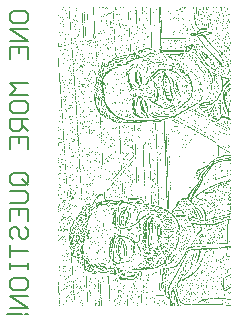
<source format=gbo>
G04*
G04 #@! TF.GenerationSoftware,Altium Limited,Altium Designer,19.1.9 (167)*
G04*
G04 Layer_Color=32896*
%FSLAX43Y43*%
%MOMM*%
G71*
G01*
G75*
%ADD10C,0.200*%
G36*
X60500Y53424D02*
X60476D01*
Y53448D01*
X60500D01*
Y53424D01*
D02*
G37*
G36*
X57054D02*
X57029D01*
Y53448D01*
X57054D01*
Y53424D01*
D02*
G37*
G36*
X53101D02*
X53077D01*
Y53448D01*
X53101D01*
Y53424D01*
D02*
G37*
G36*
X52595D02*
X52547D01*
Y53448D01*
X52595D01*
Y53424D01*
D02*
G37*
G36*
X62380Y53400D02*
X62308D01*
Y53424D01*
X62380D01*
Y53400D01*
D02*
G37*
G36*
X62163D02*
X62115D01*
Y53424D01*
X62163D01*
Y53400D01*
D02*
G37*
G36*
X59753D02*
X59632D01*
Y53424D01*
X59753D01*
Y53400D01*
D02*
G37*
G36*
X59512D02*
X59488D01*
Y53424D01*
X59512D01*
Y53400D01*
D02*
G37*
G36*
X57029D02*
X57005D01*
Y53424D01*
X57029D01*
Y53400D01*
D02*
G37*
G36*
X54282D02*
X54234D01*
Y53424D01*
X54282D01*
Y53400D01*
D02*
G37*
G36*
X53077D02*
X53053D01*
Y53424D01*
X53077D01*
Y53400D01*
D02*
G37*
G36*
X52739D02*
X52715D01*
Y53424D01*
X52739D01*
Y53400D01*
D02*
G37*
G36*
X63464Y53376D02*
X63440D01*
Y53400D01*
X63416D01*
Y53424D01*
X63464D01*
Y53376D01*
D02*
G37*
G36*
X63416D02*
X63392D01*
Y53400D01*
X63416D01*
Y53376D01*
D02*
G37*
G36*
X62115D02*
X62091D01*
Y53400D01*
X62115D01*
Y53376D01*
D02*
G37*
G36*
X61512Y53424D02*
X61536D01*
Y53400D01*
X61560D01*
Y53376D01*
X61512D01*
Y53400D01*
X61488D01*
Y53448D01*
X61512D01*
Y53424D01*
D02*
G37*
G36*
X61103Y53400D02*
X61078D01*
Y53376D01*
X61054D01*
Y53424D01*
X61103D01*
Y53400D01*
D02*
G37*
G36*
X59488Y53376D02*
X59464D01*
Y53400D01*
X59488D01*
Y53376D01*
D02*
G37*
G36*
X56427Y53424D02*
X56451D01*
Y53376D01*
X56427D01*
Y53400D01*
X56403D01*
Y53448D01*
X56427D01*
Y53424D01*
D02*
G37*
G36*
X53053Y53376D02*
X53029D01*
Y53400D01*
X53053D01*
Y53376D01*
D02*
G37*
G36*
X52715D02*
X52619D01*
Y53400D01*
X52715D01*
Y53376D01*
D02*
G37*
G36*
X49438Y53400D02*
X49413D01*
Y53376D01*
X49389D01*
Y53424D01*
X49438D01*
Y53400D01*
D02*
G37*
G36*
X61127Y53352D02*
X61103D01*
Y53376D01*
X61127D01*
Y53352D01*
D02*
G37*
G36*
X52884Y53376D02*
X52908D01*
Y53352D01*
X52860D01*
Y53448D01*
X52884D01*
Y53376D01*
D02*
G37*
G36*
X52812Y53352D02*
X52788D01*
Y53448D01*
X52812D01*
Y53352D01*
D02*
G37*
G36*
X52619D02*
X52595D01*
Y53376D01*
X52619D01*
Y53352D01*
D02*
G37*
G36*
X50233Y53424D02*
X50257D01*
Y53376D01*
X50281D01*
Y53352D01*
X50233D01*
Y53400D01*
X50209D01*
Y53448D01*
X50233D01*
Y53424D01*
D02*
G37*
G36*
X49100Y53352D02*
X49076D01*
Y53400D01*
X49100D01*
Y53352D01*
D02*
G37*
G36*
X63537Y53328D02*
X63489D01*
Y53352D01*
X63537D01*
Y53328D01*
D02*
G37*
G36*
X63127D02*
X63055D01*
Y53400D01*
X63031D01*
Y53424D01*
X63127D01*
Y53328D01*
D02*
G37*
G36*
X61946D02*
X61898D01*
Y53352D01*
X61946D01*
Y53328D01*
D02*
G37*
G36*
X61729Y53400D02*
X61753D01*
Y53376D01*
X61777D01*
Y53328D01*
X61753D01*
Y53352D01*
X61729D01*
Y53328D01*
X61705D01*
Y53376D01*
X61681D01*
Y53424D01*
X61729D01*
Y53400D01*
D02*
G37*
G36*
X61103Y53328D02*
X61078D01*
Y53352D01*
X61103D01*
Y53328D01*
D02*
G37*
G36*
X59681D02*
X59632D01*
Y53352D01*
X59681D01*
Y53328D01*
D02*
G37*
G36*
X59367D02*
X59295D01*
Y53352D01*
X59343D01*
Y53376D01*
X59367D01*
Y53328D01*
D02*
G37*
G36*
X54523Y53376D02*
X54499D01*
Y53328D01*
X54475D01*
Y53400D01*
X54499D01*
Y53424D01*
X54523D01*
Y53376D01*
D02*
G37*
G36*
X53824Y53328D02*
X53776D01*
Y53352D01*
X53800D01*
Y53448D01*
X53824D01*
Y53328D01*
D02*
G37*
G36*
X53005D02*
X52932D01*
Y53352D01*
X53005D01*
Y53328D01*
D02*
G37*
G36*
X52474Y53376D02*
X52498D01*
Y53328D01*
X52474D01*
Y53352D01*
X52450D01*
Y53424D01*
X52474D01*
Y53376D01*
D02*
G37*
G36*
X50522Y53328D02*
X50474D01*
Y53352D01*
X50498D01*
Y53376D01*
X50522D01*
Y53328D01*
D02*
G37*
G36*
X49317D02*
X49269D01*
Y53352D01*
X49293D01*
Y53400D01*
X49317D01*
Y53328D01*
D02*
G37*
G36*
X56572Y53303D02*
X56523D01*
Y53328D01*
X56572D01*
Y53303D01*
D02*
G37*
G36*
X53173Y53328D02*
X53221D01*
Y53303D01*
X53077D01*
Y53328D01*
X53101D01*
Y53352D01*
X53173D01*
Y53328D01*
D02*
G37*
G36*
X59729Y53279D02*
X59681D01*
Y53303D01*
X59729D01*
Y53279D01*
D02*
G37*
G36*
X57343D02*
X57295D01*
Y53328D01*
X57343D01*
Y53279D01*
D02*
G37*
G36*
X49654D02*
X49606D01*
Y53303D01*
X49630D01*
Y53376D01*
X49654D01*
Y53279D01*
D02*
G37*
G36*
X49076D02*
X49052D01*
Y53352D01*
X49076D01*
Y53279D01*
D02*
G37*
G36*
X62452Y53303D02*
X62476D01*
Y53279D01*
X62428D01*
Y53255D01*
X62380D01*
Y53352D01*
X62452D01*
Y53303D01*
D02*
G37*
G36*
X62235Y53255D02*
X62139D01*
Y53279D01*
X62211D01*
Y53328D01*
X62235D01*
Y53255D01*
D02*
G37*
G36*
X59150D02*
X59126D01*
Y53279D01*
X59150D01*
Y53255D01*
D02*
G37*
G36*
X58451D02*
X58427D01*
Y53376D01*
X58451D01*
Y53255D01*
D02*
G37*
G36*
X54619Y53352D02*
X54668D01*
Y53328D01*
X54692D01*
Y53255D01*
X54595D01*
Y53279D01*
X54523D01*
Y53303D01*
X54595D01*
Y53376D01*
X54619D01*
Y53352D01*
D02*
G37*
G36*
X53390Y53255D02*
X53294D01*
Y53279D01*
X53390D01*
Y53255D01*
D02*
G37*
G36*
X52354D02*
X52330D01*
Y53328D01*
X52354D01*
Y53255D01*
D02*
G37*
G36*
X50402D02*
X50377D01*
Y53328D01*
X50402D01*
Y53255D01*
D02*
G37*
G36*
X48980Y53279D02*
X49028D01*
Y53255D01*
X48956D01*
Y53328D01*
X48980D01*
Y53279D01*
D02*
G37*
G36*
X59343Y53231D02*
X59199D01*
Y53255D01*
X59343D01*
Y53231D01*
D02*
G37*
G36*
X59126D02*
X59102D01*
Y53255D01*
X59126D01*
Y53231D01*
D02*
G37*
G36*
X58427D02*
X58403D01*
Y53255D01*
X58427D01*
Y53231D01*
D02*
G37*
G36*
X57295D02*
X57270D01*
Y53279D01*
X57295D01*
Y53231D01*
D02*
G37*
G36*
X56523Y53255D02*
X56499D01*
Y53231D01*
X56451D01*
Y53279D01*
X56475D01*
Y53303D01*
X56523D01*
Y53255D01*
D02*
G37*
G36*
X56331Y53231D02*
X56306D01*
Y53255D01*
X56331D01*
Y53231D01*
D02*
G37*
G36*
X53944D02*
X53800D01*
Y53255D01*
X53944D01*
Y53231D01*
D02*
G37*
G36*
X52788D02*
X52764D01*
Y53352D01*
X52788D01*
Y53231D01*
D02*
G37*
G36*
X52595D02*
X52571D01*
Y53352D01*
X52595D01*
Y53231D01*
D02*
G37*
G36*
X63464Y53207D02*
X63440D01*
Y53231D01*
X63464D01*
Y53207D01*
D02*
G37*
G36*
X61657Y53231D02*
X61681D01*
Y53207D01*
X61633D01*
Y53231D01*
X61609D01*
Y53279D01*
X61657D01*
Y53231D01*
D02*
G37*
G36*
X60114Y53207D02*
X60042D01*
Y53231D01*
X60114D01*
Y53207D01*
D02*
G37*
G36*
X56234Y53352D02*
X56258D01*
Y53328D01*
X56234D01*
Y53207D01*
X56210D01*
Y53448D01*
X56234D01*
Y53352D01*
D02*
G37*
G36*
X52330Y53207D02*
X52306D01*
Y53255D01*
X52330D01*
Y53207D01*
D02*
G37*
G36*
X50377D02*
X50353D01*
Y53255D01*
X50377D01*
Y53207D01*
D02*
G37*
G36*
X49944Y53400D02*
X49920D01*
Y53231D01*
X49944D01*
Y53207D01*
X49871D01*
Y53255D01*
X49895D01*
Y53303D01*
X49871D01*
Y53352D01*
X49847D01*
Y53376D01*
X49871D01*
Y53424D01*
X49944D01*
Y53400D01*
D02*
G37*
G36*
X63320Y53328D02*
X63344D01*
Y53279D01*
X63320D01*
Y53207D01*
X63344D01*
Y53183D01*
X63296D01*
Y53279D01*
X63248D01*
Y53303D01*
X63296D01*
Y53352D01*
X63320D01*
Y53328D01*
D02*
G37*
G36*
X62693Y53183D02*
X62669D01*
Y53207D01*
X62693D01*
Y53183D01*
D02*
G37*
G36*
X61295Y53400D02*
X61319D01*
Y53352D01*
X61295D01*
Y53303D01*
X61344D01*
Y53255D01*
X61319D01*
Y53207D01*
X61295D01*
Y53183D01*
X61271D01*
Y53255D01*
X61247D01*
Y53279D01*
X61271D01*
Y53328D01*
X61247D01*
Y53424D01*
X61295D01*
Y53400D01*
D02*
G37*
G36*
X60982Y53279D02*
X61030D01*
Y53255D01*
X61054D01*
Y53231D01*
X61030D01*
Y53183D01*
X60982D01*
Y53207D01*
X61006D01*
Y53255D01*
X60958D01*
Y53231D01*
X60910D01*
Y53279D01*
X60958D01*
Y53328D01*
X60982D01*
Y53279D01*
D02*
G37*
G36*
X58837Y53255D02*
X58813D01*
Y53183D01*
X58789D01*
Y53279D01*
X58837D01*
Y53255D01*
D02*
G37*
G36*
X58500Y53183D02*
X58476D01*
Y53231D01*
X58500D01*
Y53183D01*
D02*
G37*
G36*
X57270D02*
X57246D01*
Y53231D01*
X57270D01*
Y53183D01*
D02*
G37*
G36*
X52450D02*
X52402D01*
Y53207D01*
X52426D01*
Y53303D01*
X52450D01*
Y53183D01*
D02*
G37*
G36*
X50353D02*
X50329D01*
Y53207D01*
X50353D01*
Y53183D01*
D02*
G37*
G36*
X49654D02*
X49630D01*
Y53207D01*
X49654D01*
Y53183D01*
D02*
G37*
G36*
X49269Y53279D02*
X49317D01*
Y53303D01*
X49341D01*
Y53255D01*
X49365D01*
Y53231D01*
X49341D01*
Y53183D01*
X49317D01*
Y53255D01*
X49269D01*
Y53279D01*
X49221D01*
Y53328D01*
X49269D01*
Y53279D01*
D02*
G37*
G36*
X63537Y53159D02*
X63489D01*
Y53183D01*
X63513D01*
Y53207D01*
X63537D01*
Y53159D01*
D02*
G37*
G36*
X63440Y53183D02*
X63416D01*
Y53159D01*
X63392D01*
Y53207D01*
X63440D01*
Y53183D01*
D02*
G37*
G36*
X62814Y53400D02*
X62790D01*
Y53352D01*
X62814D01*
Y53328D01*
X62838D01*
Y53303D01*
X62862D01*
Y53255D01*
X62838D01*
Y53183D01*
X62814D01*
Y53159D01*
X62790D01*
Y53352D01*
X62741D01*
Y53376D01*
X62766D01*
Y53400D01*
X62669D01*
Y53424D01*
X62814D01*
Y53400D01*
D02*
G37*
G36*
X62669Y53159D02*
X62645D01*
Y53183D01*
X62669D01*
Y53159D01*
D02*
G37*
G36*
X59078D02*
X58982D01*
Y53183D01*
X59078D01*
Y53159D01*
D02*
G37*
G36*
X58476D02*
X58451D01*
Y53183D01*
X58476D01*
Y53159D01*
D02*
G37*
G36*
X50570D02*
X50474D01*
Y53183D01*
X50570D01*
Y53159D01*
D02*
G37*
G36*
X49582Y53183D02*
X49630D01*
Y53159D01*
X49558D01*
Y53279D01*
X49582D01*
Y53183D01*
D02*
G37*
G36*
X62211Y53135D02*
X62187D01*
Y53159D01*
X62211D01*
Y53135D01*
D02*
G37*
G36*
X56306D02*
X56282D01*
Y53231D01*
X56306D01*
Y53135D01*
D02*
G37*
G36*
X53848D02*
X53824D01*
Y53207D01*
X53848D01*
Y53135D01*
D02*
G37*
G36*
X63392Y53111D02*
X63368D01*
Y53135D01*
X63320D01*
Y53159D01*
X63392D01*
Y53111D01*
D02*
G37*
G36*
X62525Y53159D02*
X62549D01*
Y53111D01*
X62525D01*
Y53135D01*
X62476D01*
Y53159D01*
X62500D01*
Y53207D01*
X62525D01*
Y53159D01*
D02*
G37*
G36*
X57270Y53111D02*
X57246D01*
Y53159D01*
X57270D01*
Y53111D01*
D02*
G37*
G36*
X56403D02*
X56379D01*
Y53135D01*
X56403D01*
Y53111D01*
D02*
G37*
G36*
X53824D02*
X53776D01*
Y53135D01*
X53824D01*
Y53111D01*
D02*
G37*
G36*
X53390D02*
X53246D01*
Y53135D01*
X53390D01*
Y53111D01*
D02*
G37*
G36*
X62428D02*
X62380D01*
Y53087D01*
X62332D01*
Y53135D01*
X62428D01*
Y53111D01*
D02*
G37*
G36*
X61826Y53135D02*
X61850D01*
Y53111D01*
X61874D01*
Y53087D01*
X61801D01*
Y53159D01*
X61826D01*
Y53135D01*
D02*
G37*
G36*
X59536Y53087D02*
X59512D01*
Y53159D01*
X59536D01*
Y53087D01*
D02*
G37*
G36*
X57246D02*
X57222D01*
Y53111D01*
X57246D01*
Y53087D01*
D02*
G37*
G36*
X56379D02*
X56355D01*
Y53111D01*
X56379D01*
Y53087D01*
D02*
G37*
G36*
X54017Y53111D02*
X53993D01*
Y53087D01*
X53969D01*
Y53111D01*
X53920D01*
Y53135D01*
X53993D01*
Y53231D01*
X54017D01*
Y53111D01*
D02*
G37*
G36*
X53197D02*
X53246D01*
Y53087D01*
X53197D01*
Y53111D01*
X53149D01*
Y53135D01*
X53197D01*
Y53111D01*
D02*
G37*
G36*
X53005Y53207D02*
X53029D01*
Y53135D01*
X53101D01*
Y53087D01*
X53077D01*
Y53111D01*
X53005D01*
Y53183D01*
X52908D01*
Y53207D01*
X52980D01*
Y53255D01*
X53005D01*
Y53207D01*
D02*
G37*
G36*
X50257Y53087D02*
X50233D01*
Y53207D01*
X50257D01*
Y53087D01*
D02*
G37*
G36*
X59512Y53062D02*
X59488D01*
Y53087D01*
X59512D01*
Y53062D01*
D02*
G37*
G36*
X58331D02*
X58307D01*
Y53111D01*
X58283D01*
Y53135D01*
X58331D01*
Y53062D01*
D02*
G37*
G36*
X55101D02*
X55077D01*
Y53087D01*
X55101D01*
Y53062D01*
D02*
G37*
G36*
X49751Y53111D02*
X49727D01*
Y53062D01*
X49703D01*
Y53135D01*
X49751D01*
Y53111D01*
D02*
G37*
G36*
X63127Y53087D02*
X63151D01*
Y53062D01*
X63127D01*
Y53038D01*
X63103D01*
Y53087D01*
X63079D01*
Y53135D01*
X63127D01*
Y53087D01*
D02*
G37*
G36*
X59391D02*
X59415D01*
Y53038D01*
X59391D01*
Y53062D01*
X59367D01*
Y53159D01*
X59391D01*
Y53087D01*
D02*
G37*
G36*
X58958Y53038D02*
X58885D01*
Y53062D01*
X58958D01*
Y53038D01*
D02*
G37*
G36*
X58307D02*
X58283D01*
Y53062D01*
X58307D01*
Y53038D01*
D02*
G37*
G36*
X54402Y53111D02*
X54426D01*
Y53087D01*
X54402D01*
Y53038D01*
X54378D01*
Y53135D01*
X54402D01*
Y53111D01*
D02*
G37*
G36*
X63464Y53014D02*
X63440D01*
Y53038D01*
X63416D01*
Y53062D01*
X63440D01*
Y53087D01*
X63464D01*
Y53014D01*
D02*
G37*
G36*
X61199D02*
X61151D01*
Y53111D01*
X61199D01*
Y53014D01*
D02*
G37*
G36*
X60114D02*
X60066D01*
Y53038D01*
X59994D01*
Y53014D01*
X59970D01*
Y53062D01*
X60114D01*
Y53014D01*
D02*
G37*
G36*
X59078D02*
X58982D01*
Y53038D01*
X59078D01*
Y53014D01*
D02*
G37*
G36*
X56355D02*
X56331D01*
Y53087D01*
X56355D01*
Y53014D01*
D02*
G37*
G36*
X56282D02*
X56234D01*
Y53087D01*
X56282D01*
Y53014D01*
D02*
G37*
G36*
X54378D02*
X54354D01*
Y53038D01*
X54378D01*
Y53014D01*
D02*
G37*
G36*
X53607Y53400D02*
X53631D01*
Y53159D01*
X53607D01*
Y53111D01*
X53655D01*
Y53014D01*
X53607D01*
Y53038D01*
X53559D01*
Y53062D01*
X53583D01*
Y53303D01*
X53559D01*
Y53328D01*
X53583D01*
Y53424D01*
X53607D01*
Y53400D01*
D02*
G37*
G36*
X62187Y53062D02*
X62163D01*
Y52990D01*
X62139D01*
Y53062D01*
X62115D01*
Y53135D01*
X62187D01*
Y53062D01*
D02*
G37*
G36*
X61319D02*
X61344D01*
Y52990D01*
X61271D01*
Y53014D01*
X61295D01*
Y53087D01*
X61319D01*
Y53062D01*
D02*
G37*
G36*
X56234Y52990D02*
X56210D01*
Y53014D01*
X56234D01*
Y52990D01*
D02*
G37*
G36*
X55077D02*
X55053D01*
Y53062D01*
X55077D01*
Y52990D01*
D02*
G37*
G36*
X53800D02*
X53776D01*
Y53038D01*
X53752D01*
Y53062D01*
X53800D01*
Y52990D01*
D02*
G37*
G36*
X53487D02*
X53462D01*
Y53038D01*
X53414D01*
Y53062D01*
X53487D01*
Y52990D01*
D02*
G37*
G36*
X50570Y53062D02*
X50546D01*
Y53038D01*
X50498D01*
Y52990D01*
X50474D01*
Y53062D01*
X50522D01*
Y53087D01*
X50546D01*
Y53111D01*
X50570D01*
Y53062D01*
D02*
G37*
G36*
X50233Y53014D02*
X50209D01*
Y52990D01*
X50185D01*
Y53038D01*
X50209D01*
Y53087D01*
X50233D01*
Y53014D01*
D02*
G37*
G36*
X61946Y52966D02*
X61922D01*
Y52990D01*
X61898D01*
Y53014D01*
X61922D01*
Y53038D01*
X61946D01*
Y52966D01*
D02*
G37*
G36*
X61729Y53014D02*
X61753D01*
Y52990D01*
X61777D01*
Y52966D01*
X61705D01*
Y53014D01*
X61681D01*
Y53062D01*
X61729D01*
Y53014D01*
D02*
G37*
G36*
X61536Y53328D02*
X61560D01*
Y53135D01*
X61585D01*
Y53111D01*
X61560D01*
Y52966D01*
X61536D01*
Y52990D01*
X61512D01*
Y53038D01*
X61536D01*
Y53111D01*
X61464D01*
Y53159D01*
X61536D01*
Y53231D01*
X61512D01*
Y53255D01*
X61488D01*
Y53279D01*
X61536D01*
Y53328D01*
X61488D01*
Y53352D01*
X61536D01*
Y53328D01*
D02*
G37*
G36*
X57054Y52966D02*
X57029D01*
Y53014D01*
X57005D01*
Y53038D01*
X57054D01*
Y52966D01*
D02*
G37*
G36*
X54475D02*
X54426D01*
Y52990D01*
X54451D01*
Y53038D01*
X54475D01*
Y52966D01*
D02*
G37*
G36*
X62549Y52990D02*
X62525D01*
Y52942D01*
X62500D01*
Y53014D01*
X62549D01*
Y52990D01*
D02*
G37*
G36*
X56596Y52942D02*
X56451D01*
Y52966D01*
X56596D01*
Y52942D01*
D02*
G37*
G36*
X54041Y52990D02*
X54065D01*
Y52942D01*
X54041D01*
Y52990D01*
X54017D01*
Y53038D01*
X53969D01*
Y53014D01*
X53944D01*
Y53062D01*
X54041D01*
Y52990D01*
D02*
G37*
G36*
X52860Y52942D02*
X52812D01*
Y52966D01*
X52860D01*
Y52942D01*
D02*
G37*
G36*
X52281D02*
X52257D01*
Y52990D01*
X52233D01*
Y53014D01*
X52257D01*
Y53038D01*
X52281D01*
Y52942D01*
D02*
G37*
G36*
X49486D02*
X49389D01*
Y52966D01*
X49462D01*
Y53014D01*
X49486D01*
Y52942D01*
D02*
G37*
G36*
X48980Y52966D02*
X49004D01*
Y52942D01*
X48956D01*
Y52990D01*
X48980D01*
Y52966D01*
D02*
G37*
G36*
X54426Y52942D02*
X54402D01*
Y52918D01*
X54378D01*
Y52966D01*
X54426D01*
Y52942D01*
D02*
G37*
G36*
X50450Y52918D02*
X50426D01*
Y52942D01*
X50305D01*
Y52966D01*
X50450D01*
Y52918D01*
D02*
G37*
G36*
X61271Y52894D02*
X61223D01*
Y52918D01*
X61247D01*
Y52990D01*
X61271D01*
Y52894D01*
D02*
G37*
G36*
X59464Y52966D02*
X59512D01*
Y52942D01*
X59488D01*
Y52894D01*
X59464D01*
Y52942D01*
X59440D01*
Y52990D01*
X59464D01*
Y52966D01*
D02*
G37*
G36*
X58500Y52918D02*
X58524D01*
Y52894D01*
X58476D01*
Y52966D01*
X58500D01*
Y52918D01*
D02*
G37*
G36*
X57367Y52894D02*
X57343D01*
Y52918D01*
X57367D01*
Y52894D01*
D02*
G37*
G36*
X53655D02*
X53631D01*
Y52918D01*
X53655D01*
Y52894D01*
D02*
G37*
G36*
X53318Y52918D02*
X53438D01*
Y52894D01*
X53221D01*
Y52942D01*
X53318D01*
Y52918D01*
D02*
G37*
G36*
X49679Y52894D02*
X49654D01*
Y52942D01*
X49679D01*
Y52894D01*
D02*
G37*
G36*
X62356Y53014D02*
X62380D01*
Y52918D01*
X62356D01*
Y52870D01*
X62332D01*
Y52894D01*
X62308D01*
Y53038D01*
X62356D01*
Y53014D01*
D02*
G37*
G36*
X62187Y52821D02*
X62091D01*
Y52846D01*
X62067D01*
Y52870D01*
X62042D01*
Y52894D01*
X62115D01*
Y52870D01*
X62163D01*
Y52918D01*
X62187D01*
Y52821D01*
D02*
G37*
G36*
X61416Y52870D02*
X61392D01*
Y52894D01*
X61416D01*
Y52870D01*
D02*
G37*
G36*
X59608Y52894D02*
X59632D01*
Y52870D01*
X59584D01*
Y52918D01*
X59608D01*
Y52894D01*
D02*
G37*
G36*
X59150Y52870D02*
X59102D01*
Y52894D01*
X59150D01*
Y52870D01*
D02*
G37*
G36*
X52547D02*
X52522D01*
Y52894D01*
X52547D01*
Y52870D01*
D02*
G37*
G36*
X50426D02*
X50402D01*
Y52894D01*
X50426D01*
Y52870D01*
D02*
G37*
G36*
X59367Y52846D02*
X59343D01*
Y52966D01*
X59199D01*
Y52990D01*
X59367D01*
Y52846D01*
D02*
G37*
G36*
X50402D02*
X50377D01*
Y52870D01*
X50402D01*
Y52846D01*
D02*
G37*
G36*
X49654Y52870D02*
X49630D01*
Y52846D01*
X49606D01*
Y52894D01*
X49654D01*
Y52870D01*
D02*
G37*
G36*
X63489Y52821D02*
X63513D01*
Y52773D01*
X63392D01*
Y52749D01*
X63368D01*
Y52773D01*
X63344D01*
Y52797D01*
X63368D01*
Y52821D01*
X63392D01*
Y52846D01*
X63416D01*
Y52821D01*
X63440D01*
Y52846D01*
X63489D01*
Y52821D01*
D02*
G37*
G36*
X61392D02*
X61344D01*
Y52846D01*
X61319D01*
Y52870D01*
X61392D01*
Y52821D01*
D02*
G37*
G36*
X58644Y52870D02*
X58668D01*
Y52846D01*
X58741D01*
Y52821D01*
X58644D01*
Y52870D01*
X58620D01*
Y52894D01*
X58596D01*
Y52918D01*
X58644D01*
Y52870D01*
D02*
G37*
G36*
X57343Y52821D02*
X57319D01*
Y52894D01*
X57343D01*
Y52821D01*
D02*
G37*
G36*
X56451D02*
X56427D01*
Y52942D01*
X56451D01*
Y52821D01*
D02*
G37*
G36*
X54282Y52870D02*
X54258D01*
Y52821D01*
X54234D01*
Y52894D01*
X54258D01*
Y52942D01*
X54282D01*
Y52870D01*
D02*
G37*
G36*
X49486Y52821D02*
X49413D01*
Y52846D01*
X49486D01*
Y52821D01*
D02*
G37*
G36*
X63272Y52894D02*
X63248D01*
Y52846D01*
X63296D01*
Y52797D01*
X63272D01*
Y52821D01*
X63223D01*
Y52918D01*
X63199D01*
Y52942D01*
X63272D01*
Y52894D01*
D02*
G37*
G36*
X62284Y52797D02*
X62259D01*
Y52821D01*
X62284D01*
Y52797D01*
D02*
G37*
G36*
X61994D02*
X61946D01*
Y52821D01*
X61994D01*
Y52797D01*
D02*
G37*
G36*
X61271D02*
X61247D01*
Y52846D01*
X61271D01*
Y52797D01*
D02*
G37*
G36*
X61030D02*
X61006D01*
Y52821D01*
X61030D01*
Y52797D01*
D02*
G37*
G36*
X59174Y52821D02*
X59199D01*
Y52797D01*
X59150D01*
Y52846D01*
X59174D01*
Y52821D01*
D02*
G37*
G36*
X58861Y52797D02*
X58837D01*
Y52821D01*
X58813D01*
Y52846D01*
X58861D01*
Y52797D01*
D02*
G37*
G36*
X54234D02*
X54161D01*
Y52821D01*
X54234D01*
Y52797D01*
D02*
G37*
G36*
X54041D02*
X53896D01*
Y52821D01*
X54017D01*
Y52942D01*
X54041D01*
Y52797D01*
D02*
G37*
G36*
X52908D02*
X52812D01*
Y52821D01*
X52908D01*
Y52797D01*
D02*
G37*
G36*
X52522Y52821D02*
X52547D01*
Y52797D01*
X52498D01*
Y52870D01*
X52522D01*
Y52821D01*
D02*
G37*
G36*
X49413Y52797D02*
X49365D01*
Y52821D01*
X49413D01*
Y52797D01*
D02*
G37*
G36*
X62934Y52966D02*
X62886D01*
Y52894D01*
X62862D01*
Y52797D01*
X62838D01*
Y52773D01*
X62814D01*
Y52846D01*
X62790D01*
Y52870D01*
X62838D01*
Y52918D01*
X62814D01*
Y52966D01*
X62862D01*
Y52990D01*
X62934D01*
Y52966D01*
D02*
G37*
G36*
X62332Y52773D02*
X62308D01*
Y52821D01*
X62284D01*
Y52846D01*
X62308D01*
Y52870D01*
X62332D01*
Y52773D01*
D02*
G37*
G36*
X61054Y52894D02*
X61103D01*
Y52846D01*
X61127D01*
Y52797D01*
X61103D01*
Y52773D01*
X61078D01*
Y52821D01*
X61030D01*
Y52846D01*
X61006D01*
Y52894D01*
X61030D01*
Y52918D01*
X61054D01*
Y52894D01*
D02*
G37*
G36*
X56306Y52773D02*
X56258D01*
Y52797D01*
X56282D01*
Y52870D01*
X56306D01*
Y52773D01*
D02*
G37*
G36*
X54740Y52797D02*
X54764D01*
Y52773D01*
X54716D01*
Y52821D01*
X54740D01*
Y52797D01*
D02*
G37*
G36*
X53149Y52773D02*
X53125D01*
Y52870D01*
X53149D01*
Y52773D01*
D02*
G37*
G36*
X62308Y52749D02*
X62284D01*
Y52773D01*
X62308D01*
Y52749D01*
D02*
G37*
G36*
X59584D02*
X59560D01*
Y52773D01*
X59584D01*
Y52749D01*
D02*
G37*
G36*
X59247D02*
X59199D01*
Y52773D01*
X59247D01*
Y52749D01*
D02*
G37*
G36*
X58958D02*
X58909D01*
Y52773D01*
X58958D01*
Y52749D01*
D02*
G37*
G36*
X53125D02*
X53077D01*
Y52773D01*
X53125D01*
Y52749D01*
D02*
G37*
G36*
X50474D02*
X50450D01*
Y52773D01*
X50474D01*
Y52749D01*
D02*
G37*
G36*
X49365D02*
X49317D01*
Y52773D01*
X49341D01*
Y52797D01*
X49365D01*
Y52749D01*
D02*
G37*
G36*
X49245D02*
X49221D01*
Y52773D01*
X49245D01*
Y52749D01*
D02*
G37*
G36*
X61585Y52821D02*
X61609D01*
Y52797D01*
X61585D01*
Y52749D01*
X61560D01*
Y52725D01*
X61536D01*
Y52846D01*
X61585D01*
Y52821D01*
D02*
G37*
G36*
X53511Y52725D02*
X53487D01*
Y52773D01*
X53511D01*
Y52725D01*
D02*
G37*
G36*
X50739D02*
X50715D01*
Y52773D01*
X50739D01*
Y52725D01*
D02*
G37*
G36*
X50619Y52749D02*
X50594D01*
Y52725D01*
X50570D01*
Y52773D01*
X50594D01*
Y52797D01*
X50619D01*
Y52749D01*
D02*
G37*
G36*
X49799Y52725D02*
X49775D01*
Y52749D01*
X49751D01*
Y52773D01*
X49799D01*
Y52725D01*
D02*
G37*
G36*
X61705Y52749D02*
X61729D01*
Y52725D01*
X61753D01*
Y52701D01*
X61681D01*
Y52797D01*
X61705D01*
Y52749D01*
D02*
G37*
G36*
X61247Y52725D02*
X61271D01*
Y52701D01*
X61247D01*
Y52725D01*
X61223D01*
Y52797D01*
X61247D01*
Y52725D01*
D02*
G37*
G36*
X59560Y52701D02*
X59536D01*
Y52749D01*
X59560D01*
Y52701D01*
D02*
G37*
G36*
X53487D02*
X53462D01*
Y52725D01*
X53487D01*
Y52701D01*
D02*
G37*
G36*
X53077D02*
X53053D01*
Y52749D01*
X53077D01*
Y52701D01*
D02*
G37*
G36*
X50715D02*
X50691D01*
Y52725D01*
X50715D01*
Y52701D01*
D02*
G37*
G36*
X49221D02*
X49197D01*
Y52749D01*
X49221D01*
Y52701D01*
D02*
G37*
G36*
X61850Y52821D02*
X61874D01*
Y52773D01*
X61922D01*
Y52749D01*
X61850D01*
Y52677D01*
X61826D01*
Y52773D01*
X61801D01*
Y52797D01*
X61826D01*
Y52846D01*
X61850D01*
Y52821D01*
D02*
G37*
G36*
X60187Y52677D02*
X60138D01*
Y52701D01*
X60187D01*
Y52677D01*
D02*
G37*
G36*
X59777Y52870D02*
X59801D01*
Y52701D01*
X59849D01*
Y52677D01*
X59801D01*
Y52701D01*
X59777D01*
Y52846D01*
X59753D01*
Y52894D01*
X59777D01*
Y52870D01*
D02*
G37*
G36*
X58210Y52701D02*
X58235D01*
Y52677D01*
X58186D01*
Y52725D01*
X58210D01*
Y52701D01*
D02*
G37*
G36*
X52739Y52677D02*
X52715D01*
Y52701D01*
X52739D01*
Y52677D01*
D02*
G37*
G36*
X49654Y52701D02*
X49703D01*
Y52677D01*
X49630D01*
Y52749D01*
X49654D01*
Y52701D01*
D02*
G37*
G36*
X49606Y52677D02*
X49462D01*
Y52701D01*
X49606D01*
Y52677D01*
D02*
G37*
G36*
X49172D02*
X49148D01*
Y52701D01*
X49172D01*
Y52677D01*
D02*
G37*
G36*
X63223D02*
X63199D01*
Y52653D01*
X63175D01*
Y52677D01*
X63151D01*
Y52725D01*
X63175D01*
Y52749D01*
X63223D01*
Y52677D01*
D02*
G37*
G36*
X62645Y52846D02*
X62669D01*
Y52701D01*
X62597D01*
Y52653D01*
X62573D01*
Y52749D01*
X62597D01*
Y52773D01*
X62621D01*
Y52846D01*
X62597D01*
Y52870D01*
X62645D01*
Y52846D01*
D02*
G37*
G36*
X62356Y52653D02*
X62332D01*
Y52677D01*
X62356D01*
Y52653D01*
D02*
G37*
G36*
X60066D02*
X60018D01*
Y52677D01*
X60066D01*
Y52653D01*
D02*
G37*
G36*
X58692Y52701D02*
X58668D01*
Y52653D01*
X58644D01*
Y52725D01*
X58692D01*
Y52701D01*
D02*
G37*
G36*
X52860D02*
X52908D01*
Y52677D01*
X53053D01*
Y52653D01*
X52908D01*
Y52677D01*
X52836D01*
Y52725D01*
X52860D01*
Y52701D01*
D02*
G37*
G36*
X52836Y52653D02*
X52812D01*
Y52677D01*
X52836D01*
Y52653D01*
D02*
G37*
G36*
X52715D02*
X52691D01*
Y52677D01*
X52715D01*
Y52653D01*
D02*
G37*
G36*
X49148D02*
X49124D01*
Y52677D01*
X49148D01*
Y52653D01*
D02*
G37*
G36*
X49004D02*
X48980D01*
Y52725D01*
X48956D01*
Y52749D01*
X49004D01*
Y52653D01*
D02*
G37*
G36*
X62452Y52629D02*
X62428D01*
Y52580D01*
X62476D01*
Y52532D01*
X62525D01*
Y52508D01*
X62573D01*
Y52484D01*
X62549D01*
Y52436D01*
X62525D01*
Y52460D01*
X62476D01*
Y52508D01*
X62428D01*
Y52532D01*
X62380D01*
Y52556D01*
X62404D01*
Y52605D01*
X62332D01*
Y52629D01*
X62308D01*
Y52653D01*
X62332D01*
Y52629D01*
X62404D01*
Y52653D01*
X62428D01*
Y52677D01*
X62404D01*
Y52846D01*
X62428D01*
Y52870D01*
X62452D01*
Y52629D01*
D02*
G37*
G36*
X61247D02*
X61223D01*
Y52677D01*
X61199D01*
Y52701D01*
X61247D01*
Y52629D01*
D02*
G37*
G36*
X60138D02*
X60114D01*
Y52677D01*
X60138D01*
Y52629D01*
D02*
G37*
G36*
X59006Y52701D02*
X59030D01*
Y52629D01*
X59006D01*
Y52677D01*
X58982D01*
Y52725D01*
X59006D01*
Y52701D01*
D02*
G37*
G36*
X53848Y52629D02*
X53824D01*
Y52773D01*
X53848D01*
Y52629D01*
D02*
G37*
G36*
X52812D02*
X52788D01*
Y52653D01*
X52812D01*
Y52629D01*
D02*
G37*
G36*
X50450D02*
X50426D01*
Y52749D01*
X50450D01*
Y52629D01*
D02*
G37*
G36*
X63464Y52605D02*
X63440D01*
Y52653D01*
X63464D01*
Y52605D01*
D02*
G37*
G36*
X62982Y52749D02*
X63007D01*
Y52701D01*
X63031D01*
Y52605D01*
X63007D01*
Y52629D01*
X62958D01*
Y52653D01*
X62934D01*
Y52725D01*
X62958D01*
Y52773D01*
X62982D01*
Y52749D01*
D02*
G37*
G36*
X62163Y52701D02*
X62187D01*
Y52653D01*
X62163D01*
Y52629D01*
X62187D01*
Y52605D01*
X62139D01*
Y52653D01*
X62115D01*
Y52677D01*
X62091D01*
Y52701D01*
X62139D01*
Y52725D01*
X62163D01*
Y52701D01*
D02*
G37*
G36*
X61223Y52605D02*
X61151D01*
Y52629D01*
X61223D01*
Y52605D01*
D02*
G37*
G36*
X59825D02*
X59753D01*
Y52629D01*
X59825D01*
Y52605D01*
D02*
G37*
G36*
X58741D02*
X58692D01*
Y52629D01*
X58741D01*
Y52605D01*
D02*
G37*
G36*
X53535D02*
X53487D01*
Y52629D01*
X53535D01*
Y52605D01*
D02*
G37*
G36*
X52643D02*
X52619D01*
Y52653D01*
X52643D01*
Y52605D01*
D02*
G37*
G36*
X63320Y52580D02*
X63296D01*
Y52605D01*
X63320D01*
Y52580D01*
D02*
G37*
G36*
X63127D02*
X63079D01*
Y52605D01*
X63127D01*
Y52580D01*
D02*
G37*
G36*
X63007D02*
X62982D01*
Y52605D01*
X63007D01*
Y52580D01*
D02*
G37*
G36*
X61801Y52605D02*
X61777D01*
Y52580D01*
X61753D01*
Y52629D01*
X61777D01*
Y52653D01*
X61801D01*
Y52605D01*
D02*
G37*
G36*
X60066Y52580D02*
X59994D01*
Y52605D01*
X60066D01*
Y52580D01*
D02*
G37*
G36*
X53824D02*
X53800D01*
Y52629D01*
X53824D01*
Y52580D01*
D02*
G37*
G36*
X52788D02*
X52764D01*
Y52629D01*
X52788D01*
Y52580D01*
D02*
G37*
G36*
X50233Y52605D02*
X50209D01*
Y52580D01*
X50161D01*
Y52605D01*
X50112D01*
Y52629D01*
X50233D01*
Y52605D01*
D02*
G37*
G36*
X49365Y52580D02*
X49341D01*
Y52653D01*
X49365D01*
Y52580D01*
D02*
G37*
G36*
X49076Y52605D02*
X49052D01*
Y52580D01*
X49028D01*
Y52629D01*
X49076D01*
Y52605D01*
D02*
G37*
G36*
X54065Y52556D02*
X54041D01*
Y52629D01*
X54065D01*
Y52556D01*
D02*
G37*
G36*
X53800D02*
X53776D01*
Y52580D01*
X53800D01*
Y52556D01*
D02*
G37*
G36*
X52619D02*
X52595D01*
Y52605D01*
X52619D01*
Y52556D01*
D02*
G37*
G36*
X49823Y52580D02*
X49799D01*
Y52556D01*
X49751D01*
Y52580D01*
X49775D01*
Y52605D01*
X49823D01*
Y52580D01*
D02*
G37*
G36*
X61994Y52532D02*
X61946D01*
Y52556D01*
X61994D01*
Y52532D01*
D02*
G37*
G36*
X58644D02*
X58596D01*
Y52556D01*
X58644D01*
Y52532D01*
D02*
G37*
G36*
X58451Y52556D02*
X58476D01*
Y52532D01*
X58427D01*
Y52580D01*
X58451D01*
Y52556D01*
D02*
G37*
G36*
X54475Y52532D02*
X54451D01*
Y52556D01*
X54475D01*
Y52532D01*
D02*
G37*
G36*
X52908D02*
X52812D01*
Y52556D01*
X52908D01*
Y52532D01*
D02*
G37*
G36*
X52185D02*
X52161D01*
Y52629D01*
X52185D01*
Y52532D01*
D02*
G37*
G36*
X49293Y52556D02*
X49317D01*
Y52580D01*
X49341D01*
Y52532D01*
X49293D01*
Y52556D01*
X49269D01*
Y52580D01*
X49172D01*
Y52605D01*
X49293D01*
Y52556D01*
D02*
G37*
G36*
X63368Y52629D02*
X63392D01*
Y52605D01*
X63440D01*
Y52532D01*
X63489D01*
Y52508D01*
X63440D01*
Y52532D01*
X63416D01*
Y52556D01*
X63392D01*
Y52580D01*
X63368D01*
Y52605D01*
X63320D01*
Y52629D01*
X63344D01*
Y52653D01*
X63368D01*
Y52629D01*
D02*
G37*
G36*
X61633Y52508D02*
X61609D01*
Y52532D01*
X61585D01*
Y52580D01*
X61609D01*
Y52605D01*
X61560D01*
Y52629D01*
X61633D01*
Y52508D01*
D02*
G37*
G36*
X59753D02*
X59705D01*
Y52532D01*
X59753D01*
Y52508D01*
D02*
G37*
G36*
X56306D02*
X56258D01*
Y52532D01*
X56282D01*
Y52605D01*
X56306D01*
Y52508D01*
D02*
G37*
G36*
X53438Y52532D02*
X53414D01*
Y52508D01*
X53390D01*
Y52556D01*
X53438D01*
Y52532D01*
D02*
G37*
G36*
X53125Y52508D02*
X53053D01*
Y52532D01*
X53125D01*
Y52508D01*
D02*
G37*
G36*
X52161D02*
X52137D01*
Y52532D01*
X52161D01*
Y52508D01*
D02*
G37*
G36*
X49172D02*
X49148D01*
Y52580D01*
X49172D01*
Y52508D01*
D02*
G37*
G36*
X49004D02*
X48956D01*
Y52532D01*
X49004D01*
Y52508D01*
D02*
G37*
G36*
X61199Y52484D02*
X61223D01*
Y52460D01*
X61247D01*
Y52436D01*
X61223D01*
Y52412D01*
X61199D01*
Y52436D01*
X61103D01*
Y52460D01*
X61078D01*
Y52508D01*
X61127D01*
Y52484D01*
X61175D01*
Y52532D01*
X61199D01*
Y52484D01*
D02*
G37*
G36*
X60741Y53352D02*
X60717D01*
Y53303D01*
X60741D01*
Y53255D01*
X60717D01*
Y53135D01*
X60693D01*
Y52846D01*
X60669D01*
Y52653D01*
X60645D01*
Y52605D01*
X60669D01*
Y52556D01*
X60645D01*
Y52412D01*
X60548D01*
Y52388D01*
X60524D01*
Y52339D01*
X60500D01*
Y52315D01*
X60476D01*
Y52291D01*
X60428D01*
Y52388D01*
X60452D01*
Y52725D01*
X60428D01*
Y53255D01*
X60404D01*
Y53448D01*
X60428D01*
Y53424D01*
X60476D01*
Y53352D01*
X60500D01*
Y53303D01*
X60476D01*
Y53279D01*
X60500D01*
Y53183D01*
X60476D01*
Y53159D01*
X60500D01*
Y52918D01*
X60524D01*
Y52846D01*
X60500D01*
Y52797D01*
X60524D01*
Y52773D01*
X60500D01*
Y52749D01*
X60524D01*
Y52484D01*
X60596D01*
Y52532D01*
X60621D01*
Y52580D01*
X60596D01*
Y52629D01*
X60621D01*
Y52653D01*
X60596D01*
Y52677D01*
X60621D01*
Y52821D01*
X60645D01*
Y52870D01*
X60596D01*
Y52894D01*
X60645D01*
Y52966D01*
X60621D01*
Y53111D01*
X60645D01*
Y53207D01*
X60669D01*
Y53255D01*
X60621D01*
Y53279D01*
X60669D01*
Y53328D01*
X60645D01*
Y53376D01*
X60669D01*
Y53424D01*
X60717D01*
Y53448D01*
X60741D01*
Y53352D01*
D02*
G37*
G36*
X58982Y52556D02*
X59006D01*
Y52532D01*
X59030D01*
Y52484D01*
X59006D01*
Y52508D01*
X58982D01*
Y52532D01*
X58958D01*
Y52580D01*
X58982D01*
Y52556D01*
D02*
G37*
G36*
X56499Y52484D02*
X56475D01*
Y52556D01*
X56499D01*
Y52484D01*
D02*
G37*
G36*
X54451D02*
X54426D01*
Y52532D01*
X54451D01*
Y52484D01*
D02*
G37*
G36*
X61368Y52749D02*
X61392D01*
Y52653D01*
X61416D01*
Y52508D01*
X61392D01*
Y52460D01*
X61368D01*
Y52484D01*
X61344D01*
Y52508D01*
X61368D01*
Y52532D01*
X61392D01*
Y52580D01*
X61368D01*
Y52605D01*
X61344D01*
Y52653D01*
X61368D01*
Y52725D01*
X61344D01*
Y52773D01*
X61368D01*
Y52749D01*
D02*
G37*
G36*
X58741Y52460D02*
X58717D01*
Y52484D01*
X58741D01*
Y52460D01*
D02*
G37*
G36*
X53053Y52484D02*
X53029D01*
Y52436D01*
X52932D01*
Y52484D01*
X52956D01*
Y52460D01*
X53005D01*
Y52508D01*
X53053D01*
Y52484D01*
D02*
G37*
G36*
X60982Y52532D02*
X61006D01*
Y52508D01*
X60982D01*
Y52436D01*
X60958D01*
Y52556D01*
X60982D01*
Y52532D01*
D02*
G37*
G36*
X59512Y52436D02*
X59488D01*
Y52460D01*
X59464D01*
Y52484D01*
X59512D01*
Y52436D01*
D02*
G37*
G36*
X58717D02*
X58692D01*
Y52460D01*
X58717D01*
Y52436D01*
D02*
G37*
G36*
X57897D02*
X57849D01*
Y52460D01*
X57897D01*
Y52436D01*
D02*
G37*
G36*
X56475Y52460D02*
X56451D01*
Y52436D01*
X56427D01*
Y52484D01*
X56475D01*
Y52460D01*
D02*
G37*
G36*
X54788Y52436D02*
X54716D01*
Y52460D01*
X54788D01*
Y52436D01*
D02*
G37*
G36*
X54306D02*
X54113D01*
Y52460D01*
X54306D01*
Y52436D01*
D02*
G37*
G36*
X54041D02*
X54017D01*
Y52556D01*
X54041D01*
Y52436D01*
D02*
G37*
G36*
X53848D02*
X53776D01*
Y52460D01*
X53848D01*
Y52436D01*
D02*
G37*
G36*
X53631Y52846D02*
X53679D01*
Y52821D01*
X53655D01*
Y52701D01*
X53679D01*
Y52677D01*
X53655D01*
Y52629D01*
X53679D01*
Y52556D01*
X53655D01*
Y52484D01*
X53679D01*
Y52460D01*
X53655D01*
Y52436D01*
X53631D01*
Y52460D01*
X53607D01*
Y52532D01*
X53631D01*
Y52629D01*
X53607D01*
Y52653D01*
X53631D01*
Y52677D01*
X53607D01*
Y52701D01*
X53631D01*
Y52749D01*
X53607D01*
Y52797D01*
X53631D01*
Y52846D01*
X53583D01*
Y52894D01*
X53631D01*
Y52846D01*
D02*
G37*
G36*
X49920Y53159D02*
X49944D01*
Y53087D01*
X49968D01*
Y53062D01*
X49944D01*
Y52918D01*
X49968D01*
Y52821D01*
X49992D01*
Y52797D01*
X49944D01*
Y52725D01*
X49968D01*
Y52580D01*
X49992D01*
Y52556D01*
X49968D01*
Y52508D01*
X49992D01*
Y52436D01*
X49944D01*
Y52460D01*
X49920D01*
Y52484D01*
X49944D01*
Y52532D01*
X49920D01*
Y52653D01*
X49944D01*
Y52701D01*
X49920D01*
Y52870D01*
X49895D01*
Y52894D01*
X49920D01*
Y52918D01*
X49895D01*
Y53014D01*
X49871D01*
Y53087D01*
X49847D01*
Y53111D01*
X49895D01*
Y53183D01*
X49920D01*
Y53159D01*
D02*
G37*
G36*
X62356Y52436D02*
X62332D01*
Y52412D01*
X62308D01*
Y52508D01*
X62356D01*
Y52436D01*
D02*
G37*
G36*
X59006Y52412D02*
X58982D01*
Y52484D01*
X59006D01*
Y52412D01*
D02*
G37*
G36*
X58837Y52532D02*
X58813D01*
Y52412D01*
X58789D01*
Y52580D01*
X58837D01*
Y52532D01*
D02*
G37*
G36*
X63513Y52388D02*
X63489D01*
Y52412D01*
X63440D01*
Y52460D01*
X63513D01*
Y52388D01*
D02*
G37*
G36*
X63031Y52460D02*
X63007D01*
Y52388D01*
X62934D01*
Y52436D01*
X62958D01*
Y52460D01*
X62982D01*
Y52484D01*
X63031D01*
Y52460D01*
D02*
G37*
G36*
X62766Y52388D02*
X62717D01*
Y52412D01*
X62766D01*
Y52388D01*
D02*
G37*
G36*
X59705Y52412D02*
X59729D01*
Y52388D01*
X59681D01*
Y52460D01*
X59705D01*
Y52412D01*
D02*
G37*
G36*
X54354Y52388D02*
X54330D01*
Y52436D01*
X54354D01*
Y52388D01*
D02*
G37*
G36*
X51438Y52846D02*
X51462D01*
Y52388D01*
X51438D01*
Y52821D01*
X51414D01*
Y53014D01*
X51438D01*
Y52846D01*
D02*
G37*
G36*
X50763Y52388D02*
X50739D01*
Y52412D01*
X50763D01*
Y52388D01*
D02*
G37*
G36*
X49438D02*
X49389D01*
Y52412D01*
X49438D01*
Y52388D01*
D02*
G37*
G36*
X60862Y52990D02*
X60886D01*
Y52966D01*
X60862D01*
Y52918D01*
X60886D01*
Y52870D01*
X60862D01*
Y52701D01*
X60837D01*
Y52508D01*
X60862D01*
Y52484D01*
X60837D01*
Y52388D01*
X60789D01*
Y52364D01*
X60765D01*
Y52412D01*
X60789D01*
Y52484D01*
X60813D01*
Y52605D01*
X60789D01*
Y52653D01*
X60813D01*
Y52942D01*
X60837D01*
Y53087D01*
X60862D01*
Y52990D01*
D02*
G37*
G36*
X59584Y52388D02*
X59608D01*
Y52364D01*
X59560D01*
Y52412D01*
X59584D01*
Y52388D01*
D02*
G37*
G36*
X59367Y52532D02*
X59391D01*
Y52508D01*
X59367D01*
Y52364D01*
X59343D01*
Y52532D01*
X59319D01*
Y52556D01*
X59367D01*
Y52532D01*
D02*
G37*
G36*
X58933Y52364D02*
X58861D01*
Y52388D01*
X58933D01*
Y52364D01*
D02*
G37*
G36*
X56596Y52388D02*
X56620D01*
Y52364D01*
X56572D01*
Y52412D01*
X56523D01*
Y52436D01*
X56596D01*
Y52388D01*
D02*
G37*
G36*
X56523Y52364D02*
X56499D01*
Y52412D01*
X56523D01*
Y52364D01*
D02*
G37*
G36*
X54330D02*
X54306D01*
Y52388D01*
X54330D01*
Y52364D01*
D02*
G37*
G36*
X49582D02*
X49558D01*
Y52388D01*
X49510D01*
Y52412D01*
X49558D01*
Y52460D01*
X49582D01*
Y52364D01*
D02*
G37*
G36*
X61392Y52339D02*
X61344D01*
Y52364D01*
X61392D01*
Y52339D01*
D02*
G37*
G36*
X58500D02*
X58476D01*
Y52388D01*
X58451D01*
Y52412D01*
X58500D01*
Y52339D01*
D02*
G37*
G36*
X50739D02*
X50715D01*
Y52388D01*
X50739D01*
Y52339D01*
D02*
G37*
G36*
X63320Y52532D02*
X63344D01*
Y52484D01*
X63368D01*
Y52412D01*
X63440D01*
Y52364D01*
X63416D01*
Y52315D01*
X63392D01*
Y52364D01*
X63344D01*
Y52388D01*
X63368D01*
Y52412D01*
X63344D01*
Y52436D01*
X63320D01*
Y52508D01*
X63296D01*
Y52556D01*
X63320D01*
Y52532D01*
D02*
G37*
G36*
X61633Y52436D02*
X61681D01*
Y52388D01*
X61657D01*
Y52339D01*
X61705D01*
Y52315D01*
X61633D01*
Y52364D01*
X61609D01*
Y52460D01*
X61633D01*
Y52436D01*
D02*
G37*
G36*
X54547D02*
X54571D01*
Y52412D01*
X54547D01*
Y52315D01*
X54523D01*
Y52460D01*
X54547D01*
Y52436D01*
D02*
G37*
G36*
X54475Y52315D02*
X54402D01*
Y52339D01*
X54451D01*
Y52364D01*
X54475D01*
Y52315D01*
D02*
G37*
G36*
X52185Y52339D02*
X52209D01*
Y52315D01*
X52161D01*
Y52364D01*
X52185D01*
Y52339D01*
D02*
G37*
G36*
X50570Y52364D02*
X50594D01*
Y52339D01*
X50570D01*
Y52315D01*
X50546D01*
Y52388D01*
X50570D01*
Y52364D01*
D02*
G37*
G36*
X63392Y52291D02*
X63368D01*
Y52315D01*
X63392D01*
Y52291D01*
D02*
G37*
G36*
X61850Y52412D02*
X61874D01*
Y52364D01*
X61850D01*
Y52315D01*
X61874D01*
Y52291D01*
X61826D01*
Y52364D01*
X61801D01*
Y52388D01*
X61777D01*
Y52412D01*
X61801D01*
Y52436D01*
X61826D01*
Y52460D01*
X61850D01*
Y52412D01*
D02*
G37*
G36*
X61199Y52339D02*
X61223D01*
Y52315D01*
X61271D01*
Y52291D01*
X61199D01*
Y52315D01*
X61175D01*
Y52388D01*
X61199D01*
Y52339D01*
D02*
G37*
G36*
X60090Y52315D02*
X60138D01*
Y52291D01*
X60066D01*
Y52339D01*
X60090D01*
Y52315D01*
D02*
G37*
G36*
X59656Y52291D02*
X59632D01*
Y52315D01*
X59608D01*
Y52339D01*
X59656D01*
Y52291D01*
D02*
G37*
G36*
X59199Y52460D02*
X59174D01*
Y52436D01*
X59150D01*
Y52315D01*
X59174D01*
Y52291D01*
X59126D01*
Y52484D01*
X59199D01*
Y52460D01*
D02*
G37*
G36*
X56547Y52291D02*
X56523D01*
Y52315D01*
X56547D01*
Y52291D01*
D02*
G37*
G36*
X54402D02*
X54378D01*
Y52315D01*
X54402D01*
Y52291D01*
D02*
G37*
G36*
X54065Y52315D02*
X54113D01*
Y52291D01*
X54065D01*
Y52315D01*
X54017D01*
Y52339D01*
X54065D01*
Y52315D01*
D02*
G37*
G36*
X50546Y52291D02*
X50450D01*
Y52315D01*
X50546D01*
Y52291D01*
D02*
G37*
G36*
X50329Y52388D02*
X50377D01*
Y52339D01*
X50402D01*
Y52315D01*
X50377D01*
Y52291D01*
X50329D01*
Y52315D01*
X50353D01*
Y52364D01*
X50305D01*
Y52388D01*
X50257D01*
Y52412D01*
X50329D01*
Y52388D01*
D02*
G37*
G36*
X62597Y52339D02*
X62573D01*
Y52267D01*
X62500D01*
Y52339D01*
X62525D01*
Y52364D01*
X62549D01*
Y52412D01*
X62597D01*
Y52339D01*
D02*
G37*
G36*
X59873D02*
X59897D01*
Y52267D01*
X59873D01*
Y52315D01*
X59849D01*
Y52364D01*
X59873D01*
Y52339D01*
D02*
G37*
G36*
X56523Y52267D02*
X56499D01*
Y52291D01*
X56523D01*
Y52267D01*
D02*
G37*
G36*
X54378D02*
X54354D01*
Y52291D01*
X54378D01*
Y52267D01*
D02*
G37*
G36*
X53246D02*
X53221D01*
Y52291D01*
X53246D01*
Y52267D01*
D02*
G37*
G36*
X52764D02*
X52715D01*
Y52291D01*
X52739D01*
Y52315D01*
X52764D01*
Y52267D01*
D02*
G37*
G36*
X52667Y52291D02*
X52595D01*
Y52267D01*
X52571D01*
Y52315D01*
X52643D01*
Y52339D01*
X52667D01*
Y52291D01*
D02*
G37*
G36*
X49076Y52267D02*
X49052D01*
Y52412D01*
X49076D01*
Y52267D01*
D02*
G37*
G36*
X61874Y52243D02*
X61850D01*
Y52267D01*
X61874D01*
Y52243D01*
D02*
G37*
G36*
X60404D02*
X60380D01*
Y52267D01*
X60404D01*
Y52243D01*
D02*
G37*
G36*
X57054D02*
X57029D01*
Y52267D01*
X57054D01*
Y52243D01*
D02*
G37*
G36*
X55873D02*
X55848D01*
Y52532D01*
X55824D01*
Y52556D01*
X55873D01*
Y52243D01*
D02*
G37*
G36*
X63079D02*
X63007D01*
Y52219D01*
X62958D01*
Y52267D01*
X63079D01*
Y52243D01*
D02*
G37*
G36*
X62380Y52291D02*
X62404D01*
Y52243D01*
X62380D01*
Y52219D01*
X62332D01*
Y52339D01*
X62380D01*
Y52291D01*
D02*
G37*
G36*
X60958Y52412D02*
X60982D01*
Y52291D01*
X61006D01*
Y52219D01*
X60982D01*
Y52243D01*
X60958D01*
Y52291D01*
X60934D01*
Y52388D01*
X60958D01*
Y52412D01*
X60934D01*
Y52436D01*
X60958D01*
Y52412D01*
D02*
G37*
G36*
X57029Y52219D02*
X57005D01*
Y52243D01*
X57029D01*
Y52219D01*
D02*
G37*
G36*
X54354Y52243D02*
X54330D01*
Y52219D01*
X54282D01*
Y52243D01*
X54306D01*
Y52267D01*
X54354D01*
Y52243D01*
D02*
G37*
G36*
X53559D02*
X53535D01*
Y52219D01*
X53511D01*
Y52267D01*
X53559D01*
Y52243D01*
D02*
G37*
G36*
X53438Y52219D02*
X53390D01*
Y52243D01*
X53414D01*
Y52291D01*
X53438D01*
Y52219D01*
D02*
G37*
G36*
X53221D02*
X53197D01*
Y52267D01*
X53221D01*
Y52219D01*
D02*
G37*
G36*
X49052D02*
X49028D01*
Y52267D01*
X49052D01*
Y52219D01*
D02*
G37*
G36*
X63175Y52364D02*
X63199D01*
Y52291D01*
X63223D01*
Y52267D01*
X63248D01*
Y52243D01*
X63296D01*
Y52267D01*
X63320D01*
Y52195D01*
X63296D01*
Y52219D01*
X63223D01*
Y52243D01*
X63199D01*
Y52291D01*
X63175D01*
Y52339D01*
X63151D01*
Y52388D01*
X63175D01*
Y52364D01*
D02*
G37*
G36*
X62091Y52267D02*
X62115D01*
Y52195D01*
X62042D01*
Y52243D01*
X62067D01*
Y52291D01*
X62091D01*
Y52267D01*
D02*
G37*
G36*
X54210Y52195D02*
X54185D01*
Y52243D01*
X54161D01*
Y52267D01*
X54185D01*
Y52291D01*
X54210D01*
Y52195D01*
D02*
G37*
G36*
X53511D02*
X53487D01*
Y52219D01*
X53511D01*
Y52195D01*
D02*
G37*
G36*
X50619D02*
X50594D01*
Y52291D01*
X50619D01*
Y52195D01*
D02*
G37*
G36*
X53896Y52243D02*
X53872D01*
Y52171D01*
X53848D01*
Y52195D01*
X53824D01*
Y52243D01*
X53848D01*
Y52267D01*
X53896D01*
Y52243D01*
D02*
G37*
G36*
X62235Y52147D02*
X62211D01*
Y52171D01*
X62187D01*
Y52195D01*
X62211D01*
Y52243D01*
X62187D01*
Y52267D01*
X62211D01*
Y52291D01*
X62187D01*
Y52339D01*
X62235D01*
Y52147D01*
D02*
G37*
G36*
X61344Y52171D02*
X61368D01*
Y52147D01*
X61271D01*
Y52195D01*
X61344D01*
Y52171D01*
D02*
G37*
G36*
X61127Y52147D02*
X61103D01*
Y52171D01*
X61078D01*
Y52195D01*
X61103D01*
Y52291D01*
X61127D01*
Y52147D01*
D02*
G37*
G36*
X60380Y52171D02*
X60355D01*
Y52147D01*
X60331D01*
Y52219D01*
X60355D01*
Y52243D01*
X60380D01*
Y52171D01*
D02*
G37*
G36*
X57102Y52147D02*
X57005D01*
Y52171D01*
X57078D01*
Y52195D01*
X57102D01*
Y52147D01*
D02*
G37*
G36*
X54788D02*
X54740D01*
Y52171D01*
X54788D01*
Y52147D01*
D02*
G37*
G36*
X54041Y52171D02*
X54161D01*
Y52147D01*
X54041D01*
Y52171D01*
X53944D01*
Y52195D01*
X54041D01*
Y52171D01*
D02*
G37*
G36*
X53318Y52147D02*
X53270D01*
Y52195D01*
X53318D01*
Y52147D01*
D02*
G37*
G36*
X53005D02*
X52956D01*
Y52171D01*
X52980D01*
Y52195D01*
X53005D01*
Y52147D01*
D02*
G37*
G36*
X52884Y52219D02*
X52860D01*
Y52171D01*
X52908D01*
Y52147D01*
X52860D01*
Y52171D01*
X52836D01*
Y52243D01*
X52860D01*
Y52291D01*
X52884D01*
Y52219D01*
D02*
G37*
G36*
X52643Y52147D02*
X52619D01*
Y52219D01*
X52595D01*
Y52243D01*
X52643D01*
Y52147D01*
D02*
G37*
G36*
X50594D02*
X50570D01*
Y52195D01*
X50594D01*
Y52147D01*
D02*
G37*
G36*
X50498D02*
X50474D01*
Y52171D01*
X50498D01*
Y52147D01*
D02*
G37*
G36*
X49341Y52219D02*
X49293D01*
Y52147D01*
X49269D01*
Y52243D01*
X49341D01*
Y52219D01*
D02*
G37*
G36*
X61850D02*
X61922D01*
Y52195D01*
X61874D01*
Y52123D01*
X61850D01*
Y52147D01*
X61826D01*
Y52243D01*
X61850D01*
Y52219D01*
D02*
G37*
G36*
X59560Y52123D02*
X59536D01*
Y52147D01*
X59560D01*
Y52123D01*
D02*
G37*
G36*
X53487D02*
X53462D01*
Y52195D01*
X53487D01*
Y52123D01*
D02*
G37*
G36*
X53270D02*
X53246D01*
Y52147D01*
X53270D01*
Y52123D01*
D02*
G37*
G36*
X53221Y52364D02*
X53077D01*
Y52195D01*
X53101D01*
Y52123D01*
X53077D01*
Y52195D01*
X53053D01*
Y52364D01*
X53029D01*
Y52388D01*
X53197D01*
Y52436D01*
X53221D01*
Y52364D01*
D02*
G37*
G36*
X63055Y52147D02*
X63031D01*
Y52074D01*
X62886D01*
Y52002D01*
X62862D01*
Y52026D01*
X62814D01*
Y52050D01*
X62862D01*
Y52098D01*
X62886D01*
Y52123D01*
X62910D01*
Y52098D01*
X62934D01*
Y52123D01*
X62982D01*
Y52147D01*
X63007D01*
Y52171D01*
X63055D01*
Y52147D01*
D02*
G37*
G36*
X59946Y52123D02*
X60114D01*
Y52147D01*
X60138D01*
Y52098D01*
X59922D01*
Y52219D01*
X59946D01*
Y52123D01*
D02*
G37*
G36*
X56427Y52098D02*
X56403D01*
Y52123D01*
X56427D01*
Y52098D01*
D02*
G37*
G36*
X53390Y52171D02*
X53414D01*
Y52123D01*
X53462D01*
Y52098D01*
X53414D01*
Y52123D01*
X53390D01*
Y52147D01*
X53366D01*
Y52195D01*
X53390D01*
Y52171D01*
D02*
G37*
G36*
X51751Y52098D02*
X51655D01*
Y52123D01*
X51751D01*
Y52098D01*
D02*
G37*
G36*
X63464Y52243D02*
X63489D01*
Y52147D01*
X63513D01*
Y52074D01*
X63489D01*
Y52123D01*
X63464D01*
Y52147D01*
X63440D01*
Y52243D01*
X63416D01*
Y52267D01*
X63464D01*
Y52243D01*
D02*
G37*
G36*
X62115Y52074D02*
X62067D01*
Y52147D01*
X62115D01*
Y52074D01*
D02*
G37*
G36*
X59536Y52098D02*
X59512D01*
Y52074D01*
X59488D01*
Y52123D01*
X59536D01*
Y52098D01*
D02*
G37*
G36*
X56403Y52074D02*
X56379D01*
Y52098D01*
X56403D01*
Y52074D01*
D02*
G37*
G36*
X53896D02*
X53872D01*
Y52098D01*
X53824D01*
Y52123D01*
X53896D01*
Y52074D01*
D02*
G37*
G36*
X53824D02*
X53800D01*
Y52098D01*
X53824D01*
Y52074D01*
D02*
G37*
G36*
X52812D02*
X52788D01*
Y52098D01*
X52764D01*
Y52123D01*
X52812D01*
Y52074D01*
D02*
G37*
G36*
X63368Y52050D02*
X63344D01*
Y52123D01*
X63368D01*
Y52050D01*
D02*
G37*
G36*
X59367Y52098D02*
X59391D01*
Y52050D01*
X59367D01*
Y52074D01*
X59343D01*
Y52098D01*
X59295D01*
Y52123D01*
X59367D01*
Y52098D01*
D02*
G37*
G36*
X55101Y52412D02*
X55125D01*
Y52123D01*
X55150D01*
Y52050D01*
X55125D01*
Y52098D01*
X55101D01*
Y52364D01*
X55077D01*
Y52508D01*
X55101D01*
Y52412D01*
D02*
G37*
G36*
X53077Y52050D02*
X53053D01*
Y52123D01*
X53077D01*
Y52050D01*
D02*
G37*
G36*
X50185Y52123D02*
X50209D01*
Y52098D01*
X50185D01*
Y52074D01*
X50161D01*
Y52050D01*
X50136D01*
Y52098D01*
X50161D01*
Y52171D01*
X50185D01*
Y52123D01*
D02*
G37*
G36*
X63344Y52026D02*
X63320D01*
Y52050D01*
X63344D01*
Y52026D01*
D02*
G37*
G36*
X62476Y52050D02*
X62452D01*
Y52026D01*
X62404D01*
Y52074D01*
X62452D01*
Y52098D01*
X62476D01*
Y52050D01*
D02*
G37*
G36*
X61560Y52002D02*
X61536D01*
Y51930D01*
X61560D01*
Y51857D01*
X61585D01*
Y51833D01*
X61536D01*
Y51857D01*
X61512D01*
Y52002D01*
X61488D01*
Y52050D01*
X61512D01*
Y52026D01*
X61536D01*
Y52074D01*
X61512D01*
Y52098D01*
X61536D01*
Y52171D01*
X61560D01*
Y52002D01*
D02*
G37*
G36*
X56499Y52026D02*
X56475D01*
Y52098D01*
X56499D01*
Y52026D01*
D02*
G37*
G36*
X55125D02*
X55101D01*
Y52050D01*
X55125D01*
Y52026D01*
D02*
G37*
G36*
X53414Y52050D02*
X53390D01*
Y52026D01*
X53366D01*
Y52050D01*
X53342D01*
Y52074D01*
X53414D01*
Y52050D01*
D02*
G37*
G36*
X52980Y52026D02*
X52956D01*
Y52050D01*
X52980D01*
Y52026D01*
D02*
G37*
G36*
X49847D02*
X49751D01*
Y52050D01*
X49847D01*
Y52026D01*
D02*
G37*
G36*
X49462D02*
X49438D01*
Y52050D01*
X49462D01*
Y52026D01*
D02*
G37*
G36*
X63199Y52074D02*
X63248D01*
Y52026D01*
X63320D01*
Y52002D01*
X63223D01*
Y52026D01*
X63199D01*
Y52050D01*
X63175D01*
Y52098D01*
X63199D01*
Y52074D01*
D02*
G37*
G36*
X62741Y52171D02*
X62766D01*
Y52123D01*
X62741D01*
Y52050D01*
X62766D01*
Y52026D01*
X62741D01*
Y52002D01*
X62717D01*
Y52074D01*
X62693D01*
Y52147D01*
X62717D01*
Y52219D01*
X62741D01*
Y52171D01*
D02*
G37*
G36*
X62573Y52026D02*
X62597D01*
Y52002D01*
X62549D01*
Y52050D01*
X62573D01*
Y52026D01*
D02*
G37*
G36*
X61874Y52050D02*
X61946D01*
Y52026D01*
X61874D01*
Y52002D01*
X61850D01*
Y52026D01*
X61801D01*
Y52050D01*
X61850D01*
Y52074D01*
X61874D01*
Y52050D01*
D02*
G37*
G36*
X60862Y52002D02*
X60813D01*
Y52026D01*
X60862D01*
Y52002D01*
D02*
G37*
G36*
X60500D02*
X60452D01*
Y52026D01*
X60476D01*
Y52074D01*
X60500D01*
Y52002D01*
D02*
G37*
G36*
X53366D02*
X53342D01*
Y52026D01*
X53366D01*
Y52002D01*
D02*
G37*
G36*
X52450D02*
X52426D01*
Y52026D01*
X52450D01*
Y52002D01*
D02*
G37*
G36*
X50474Y52098D02*
X50498D01*
Y52074D01*
X50474D01*
Y52002D01*
X50450D01*
Y52147D01*
X50474D01*
Y52098D01*
D02*
G37*
G36*
X49679Y52147D02*
X49654D01*
Y52026D01*
X49751D01*
Y52002D01*
X49630D01*
Y52171D01*
X49654D01*
Y52195D01*
X49679D01*
Y52147D01*
D02*
G37*
G36*
X63609Y52026D02*
X63585D01*
Y51978D01*
X63561D01*
Y52050D01*
X63609D01*
Y52026D01*
D02*
G37*
G36*
X62549Y51978D02*
X62525D01*
Y52002D01*
X62549D01*
Y51978D01*
D02*
G37*
G36*
X56475Y52002D02*
X56451D01*
Y51978D01*
X56427D01*
Y52026D01*
X56475D01*
Y52002D01*
D02*
G37*
G36*
X52956Y51978D02*
X52908D01*
Y52002D01*
X52932D01*
Y52026D01*
X52956D01*
Y51978D01*
D02*
G37*
G36*
X52426D02*
X52402D01*
Y52002D01*
X52426D01*
Y51978D01*
D02*
G37*
G36*
X49293Y52002D02*
X49269D01*
Y51978D01*
X49245D01*
Y52026D01*
X49269D01*
Y52074D01*
X49293D01*
Y52002D01*
D02*
G37*
G36*
X59030Y52050D02*
X59150D01*
Y51954D01*
X59126D01*
Y52026D01*
X59006D01*
Y52098D01*
X59030D01*
Y52050D01*
D02*
G37*
G36*
X58476Y51954D02*
X58451D01*
Y52026D01*
X58403D01*
Y52050D01*
X58476D01*
Y51954D01*
D02*
G37*
G36*
X54499Y52050D02*
X54475D01*
Y52026D01*
X54426D01*
Y51954D01*
X54402D01*
Y52050D01*
X54451D01*
Y52074D01*
X54475D01*
Y52123D01*
X54499D01*
Y52050D01*
D02*
G37*
G36*
X50835Y51954D02*
X50811D01*
Y52050D01*
X50835D01*
Y51954D01*
D02*
G37*
G36*
X49245Y52074D02*
X49172D01*
Y51978D01*
X49245D01*
Y51954D01*
X49172D01*
Y51978D01*
X49148D01*
Y52098D01*
X49245D01*
Y52074D01*
D02*
G37*
G36*
X62067Y51978D02*
X62091D01*
Y51930D01*
X62042D01*
Y51954D01*
X62018D01*
Y51978D01*
X62042D01*
Y52002D01*
X62067D01*
Y51978D01*
D02*
G37*
G36*
X60886Y51954D02*
X60862D01*
Y51930D01*
X60837D01*
Y51978D01*
X60886D01*
Y51954D01*
D02*
G37*
G36*
X59801D02*
X59825D01*
Y51930D01*
X59777D01*
Y51978D01*
X59801D01*
Y51954D01*
D02*
G37*
G36*
X59584Y51930D02*
X59560D01*
Y52002D01*
X59415D01*
Y52026D01*
X59560D01*
Y52050D01*
X59584D01*
Y51930D01*
D02*
G37*
G36*
X57150D02*
X57126D01*
Y51954D01*
X57150D01*
Y51930D01*
D02*
G37*
G36*
X50450D02*
X50426D01*
Y52002D01*
X50450D01*
Y51930D01*
D02*
G37*
G36*
X49438Y52098D02*
X49389D01*
Y52050D01*
X49413D01*
Y52026D01*
X49438D01*
Y51930D01*
X49413D01*
Y52026D01*
X49365D01*
Y52123D01*
X49438D01*
Y52098D01*
D02*
G37*
G36*
X49365Y51930D02*
X49341D01*
Y52026D01*
X49365D01*
Y51930D01*
D02*
G37*
G36*
X49028D02*
X49004D01*
Y52219D01*
X49028D01*
Y51930D01*
D02*
G37*
G36*
X61175Y52074D02*
X61223D01*
Y52050D01*
X61199D01*
Y52026D01*
X61247D01*
Y52002D01*
X61199D01*
Y51978D01*
X61223D01*
Y51954D01*
X61199D01*
Y51930D01*
X61175D01*
Y51906D01*
X61151D01*
Y51930D01*
X61103D01*
Y51954D01*
X61127D01*
Y51978D01*
X61151D01*
Y52026D01*
X61175D01*
Y52050D01*
X61151D01*
Y52098D01*
X61175D01*
Y52074D01*
D02*
G37*
G36*
X53944Y51906D02*
X53920D01*
Y51930D01*
X53896D01*
Y51978D01*
X53872D01*
Y52002D01*
X53944D01*
Y51906D01*
D02*
G37*
G36*
X50811D02*
X50787D01*
Y51954D01*
X50811D01*
Y51906D01*
D02*
G37*
G36*
X50329D02*
X50305D01*
Y51930D01*
X50281D01*
Y51954D01*
X50329D01*
Y51906D01*
D02*
G37*
G36*
X49534Y51954D02*
X49582D01*
Y51930D01*
X49510D01*
Y51906D01*
X49486D01*
Y51954D01*
X49510D01*
Y51978D01*
X49534D01*
Y51954D01*
D02*
G37*
G36*
X49004Y51906D02*
X48980D01*
Y51930D01*
X49004D01*
Y51906D01*
D02*
G37*
G36*
X63440Y51857D02*
X63344D01*
Y51833D01*
X63320D01*
Y51857D01*
X63296D01*
Y51906D01*
X63320D01*
Y51882D01*
X63416D01*
Y51906D01*
X63440D01*
Y51857D01*
D02*
G37*
G36*
X57415Y51882D02*
X57391D01*
Y51930D01*
X57415D01*
Y51882D01*
D02*
G37*
G36*
X57126D02*
X57102D01*
Y51930D01*
X57126D01*
Y51882D01*
D02*
G37*
G36*
X55150Y51954D02*
X55174D01*
Y51906D01*
X55150D01*
Y51882D01*
X55125D01*
Y51978D01*
X55150D01*
Y51954D01*
D02*
G37*
G36*
X54523Y51882D02*
X54499D01*
Y51906D01*
X54523D01*
Y51882D01*
D02*
G37*
G36*
X53414Y51954D02*
X53511D01*
Y51882D01*
X53487D01*
Y51930D01*
X53414D01*
Y51954D01*
X53366D01*
Y51978D01*
X53414D01*
Y51954D01*
D02*
G37*
G36*
X59849Y51857D02*
X59801D01*
Y51882D01*
X59849D01*
Y51857D01*
D02*
G37*
G36*
X59415D02*
X59295D01*
Y51882D01*
X59415D01*
Y51857D01*
D02*
G37*
G36*
X58451D02*
X58379D01*
Y51882D01*
X58451D01*
Y51857D01*
D02*
G37*
G36*
X57102D02*
X57029D01*
Y51882D01*
X57102D01*
Y51857D01*
D02*
G37*
G36*
X54812D02*
X54788D01*
Y51882D01*
X54668D01*
Y51906D01*
X54788D01*
Y51930D01*
X54812D01*
Y51857D01*
D02*
G37*
G36*
X53872D02*
X53800D01*
Y51882D01*
X53848D01*
Y51906D01*
X53872D01*
Y51857D01*
D02*
G37*
G36*
X53679Y52339D02*
X53703D01*
Y52315D01*
X53679D01*
Y52050D01*
X53703D01*
Y52026D01*
X53728D01*
Y51906D01*
X53703D01*
Y51882D01*
X53679D01*
Y51857D01*
X53655D01*
Y52026D01*
X53631D01*
Y52098D01*
X53655D01*
Y52195D01*
X53631D01*
Y52219D01*
X53655D01*
Y52291D01*
X53631D01*
Y52315D01*
X53655D01*
Y52364D01*
X53679D01*
Y52339D01*
D02*
G37*
G36*
X62356Y51882D02*
X62428D01*
Y51857D01*
X62380D01*
Y51833D01*
X62332D01*
Y51906D01*
X62308D01*
Y51930D01*
X62356D01*
Y51882D01*
D02*
G37*
G36*
X61392Y51906D02*
X61416D01*
Y51833D01*
X61368D01*
Y51857D01*
X61344D01*
Y52002D01*
X61368D01*
Y52026D01*
X61392D01*
Y51906D01*
D02*
G37*
G36*
X58958Y51833D02*
X58933D01*
Y51954D01*
X58909D01*
Y51978D01*
X58958D01*
Y51833D01*
D02*
G37*
G36*
X57391D02*
X57367D01*
Y51882D01*
X57391D01*
Y51833D01*
D02*
G37*
G36*
X49968Y52388D02*
X49992D01*
Y52364D01*
X50016D01*
Y52315D01*
X49992D01*
Y52219D01*
X50016D01*
Y51978D01*
X50040D01*
Y51954D01*
X50016D01*
Y51833D01*
X49992D01*
Y51930D01*
X49968D01*
Y51978D01*
X49992D01*
Y52026D01*
X49968D01*
Y52123D01*
X49944D01*
Y52147D01*
X49968D01*
Y52195D01*
X49944D01*
Y52339D01*
X49968D01*
Y52364D01*
X49944D01*
Y52412D01*
X49968D01*
Y52388D01*
D02*
G37*
G36*
X59488Y51809D02*
X59464D01*
Y51833D01*
X59440D01*
Y51857D01*
X59488D01*
Y51809D01*
D02*
G37*
G36*
X59223Y51833D02*
X59247D01*
Y51809D01*
X59199D01*
Y51906D01*
X59223D01*
Y51833D01*
D02*
G37*
G36*
X53149Y51882D02*
X53173D01*
Y51809D01*
X53149D01*
Y51857D01*
X53125D01*
Y51930D01*
X53149D01*
Y51882D01*
D02*
G37*
G36*
X52667Y51833D02*
X52715D01*
Y51809D01*
X52667D01*
Y51833D01*
X52547D01*
Y51857D01*
X52643D01*
Y51882D01*
X52667D01*
Y51833D01*
D02*
G37*
G36*
X50787Y51809D02*
X50739D01*
Y51833D01*
X50787D01*
Y51809D01*
D02*
G37*
G36*
X63103Y51930D02*
X63079D01*
Y51857D01*
X63103D01*
Y51785D01*
X63079D01*
Y51809D01*
X63055D01*
Y51833D01*
X63079D01*
Y51857D01*
X63055D01*
Y51954D01*
X63079D01*
Y52002D01*
X63103D01*
Y51930D01*
D02*
G37*
G36*
X61922Y51906D02*
X61946D01*
Y51882D01*
X61970D01*
Y51833D01*
X61994D01*
Y51785D01*
X61898D01*
Y51809D01*
X61922D01*
Y51833D01*
X61946D01*
Y51882D01*
X61874D01*
Y51906D01*
X61826D01*
Y51930D01*
X61850D01*
Y51954D01*
X61922D01*
Y51906D01*
D02*
G37*
G36*
X61054Y51833D02*
X61127D01*
Y51809D01*
X61054D01*
Y51785D01*
X61030D01*
Y51882D01*
X61054D01*
Y51833D01*
D02*
G37*
G36*
X57029Y51785D02*
X56981D01*
Y51809D01*
X57029D01*
Y51785D01*
D02*
G37*
G36*
X55270D02*
X55246D01*
Y51833D01*
X55270D01*
Y51785D01*
D02*
G37*
G36*
X53511D02*
X53487D01*
Y51857D01*
X53511D01*
Y51785D01*
D02*
G37*
G36*
X50353D02*
X50329D01*
Y51809D01*
X50305D01*
Y51833D01*
X50329D01*
Y51882D01*
X50353D01*
Y51785D01*
D02*
G37*
G36*
X49751Y51930D02*
X49727D01*
Y51785D01*
X49703D01*
Y51930D01*
X49654D01*
Y51954D01*
X49751D01*
Y51930D01*
D02*
G37*
G36*
X49534Y51857D02*
X49558D01*
Y51833D01*
X49582D01*
Y51785D01*
X49558D01*
Y51809D01*
X49534D01*
Y51833D01*
X49510D01*
Y51882D01*
X49534D01*
Y51857D01*
D02*
G37*
G36*
X63537Y51761D02*
X63513D01*
Y51785D01*
X63489D01*
Y51857D01*
X63537D01*
Y51761D01*
D02*
G37*
G36*
X62886Y51906D02*
X62910D01*
Y51857D01*
X62886D01*
Y51833D01*
X62838D01*
Y51761D01*
X62814D01*
Y51833D01*
X62790D01*
Y51857D01*
X62814D01*
Y51882D01*
X62838D01*
Y51954D01*
X62886D01*
Y51906D01*
D02*
G37*
G36*
X59753Y51809D02*
X59777D01*
Y51785D01*
X59753D01*
Y51761D01*
X59729D01*
Y51833D01*
X59753D01*
Y51809D01*
D02*
G37*
G36*
X56499Y51761D02*
X56451D01*
Y51785D01*
X56499D01*
Y51761D01*
D02*
G37*
G36*
X56114Y53279D02*
X56138D01*
Y53255D01*
X56114D01*
Y53231D01*
X56138D01*
Y53159D01*
X56162D01*
Y52966D01*
X56138D01*
Y52918D01*
X56162D01*
Y52653D01*
X56186D01*
Y52484D01*
X56162D01*
Y52388D01*
X56186D01*
Y52171D01*
X56210D01*
Y52147D01*
X56186D01*
Y52098D01*
X56210D01*
Y52074D01*
X56186D01*
Y51978D01*
X56210D01*
Y51954D01*
X56186D01*
Y51906D01*
X56210D01*
Y51882D01*
X56234D01*
Y51833D01*
X56186D01*
Y51785D01*
X56162D01*
Y51761D01*
X56138D01*
Y52508D01*
X56114D01*
Y52605D01*
X56138D01*
Y52629D01*
X56114D01*
Y52894D01*
X56089D01*
Y52918D01*
X56114D01*
Y52966D01*
X56089D01*
Y53062D01*
X56114D01*
Y53087D01*
X56089D01*
Y53231D01*
X56065D01*
Y53255D01*
X56089D01*
Y53328D01*
X56065D01*
Y53424D01*
X56114D01*
Y53279D01*
D02*
G37*
G36*
X55246Y51761D02*
X55222D01*
Y51785D01*
X55246D01*
Y51761D01*
D02*
G37*
G36*
X53487D02*
X53462D01*
Y51785D01*
X53487D01*
Y51761D01*
D02*
G37*
G36*
X53029D02*
X53005D01*
Y51809D01*
X53029D01*
Y51761D01*
D02*
G37*
G36*
X50835D02*
X50811D01*
Y51809D01*
X50835D01*
Y51761D01*
D02*
G37*
G36*
X49679D02*
X49654D01*
Y51785D01*
X49679D01*
Y51761D01*
D02*
G37*
G36*
X49438D02*
X49389D01*
Y51785D01*
X49413D01*
Y51833D01*
X49438D01*
Y51761D01*
D02*
G37*
G36*
X59102Y51737D02*
X59054D01*
Y51761D01*
X59102D01*
Y51737D01*
D02*
G37*
G36*
X56427D02*
X56403D01*
Y51761D01*
X56427D01*
Y51737D01*
D02*
G37*
G36*
X55222D02*
X55198D01*
Y51761D01*
X55222D01*
Y51737D01*
D02*
G37*
G36*
X50811D02*
X50715D01*
Y51761D01*
X50811D01*
Y51737D01*
D02*
G37*
G36*
X49654D02*
X49582D01*
Y51761D01*
X49654D01*
Y51737D01*
D02*
G37*
G36*
X49341Y51833D02*
X49317D01*
Y51761D01*
X49389D01*
Y51737D01*
X49317D01*
Y51761D01*
X49293D01*
Y51857D01*
X49341D01*
Y51833D01*
D02*
G37*
G36*
X62958Y51713D02*
X62910D01*
Y51761D01*
X62958D01*
Y51713D01*
D02*
G37*
G36*
X62669Y51857D02*
X62693D01*
Y51737D01*
X62669D01*
Y51713D01*
X62645D01*
Y51882D01*
X62669D01*
Y51857D01*
D02*
G37*
G36*
X59729Y51713D02*
X59705D01*
Y51761D01*
X59729D01*
Y51713D01*
D02*
G37*
G36*
X59415Y51737D02*
X59464D01*
Y51713D01*
X59415D01*
Y51737D01*
X59343D01*
Y51761D01*
X59415D01*
Y51737D01*
D02*
G37*
G36*
X56403Y51713D02*
X56379D01*
Y51737D01*
X56403D01*
Y51713D01*
D02*
G37*
G36*
X56258Y51737D02*
X56282D01*
Y51713D01*
X56234D01*
Y51761D01*
X56258D01*
Y51737D01*
D02*
G37*
G36*
X54812Y51713D02*
X54788D01*
Y51761D01*
X54812D01*
Y51713D01*
D02*
G37*
G36*
X53583D02*
X53390D01*
Y51737D01*
X53583D01*
Y51713D01*
D02*
G37*
G36*
X53197D02*
X53173D01*
Y51761D01*
X53197D01*
Y51713D01*
D02*
G37*
G36*
X53101D02*
X53077D01*
Y51737D01*
X53101D01*
Y51713D01*
D02*
G37*
G36*
X53005D02*
X52980D01*
Y51761D01*
X53005D01*
Y51713D01*
D02*
G37*
G36*
X52426D02*
X52402D01*
Y51737D01*
X52426D01*
Y51713D01*
D02*
G37*
G36*
X50715D02*
X50691D01*
Y51737D01*
X50715D01*
Y51713D01*
D02*
G37*
G36*
X54788Y51689D02*
X54764D01*
Y51713D01*
X54788D01*
Y51689D01*
D02*
G37*
G36*
X54499D02*
X54475D01*
Y51882D01*
X54499D01*
Y51689D01*
D02*
G37*
G36*
X53173D02*
X53149D01*
Y51713D01*
X53173D01*
Y51689D01*
D02*
G37*
G36*
X53077D02*
X53029D01*
Y51713D01*
X53077D01*
Y51689D01*
D02*
G37*
G36*
X63344Y51737D02*
X63368D01*
Y51689D01*
X63344D01*
Y51665D01*
X63320D01*
Y51713D01*
X63296D01*
Y51737D01*
X63320D01*
Y51761D01*
X63344D01*
Y51737D01*
D02*
G37*
G36*
X61512Y51665D02*
X61560D01*
Y51640D01*
X61585D01*
Y51496D01*
X61536D01*
Y51520D01*
X61512D01*
Y51544D01*
X61344D01*
Y51520D01*
X61127D01*
Y51496D01*
X61078D01*
Y51520D01*
X61030D01*
Y51496D01*
X60958D01*
Y51424D01*
X60982D01*
Y51399D01*
X60910D01*
Y51375D01*
X60886D01*
Y51351D01*
X60837D01*
Y51327D01*
X60813D01*
Y51255D01*
X60958D01*
Y51279D01*
X61006D01*
Y51303D01*
X61103D01*
Y51327D01*
X61175D01*
Y51351D01*
X61223D01*
Y51375D01*
X61344D01*
Y51399D01*
X61488D01*
Y51424D01*
X61536D01*
Y51448D01*
X61585D01*
Y51375D01*
X61657D01*
Y51351D01*
X61705D01*
Y51327D01*
X61753D01*
Y51303D01*
X61850D01*
Y51327D01*
X61874D01*
Y51399D01*
X61850D01*
Y51424D01*
X61898D01*
Y51399D01*
X61922D01*
Y51375D01*
X61946D01*
Y51351D01*
X61970D01*
Y51327D01*
X61994D01*
Y51303D01*
X62018D01*
Y51279D01*
X62067D01*
Y51303D01*
X62091D01*
Y51207D01*
X62067D01*
Y51255D01*
X61994D01*
Y51207D01*
X62018D01*
Y51158D01*
X61994D01*
Y51110D01*
X61970D01*
Y51134D01*
X61729D01*
Y51110D01*
X61488D01*
Y51062D01*
X61368D01*
Y51038D01*
X61344D01*
Y51014D01*
X61368D01*
Y50966D01*
X61416D01*
Y50990D01*
X61440D01*
Y50966D01*
X61464D01*
Y50942D01*
X61488D01*
Y50845D01*
X61512D01*
Y50797D01*
X61536D01*
Y50773D01*
X61560D01*
Y50725D01*
X61585D01*
Y50701D01*
X61609D01*
Y50676D01*
X61633D01*
Y50652D01*
X61657D01*
Y50604D01*
X61681D01*
Y50580D01*
X61705D01*
Y50556D01*
X61729D01*
Y50532D01*
X61753D01*
Y50484D01*
X61777D01*
Y50460D01*
X61801D01*
Y50435D01*
X61826D01*
Y50411D01*
X61850D01*
Y50387D01*
X61874D01*
Y50339D01*
X61898D01*
Y50315D01*
X61922D01*
Y50291D01*
X61946D01*
Y50243D01*
X61970D01*
Y50219D01*
X62018D01*
Y50170D01*
X62042D01*
Y50146D01*
X62091D01*
Y50098D01*
X62115D01*
Y50074D01*
X62163D01*
Y50026D01*
X62187D01*
Y50002D01*
X62235D01*
Y49953D01*
X62259D01*
Y49929D01*
X62284D01*
Y49905D01*
X62308D01*
Y49881D01*
X62332D01*
Y49857D01*
X62356D01*
Y49833D01*
X62380D01*
Y49809D01*
X62404D01*
Y49785D01*
X62428D01*
Y49736D01*
X62452D01*
Y49712D01*
X62476D01*
Y49688D01*
X62500D01*
Y49664D01*
X62525D01*
Y49640D01*
X62549D01*
Y49592D01*
X62573D01*
Y49544D01*
X62597D01*
Y49520D01*
X62621D01*
Y49471D01*
X62645D01*
Y49423D01*
X62669D01*
Y49375D01*
X62693D01*
Y49351D01*
X62717D01*
Y49303D01*
X62741D01*
Y49254D01*
X62766D01*
Y49206D01*
X62790D01*
Y49182D01*
X62814D01*
Y49134D01*
X62741D01*
Y49158D01*
X62717D01*
Y49206D01*
X62693D01*
Y49279D01*
X62645D01*
Y49303D01*
X62597D01*
Y49327D01*
X62621D01*
Y49375D01*
X62573D01*
Y49471D01*
X62549D01*
Y49520D01*
X62500D01*
Y49568D01*
X62476D01*
Y49616D01*
X62452D01*
Y49640D01*
X62428D01*
Y49664D01*
X62404D01*
Y49688D01*
X62380D01*
Y49712D01*
X62356D01*
Y49736D01*
X62332D01*
Y49761D01*
X62308D01*
Y49785D01*
X62284D01*
Y49809D01*
X62259D01*
Y49833D01*
X62235D01*
Y49881D01*
X62211D01*
Y49905D01*
X62187D01*
Y49929D01*
X62163D01*
Y49953D01*
X62139D01*
Y49978D01*
X62115D01*
Y50002D01*
X62067D01*
Y50026D01*
X62042D01*
Y50074D01*
X62018D01*
Y50098D01*
X61994D01*
Y50122D01*
X61970D01*
Y50170D01*
X61946D01*
Y50194D01*
X61898D01*
Y50243D01*
X61874D01*
Y50267D01*
X61850D01*
Y50291D01*
X61826D01*
Y50339D01*
X61801D01*
Y50363D01*
X61777D01*
Y50387D01*
X61753D01*
Y50411D01*
X61729D01*
Y50435D01*
X61705D01*
Y50460D01*
X61681D01*
Y50484D01*
X61657D01*
Y50508D01*
X61633D01*
Y50532D01*
X61609D01*
Y50556D01*
X61585D01*
Y50604D01*
X61560D01*
Y50628D01*
X61536D01*
Y50676D01*
X61512D01*
Y50701D01*
X61488D01*
Y50725D01*
X61464D01*
Y50773D01*
X61440D01*
Y50797D01*
X61416D01*
Y50821D01*
X61392D01*
Y50845D01*
X61368D01*
Y50869D01*
X61344D01*
Y50893D01*
X61319D01*
Y50917D01*
X61295D01*
Y50942D01*
X61247D01*
Y50966D01*
X61151D01*
Y50990D01*
X60958D01*
Y51014D01*
X60934D01*
Y51038D01*
X60813D01*
Y50966D01*
X60837D01*
Y50917D01*
X60862D01*
Y50893D01*
X60886D01*
Y50869D01*
X60910D01*
Y50845D01*
X60934D01*
Y50797D01*
X60958D01*
Y50773D01*
X60982D01*
Y50725D01*
X61006D01*
Y50701D01*
X61030D01*
Y50676D01*
X61054D01*
Y50628D01*
X61078D01*
Y50604D01*
X61103D01*
Y50580D01*
X61127D01*
Y50532D01*
X61151D01*
Y50508D01*
X61175D01*
Y50460D01*
X61199D01*
Y50411D01*
X61223D01*
Y50387D01*
X61247D01*
Y50363D01*
X61271D01*
Y50339D01*
X61295D01*
Y50315D01*
X61319D01*
Y50267D01*
X61344D01*
Y50243D01*
X61368D01*
Y50194D01*
X61392D01*
Y50170D01*
X61416D01*
Y50146D01*
X61440D01*
Y50098D01*
X61464D01*
Y50074D01*
X61488D01*
Y50050D01*
X61512D01*
Y50026D01*
X61536D01*
Y49978D01*
X61560D01*
Y49953D01*
X61585D01*
Y49929D01*
X61609D01*
Y49881D01*
X61633D01*
Y49857D01*
X61657D01*
Y49833D01*
X61681D01*
Y49809D01*
X61705D01*
Y49785D01*
X61729D01*
Y49761D01*
X61753D01*
Y49736D01*
X61777D01*
Y49712D01*
X61801D01*
Y49664D01*
X61826D01*
Y49640D01*
X61850D01*
Y49616D01*
X61874D01*
Y49592D01*
X61898D01*
Y49568D01*
X61922D01*
Y49544D01*
X61946D01*
Y49520D01*
X61970D01*
Y49495D01*
X61994D01*
Y49471D01*
X62018D01*
Y49447D01*
X62042D01*
Y49423D01*
X62067D01*
Y49399D01*
X62091D01*
Y49375D01*
X62115D01*
Y49351D01*
X62139D01*
Y49327D01*
X62163D01*
Y49303D01*
X62187D01*
Y49279D01*
X62211D01*
Y49254D01*
X62235D01*
Y49230D01*
X62259D01*
Y49206D01*
X62284D01*
Y49182D01*
X62308D01*
Y49158D01*
X62332D01*
Y49134D01*
X62356D01*
Y49110D01*
X62380D01*
Y49086D01*
X62404D01*
Y49062D01*
X62428D01*
Y49038D01*
X62452D01*
Y49013D01*
X62476D01*
Y48989D01*
X62500D01*
Y48965D01*
X62525D01*
Y48941D01*
X62549D01*
Y48893D01*
X62597D01*
Y48869D01*
X62621D01*
Y48845D01*
X62645D01*
Y48821D01*
X62669D01*
Y48797D01*
X62693D01*
Y48772D01*
X62717D01*
Y48748D01*
X62741D01*
Y48724D01*
X62766D01*
Y48676D01*
X62814D01*
Y48628D01*
X62838D01*
Y48604D01*
X62814D01*
Y48531D01*
X62838D01*
Y48483D01*
X62862D01*
Y48459D01*
X62958D01*
Y48435D01*
X62982D01*
Y48387D01*
X63007D01*
Y48363D01*
X63031D01*
Y48339D01*
X62958D01*
Y48290D01*
X62910D01*
Y48411D01*
X62862D01*
Y48435D01*
X62814D01*
Y48411D01*
X62790D01*
Y48435D01*
X62766D01*
Y48459D01*
X62741D01*
Y48556D01*
X62693D01*
Y48604D01*
X62645D01*
Y48580D01*
X62621D01*
Y48604D01*
X62597D01*
Y48628D01*
X62573D01*
Y48652D01*
X62597D01*
Y48676D01*
X62621D01*
Y48724D01*
X62597D01*
Y48772D01*
X62573D01*
Y48821D01*
X62525D01*
Y48845D01*
X62500D01*
Y48869D01*
X62476D01*
Y48893D01*
X62452D01*
Y48917D01*
X62428D01*
Y48941D01*
X62404D01*
Y48965D01*
X62380D01*
Y48989D01*
X62356D01*
Y49013D01*
X62332D01*
Y49062D01*
X62308D01*
Y49086D01*
X62259D01*
Y49110D01*
X62235D01*
Y49158D01*
X62211D01*
Y49182D01*
X62187D01*
Y49206D01*
X62163D01*
Y49230D01*
X62139D01*
Y49254D01*
X62115D01*
Y49279D01*
X62091D01*
Y49327D01*
X62042D01*
Y49351D01*
X62018D01*
Y49375D01*
X61994D01*
Y49399D01*
X61970D01*
Y49423D01*
X61946D01*
Y49447D01*
X61922D01*
Y49471D01*
X61898D01*
Y49495D01*
X61874D01*
Y49544D01*
X61826D01*
Y49592D01*
X61801D01*
Y49616D01*
X61777D01*
Y49640D01*
X61753D01*
Y49664D01*
X61729D01*
Y49712D01*
X61705D01*
Y49736D01*
X61681D01*
Y49761D01*
X61657D01*
Y49785D01*
X61633D01*
Y49809D01*
X61609D01*
Y49833D01*
X61585D01*
Y49857D01*
X61560D01*
Y49881D01*
X61512D01*
Y49929D01*
X61488D01*
Y49978D01*
X61464D01*
Y50002D01*
X61440D01*
Y50026D01*
X61416D01*
Y50050D01*
X61392D01*
Y50074D01*
X61368D01*
Y50098D01*
X61344D01*
Y50146D01*
X61319D01*
Y50194D01*
X61295D01*
Y50219D01*
X61271D01*
Y50243D01*
X61247D01*
Y50267D01*
X61223D01*
Y50315D01*
X61199D01*
Y50363D01*
X61175D01*
Y50387D01*
X61151D01*
Y50435D01*
X61127D01*
Y50460D01*
X61103D01*
Y50508D01*
X61054D01*
Y50532D01*
X61030D01*
Y50604D01*
X61006D01*
Y50628D01*
X60982D01*
Y50652D01*
X60958D01*
Y50676D01*
X60934D01*
Y50701D01*
X60910D01*
Y50749D01*
X60886D01*
Y50797D01*
X60862D01*
Y50821D01*
X60837D01*
Y50845D01*
X60813D01*
Y50893D01*
X60789D01*
Y50917D01*
X60765D01*
Y50966D01*
X60789D01*
Y51062D01*
X60645D01*
Y51038D01*
X60524D01*
Y51014D01*
X60476D01*
Y50990D01*
X60452D01*
Y51014D01*
X60331D01*
Y50990D01*
X60283D01*
Y51014D01*
X60235D01*
Y51038D01*
X60211D01*
Y51062D01*
X60187D01*
Y51110D01*
X60163D01*
Y51134D01*
X60187D01*
Y51207D01*
X60211D01*
Y51231D01*
X60596D01*
Y51279D01*
X60621D01*
Y51255D01*
X60669D01*
Y51158D01*
X60741D01*
Y51231D01*
X60765D01*
Y51399D01*
X60789D01*
Y51424D01*
X60837D01*
Y51448D01*
X60886D01*
Y51520D01*
X60910D01*
Y51568D01*
X60982D01*
Y51592D01*
X61030D01*
Y51616D01*
X61078D01*
Y51640D01*
X61127D01*
Y51665D01*
X61199D01*
Y51689D01*
X61223D01*
Y51665D01*
X61271D01*
Y51689D01*
X61512D01*
Y51665D01*
D02*
G37*
G36*
X57078D02*
X56981D01*
Y51689D01*
X57078D01*
Y51665D01*
D02*
G37*
G36*
X54475D02*
X54451D01*
Y51689D01*
X54475D01*
Y51665D01*
D02*
G37*
G36*
X54185Y52026D02*
X54234D01*
Y52050D01*
X54258D01*
Y52002D01*
X54185D01*
Y51882D01*
X54210D01*
Y51857D01*
X54234D01*
Y51809D01*
X54282D01*
Y51785D01*
X54306D01*
Y51761D01*
X54258D01*
Y51665D01*
X54210D01*
Y51737D01*
X54234D01*
Y51785D01*
X54210D01*
Y51833D01*
X54185D01*
Y51882D01*
X54161D01*
Y52123D01*
X54185D01*
Y52026D01*
D02*
G37*
G36*
X53920Y51665D02*
X53896D01*
Y51689D01*
X53920D01*
Y51665D01*
D02*
G37*
G36*
X52402Y51689D02*
X52426D01*
Y51665D01*
X52354D01*
Y51689D01*
X52378D01*
Y51713D01*
X52402D01*
Y51689D01*
D02*
G37*
G36*
X63513Y51665D02*
X63489D01*
Y51640D01*
X63440D01*
Y51665D01*
X63464D01*
Y51689D01*
X63513D01*
Y51665D01*
D02*
G37*
G36*
X63320Y51640D02*
X63296D01*
Y51665D01*
X63320D01*
Y51640D01*
D02*
G37*
G36*
X62597D02*
X62549D01*
Y51737D01*
X62597D01*
Y51640D01*
D02*
G37*
G36*
X61705Y51954D02*
X61729D01*
Y51809D01*
X61705D01*
Y51761D01*
X61729D01*
Y51737D01*
X61753D01*
Y51713D01*
X61777D01*
Y51640D01*
X61753D01*
Y51665D01*
X61729D01*
Y51689D01*
X61705D01*
Y51713D01*
X61681D01*
Y51761D01*
X61657D01*
Y51785D01*
X61681D01*
Y51809D01*
X61657D01*
Y51857D01*
X61681D01*
Y52026D01*
X61657D01*
Y52050D01*
X61681D01*
Y52074D01*
X61705D01*
Y51954D01*
D02*
G37*
G36*
X55198Y51640D02*
X55125D01*
Y51665D01*
X55198D01*
Y51640D01*
D02*
G37*
G36*
X54619D02*
X54595D01*
Y51689D01*
X54619D01*
Y51640D01*
D02*
G37*
G36*
X54210D02*
X54161D01*
Y51665D01*
X54210D01*
Y51640D01*
D02*
G37*
G36*
X53896D02*
X53872D01*
Y51665D01*
X53896D01*
Y51640D01*
D02*
G37*
G36*
X62814D02*
X62790D01*
Y51616D01*
X62766D01*
Y51665D01*
X62814D01*
Y51640D01*
D02*
G37*
G36*
X56379Y51616D02*
X56355D01*
Y51713D01*
X56379D01*
Y51616D01*
D02*
G37*
G36*
X53390D02*
X53366D01*
Y51713D01*
X53390D01*
Y51616D01*
D02*
G37*
G36*
X53053D02*
X53005D01*
Y51640D01*
X53053D01*
Y51616D01*
D02*
G37*
G36*
X63007Y51592D02*
X62934D01*
Y51616D01*
X62958D01*
Y51665D01*
X63007D01*
Y51592D01*
D02*
G37*
G36*
X60645Y52291D02*
X60669D01*
Y52050D01*
X60693D01*
Y51882D01*
X60717D01*
Y51857D01*
X60741D01*
Y51833D01*
X60765D01*
Y51785D01*
X60789D01*
Y51761D01*
X60813D01*
Y51737D01*
X60837D01*
Y51713D01*
X60862D01*
Y51689D01*
X60886D01*
Y51592D01*
X60862D01*
Y51616D01*
X60837D01*
Y51640D01*
X60789D01*
Y51689D01*
X60765D01*
Y51713D01*
X60741D01*
Y51761D01*
X60717D01*
Y51785D01*
X60693D01*
Y51809D01*
X60669D01*
Y51857D01*
X60645D01*
Y51930D01*
X60596D01*
Y51978D01*
X60621D01*
Y52050D01*
X60596D01*
Y52147D01*
X60548D01*
Y52195D01*
X60572D01*
Y52219D01*
X60596D01*
Y52267D01*
X60621D01*
Y52315D01*
X60645D01*
Y52291D01*
D02*
G37*
G36*
X59584Y51592D02*
X59560D01*
Y51640D01*
X59536D01*
Y51665D01*
X59584D01*
Y51592D01*
D02*
G37*
G36*
X59150Y51616D02*
X59174D01*
Y51592D01*
X59126D01*
Y51761D01*
X59150D01*
Y51616D01*
D02*
G37*
G36*
X56017Y51640D02*
X55873D01*
Y51616D01*
X55824D01*
Y51592D01*
X55800D01*
Y51616D01*
X55776D01*
Y51640D01*
X55800D01*
Y51665D01*
X55993D01*
Y51689D01*
X56017D01*
Y51640D01*
D02*
G37*
G36*
X50570D02*
X50594D01*
Y51592D01*
X50570D01*
Y51640D01*
X50522D01*
Y51665D01*
X50570D01*
Y51640D01*
D02*
G37*
G36*
X58909Y51568D02*
X58861D01*
Y51592D01*
X58909D01*
Y51568D01*
D02*
G37*
G36*
X58403D02*
X58379D01*
Y51592D01*
X58355D01*
Y51616D01*
X58403D01*
Y51568D01*
D02*
G37*
G36*
X53246D02*
X53125D01*
Y51592D01*
X53246D01*
Y51568D01*
D02*
G37*
G36*
X52691Y51640D02*
X52715D01*
Y51616D01*
X52739D01*
Y51568D01*
X52715D01*
Y51616D01*
X52667D01*
Y51665D01*
X52691D01*
Y51640D01*
D02*
G37*
G36*
X51920Y51665D02*
X51944D01*
Y51568D01*
X51920D01*
Y51640D01*
X51896D01*
Y51761D01*
X51920D01*
Y51665D01*
D02*
G37*
G36*
X50570Y51568D02*
X50546D01*
Y51592D01*
X50570D01*
Y51568D01*
D02*
G37*
G36*
X49703D02*
X49630D01*
Y51592D01*
X49703D01*
Y51568D01*
D02*
G37*
G36*
X63609Y51544D02*
X63585D01*
Y51592D01*
X63561D01*
Y51665D01*
X63609D01*
Y51544D01*
D02*
G37*
G36*
X60211Y51568D02*
X60187D01*
Y51544D01*
X60163D01*
Y51616D01*
X60187D01*
Y51640D01*
X60211D01*
Y51568D01*
D02*
G37*
G36*
X59271Y51544D02*
X59247D01*
Y51568D01*
X59199D01*
Y51592D01*
X59271D01*
Y51544D01*
D02*
G37*
G36*
X56234Y51568D02*
X56186D01*
Y51544D01*
X56162D01*
Y51592D01*
X56234D01*
Y51568D01*
D02*
G37*
G36*
X54595Y51592D02*
X54619D01*
Y51568D01*
X54547D01*
Y51544D01*
X54523D01*
Y51592D01*
X54571D01*
Y51640D01*
X54595D01*
Y51592D01*
D02*
G37*
G36*
X54041Y51544D02*
X54017D01*
Y51568D01*
X53920D01*
Y51592D01*
X54041D01*
Y51544D01*
D02*
G37*
G36*
X52715D02*
X52691D01*
Y51568D01*
X52715D01*
Y51544D01*
D02*
G37*
G36*
X50257D02*
X50233D01*
Y51568D01*
X50185D01*
Y51592D01*
X50257D01*
Y51544D01*
D02*
G37*
G36*
X59030Y51568D02*
X59054D01*
Y51520D01*
X59030D01*
Y51544D01*
X59006D01*
Y51616D01*
X59030D01*
Y51568D01*
D02*
G37*
G36*
X56114Y51544D02*
X56138D01*
Y51496D01*
X56114D01*
Y51520D01*
X56089D01*
Y51472D01*
X55993D01*
Y51520D01*
X56017D01*
Y51544D01*
X56041D01*
Y51520D01*
X56065D01*
Y51568D01*
X56114D01*
Y51544D01*
D02*
G37*
G36*
X55969Y51520D02*
X55945D01*
Y51544D01*
X55969D01*
Y51520D01*
D02*
G37*
G36*
X54282D02*
X54185D01*
Y51544D01*
X54282D01*
Y51520D01*
D02*
G37*
G36*
X53366Y51544D02*
X53414D01*
Y51520D01*
X53318D01*
Y51568D01*
X53342D01*
Y51592D01*
X53366D01*
Y51544D01*
D02*
G37*
G36*
X52884Y51520D02*
X52836D01*
Y51544D01*
X52884D01*
Y51520D01*
D02*
G37*
G36*
X52691D02*
X52667D01*
Y51544D01*
X52691D01*
Y51520D01*
D02*
G37*
G36*
X50787Y51544D02*
X50811D01*
Y51520D01*
X50763D01*
Y51568D01*
X50787D01*
Y51544D01*
D02*
G37*
G36*
X50474D02*
X50450D01*
Y51520D01*
X50426D01*
Y51568D01*
X50474D01*
Y51544D01*
D02*
G37*
G36*
X63392Y51496D02*
X63272D01*
Y51520D01*
X63392D01*
Y51496D01*
D02*
G37*
G36*
X58741Y51520D02*
X58765D01*
Y51496D01*
X58717D01*
Y51544D01*
X58741D01*
Y51520D01*
D02*
G37*
G36*
X54668Y51496D02*
X54595D01*
Y51520D01*
X54668D01*
Y51496D01*
D02*
G37*
G36*
X53944D02*
X53896D01*
Y51520D01*
X53944D01*
Y51496D01*
D02*
G37*
G36*
X53318D02*
X53270D01*
Y51520D01*
X53318D01*
Y51496D01*
D02*
G37*
G36*
X53101D02*
X53029D01*
Y51520D01*
X53101D01*
Y51496D01*
D02*
G37*
G36*
X52836D02*
X52812D01*
Y51520D01*
X52836D01*
Y51496D01*
D02*
G37*
G36*
X49197D02*
X49172D01*
Y51520D01*
X49148D01*
Y51544D01*
X49197D01*
Y51496D01*
D02*
G37*
G36*
X61994Y51640D02*
X62018D01*
Y51568D01*
X62042D01*
Y51472D01*
X62018D01*
Y51496D01*
X61994D01*
Y51616D01*
X61970D01*
Y51665D01*
X61946D01*
Y51689D01*
X61922D01*
Y51713D01*
X61994D01*
Y51640D01*
D02*
G37*
G36*
X56451Y51472D02*
X56427D01*
Y51496D01*
X56451D01*
Y51472D01*
D02*
G37*
G36*
X56306D02*
X56234D01*
Y51496D01*
X56306D01*
Y51472D01*
D02*
G37*
G36*
X55945D02*
X55921D01*
Y51496D01*
X55897D01*
Y51520D01*
X55945D01*
Y51472D01*
D02*
G37*
G36*
X53246D02*
X53197D01*
Y51496D01*
X53246D01*
Y51472D01*
D02*
G37*
G36*
X49847D02*
X49703D01*
Y51496D01*
X49847D01*
Y51472D01*
D02*
G37*
G36*
X62886Y51520D02*
X62934D01*
Y51472D01*
X62910D01*
Y51448D01*
X62862D01*
Y51472D01*
X62838D01*
Y51544D01*
X62886D01*
Y51520D01*
D02*
G37*
G36*
X57102Y51448D02*
X57078D01*
Y51472D01*
X57102D01*
Y51448D01*
D02*
G37*
G36*
X55993D02*
X55969D01*
Y51472D01*
X55993D01*
Y51448D01*
D02*
G37*
G36*
X54860D02*
X54836D01*
Y51472D01*
X54860D01*
Y51448D01*
D02*
G37*
G36*
X53559Y51520D02*
X53607D01*
Y51496D01*
X53583D01*
Y51448D01*
X53559D01*
Y51496D01*
X53535D01*
Y51592D01*
X53559D01*
Y51520D01*
D02*
G37*
G36*
X52354Y51448D02*
X52330D01*
Y51496D01*
X52281D01*
Y51520D01*
X52354D01*
Y51448D01*
D02*
G37*
G36*
X49703D02*
X49679D01*
Y51472D01*
X49703D01*
Y51448D01*
D02*
G37*
G36*
X62645Y51520D02*
X62669D01*
Y51496D01*
X62717D01*
Y51472D01*
X62693D01*
Y51448D01*
X62717D01*
Y51424D01*
X62669D01*
Y51448D01*
X62645D01*
Y51496D01*
X62621D01*
Y51544D01*
X62645D01*
Y51520D01*
D02*
G37*
G36*
X62597Y51424D02*
X62549D01*
Y51448D01*
X62597D01*
Y51424D01*
D02*
G37*
G36*
X61753Y51448D02*
X61826D01*
Y51424D01*
X61729D01*
Y51472D01*
X61753D01*
Y51448D01*
D02*
G37*
G36*
X57078Y51424D02*
X57005D01*
Y51448D01*
X57078D01*
Y51424D01*
D02*
G37*
G36*
X55583Y53376D02*
X55607D01*
Y53352D01*
X55583D01*
Y53303D01*
X55559D01*
Y53279D01*
X55583D01*
Y53231D01*
X55607D01*
Y53135D01*
X55583D01*
Y53087D01*
X55607D01*
Y52966D01*
X55632D01*
Y52942D01*
X55607D01*
Y52894D01*
X55632D01*
Y52749D01*
X55656D01*
Y52701D01*
X55632D01*
Y52653D01*
X55607D01*
Y52605D01*
X55656D01*
Y52412D01*
X55632D01*
Y52364D01*
X55656D01*
Y52195D01*
X55680D01*
Y52147D01*
X55632D01*
Y52123D01*
X55680D01*
Y52098D01*
X55704D01*
Y52074D01*
X55680D01*
Y52026D01*
X55656D01*
Y52002D01*
X55680D01*
Y51954D01*
X55704D01*
Y51930D01*
X55680D01*
Y51857D01*
X55704D01*
Y51713D01*
X55680D01*
Y51689D01*
X55656D01*
Y51665D01*
X55680D01*
Y51472D01*
X55704D01*
Y51424D01*
X55680D01*
Y51448D01*
X55632D01*
Y51665D01*
X55607D01*
Y51689D01*
X55632D01*
Y51761D01*
X55607D01*
Y51882D01*
X55632D01*
Y51906D01*
X55607D01*
Y52050D01*
X55583D01*
Y52147D01*
X55559D01*
Y52171D01*
X55583D01*
Y52267D01*
X55559D01*
Y52291D01*
X55583D01*
Y52436D01*
X55559D01*
Y52460D01*
X55535D01*
Y52484D01*
X55583D01*
Y52532D01*
X55559D01*
Y52677D01*
X55583D01*
Y52725D01*
X55559D01*
Y52797D01*
X55535D01*
Y52821D01*
X55559D01*
Y52894D01*
X55511D01*
Y52918D01*
X55535D01*
Y53087D01*
X55511D01*
Y53183D01*
X55535D01*
Y53279D01*
X55511D01*
Y53303D01*
X55535D01*
Y53400D01*
X55511D01*
Y53424D01*
X55583D01*
Y53376D01*
D02*
G37*
G36*
X54836Y51424D02*
X54812D01*
Y51448D01*
X54836D01*
Y51424D01*
D02*
G37*
G36*
X54764Y51496D02*
X54788D01*
Y51472D01*
X54764D01*
Y51424D01*
X54740D01*
Y51520D01*
X54764D01*
Y51496D01*
D02*
G37*
G36*
X54619Y51424D02*
X54475D01*
Y51448D01*
X54619D01*
Y51424D01*
D02*
G37*
G36*
X54402D02*
X54354D01*
Y51448D01*
X54402D01*
Y51424D01*
D02*
G37*
G36*
X52812D02*
X52788D01*
Y51496D01*
X52812D01*
Y51424D01*
D02*
G37*
G36*
X50546D02*
X50522D01*
Y51568D01*
X50546D01*
Y51424D01*
D02*
G37*
G36*
X49679D02*
X49630D01*
Y51448D01*
X49679D01*
Y51424D01*
D02*
G37*
G36*
X62549Y51399D02*
X62525D01*
Y51424D01*
X62549D01*
Y51399D01*
D02*
G37*
G36*
X59994Y51761D02*
X59970D01*
Y51640D01*
X59946D01*
Y51520D01*
X59970D01*
Y51424D01*
X59922D01*
Y51399D01*
X59897D01*
Y51424D01*
X59849D01*
Y51448D01*
X59825D01*
Y51472D01*
X59849D01*
Y51520D01*
X59873D01*
Y51592D01*
X59849D01*
Y51640D01*
X59873D01*
Y51689D01*
X59897D01*
Y51713D01*
X59922D01*
Y51761D01*
X59946D01*
Y51785D01*
X59970D01*
Y51833D01*
X59994D01*
Y51761D01*
D02*
G37*
G36*
X56427Y51399D02*
X56403D01*
Y51472D01*
X56427D01*
Y51399D01*
D02*
G37*
G36*
X53029D02*
X53005D01*
Y51496D01*
X53029D01*
Y51399D01*
D02*
G37*
G36*
X63223Y51689D02*
X63199D01*
Y51640D01*
X63175D01*
Y51616D01*
X63199D01*
Y51592D01*
X63175D01*
Y51472D01*
X63199D01*
Y51448D01*
X63175D01*
Y51424D01*
X63199D01*
Y51375D01*
X63175D01*
Y51399D01*
X63151D01*
Y51592D01*
X63127D01*
Y51689D01*
X63175D01*
Y51713D01*
X63223D01*
Y51689D01*
D02*
G37*
G36*
X58837Y51375D02*
X58765D01*
Y51399D01*
X58837D01*
Y51375D01*
D02*
G37*
G36*
X53728Y51737D02*
X53703D01*
Y51689D01*
X53728D01*
Y51592D01*
X53752D01*
Y51520D01*
X53728D01*
Y51472D01*
X53752D01*
Y51375D01*
X53728D01*
Y51424D01*
X53679D01*
Y51496D01*
X53703D01*
Y51544D01*
X53679D01*
Y51568D01*
X53655D01*
Y51785D01*
X53679D01*
Y51833D01*
X53728D01*
Y51737D01*
D02*
G37*
G36*
X52788Y51375D02*
X52764D01*
Y51424D01*
X52788D01*
Y51375D01*
D02*
G37*
G36*
X52330D02*
X52306D01*
Y51448D01*
X52330D01*
Y51375D01*
D02*
G37*
G36*
X50811Y51424D02*
X50787D01*
Y51375D01*
X50763D01*
Y51448D01*
X50811D01*
Y51424D01*
D02*
G37*
G36*
X63464Y51351D02*
X63392D01*
Y51424D01*
X63464D01*
Y51351D01*
D02*
G37*
G36*
X63272D02*
X63248D01*
Y51375D01*
X63272D01*
Y51351D01*
D02*
G37*
G36*
X57126D02*
X57005D01*
Y51375D01*
X57126D01*
Y51351D01*
D02*
G37*
G36*
X53438Y51375D02*
X53462D01*
Y51351D01*
X53414D01*
Y51399D01*
X53438D01*
Y51375D01*
D02*
G37*
G36*
X52667Y51351D02*
X52643D01*
Y51399D01*
X52667D01*
Y51351D01*
D02*
G37*
G36*
X49221D02*
X49197D01*
Y51424D01*
X49221D01*
Y51351D01*
D02*
G37*
G36*
X63248Y51327D02*
X63223D01*
Y51351D01*
X63248D01*
Y51327D01*
D02*
G37*
G36*
X60331Y51857D02*
X60355D01*
Y51809D01*
X60380D01*
Y51761D01*
X60404D01*
Y51713D01*
X60428D01*
Y51665D01*
X60452D01*
Y51616D01*
X60476D01*
Y51568D01*
X60500D01*
Y51520D01*
X60524D01*
Y51472D01*
X60548D01*
Y51424D01*
X60572D01*
Y51399D01*
X60596D01*
Y51327D01*
X60572D01*
Y51351D01*
X60524D01*
Y51399D01*
X60500D01*
Y51424D01*
X60476D01*
Y51472D01*
X60452D01*
Y51496D01*
X60428D01*
Y51568D01*
X60404D01*
Y51592D01*
X60380D01*
Y51640D01*
X60355D01*
Y51713D01*
X60331D01*
Y51761D01*
X60307D01*
Y51785D01*
X60283D01*
Y51882D01*
X60259D01*
Y51954D01*
X60235D01*
Y51978D01*
X60259D01*
Y52026D01*
X60283D01*
Y52050D01*
X60331D01*
Y51857D01*
D02*
G37*
G36*
X56523Y51327D02*
X56475D01*
Y51351D01*
X56523D01*
Y51327D01*
D02*
G37*
G36*
X56089D02*
X56065D01*
Y51351D01*
X55969D01*
Y51375D01*
X56089D01*
Y51327D01*
D02*
G37*
G36*
X55656D02*
X55632D01*
Y51351D01*
X55656D01*
Y51327D01*
D02*
G37*
G36*
X54402Y51351D02*
X54354D01*
Y51327D01*
X54330D01*
Y51351D01*
X54282D01*
Y51375D01*
X54402D01*
Y51351D01*
D02*
G37*
G36*
X49197Y51327D02*
X49172D01*
Y51351D01*
X49197D01*
Y51327D01*
D02*
G37*
G36*
X62597Y51303D02*
X62573D01*
Y51351D01*
X62525D01*
Y51375D01*
X62597D01*
Y51303D01*
D02*
G37*
G36*
X60138Y51327D02*
X60114D01*
Y51303D01*
X60090D01*
Y51375D01*
X60138D01*
Y51327D01*
D02*
G37*
G36*
X54282Y51303D02*
X54210D01*
Y51327D01*
X54282D01*
Y51303D01*
D02*
G37*
G36*
X53029D02*
X53005D01*
Y51327D01*
X53029D01*
Y51303D01*
D02*
G37*
G36*
X49654Y51327D02*
X49823D01*
Y51303D01*
X49630D01*
Y51351D01*
X49654D01*
Y51327D01*
D02*
G37*
G36*
X59295Y51279D02*
X59223D01*
Y51303D01*
X59295D01*
Y51279D01*
D02*
G37*
G36*
X58909Y51351D02*
X58885D01*
Y51279D01*
X58861D01*
Y51375D01*
X58909D01*
Y51351D01*
D02*
G37*
G36*
X56138Y51279D02*
X56089D01*
Y51303D01*
X56138D01*
Y51279D01*
D02*
G37*
G36*
X55632D02*
X55607D01*
Y51327D01*
X55632D01*
Y51279D01*
D02*
G37*
G36*
X52884Y51303D02*
X52908D01*
Y51279D01*
X52860D01*
Y51399D01*
X52884D01*
Y51303D01*
D02*
G37*
G36*
X50040Y51761D02*
X50016D01*
Y51737D01*
X50040D01*
Y51544D01*
X50016D01*
Y51520D01*
X50040D01*
Y51472D01*
X50064D01*
Y51351D01*
X50088D01*
Y51279D01*
X50016D01*
Y51424D01*
X49992D01*
Y51448D01*
X50016D01*
Y51496D01*
X49968D01*
Y51520D01*
X49992D01*
Y51640D01*
X49968D01*
Y51665D01*
X49992D01*
Y51809D01*
X50040D01*
Y51761D01*
D02*
G37*
G36*
X49148Y51279D02*
X49052D01*
Y51303D01*
X49148D01*
Y51279D01*
D02*
G37*
G36*
X63296Y51303D02*
X63320D01*
Y51255D01*
X63296D01*
Y51279D01*
X63272D01*
Y51327D01*
X63296D01*
Y51303D01*
D02*
G37*
G36*
X62958Y51255D02*
X62934D01*
Y51327D01*
X62958D01*
Y51255D01*
D02*
G37*
G36*
X59343Y51448D02*
X59440D01*
Y51375D01*
X59512D01*
Y51327D01*
X59536D01*
Y51351D01*
X59560D01*
Y51303D01*
X59536D01*
Y51255D01*
X59512D01*
Y51327D01*
X59488D01*
Y51351D01*
X59415D01*
Y51424D01*
X59343D01*
Y51448D01*
X59271D01*
Y51472D01*
X59343D01*
Y51448D01*
D02*
G37*
G36*
X54065Y51279D02*
X54041D01*
Y51255D01*
X54017D01*
Y51279D01*
X53993D01*
Y51303D01*
X54065D01*
Y51279D01*
D02*
G37*
G36*
X53005Y51255D02*
X52980D01*
Y51303D01*
X53005D01*
Y51255D01*
D02*
G37*
G36*
X50353D02*
X50329D01*
Y51279D01*
X50353D01*
Y51255D01*
D02*
G37*
G36*
X49317Y51303D02*
X49365D01*
Y51255D01*
X49293D01*
Y51279D01*
X49269D01*
Y51327D01*
X49317D01*
Y51303D01*
D02*
G37*
G36*
X63440Y51231D02*
X63416D01*
Y51255D01*
X63440D01*
Y51231D01*
D02*
G37*
G36*
X62934D02*
X62910D01*
Y51255D01*
X62934D01*
Y51231D01*
D02*
G37*
G36*
X58765D02*
X58741D01*
Y51279D01*
X58717D01*
Y51303D01*
X58765D01*
Y51231D01*
D02*
G37*
G36*
X53944Y51255D02*
X53920D01*
Y51231D01*
X53896D01*
Y51279D01*
X53944D01*
Y51255D01*
D02*
G37*
G36*
X62741Y51327D02*
X62766D01*
Y51303D01*
X62790D01*
Y51279D01*
X62766D01*
Y51231D01*
X62790D01*
Y51207D01*
X62717D01*
Y51303D01*
X62693D01*
Y51351D01*
X62717D01*
Y51375D01*
X62741D01*
Y51327D01*
D02*
G37*
G36*
X55607Y51207D02*
X55583D01*
Y51279D01*
X55607D01*
Y51207D01*
D02*
G37*
G36*
X53896D02*
X53872D01*
Y51231D01*
X53896D01*
Y51207D01*
D02*
G37*
G36*
X53728Y51303D02*
X53752D01*
Y51231D01*
X53776D01*
Y51207D01*
X53679D01*
Y51279D01*
X53703D01*
Y51351D01*
X53679D01*
Y51375D01*
X53728D01*
Y51303D01*
D02*
G37*
G36*
X50329Y51207D02*
X50305D01*
Y51255D01*
X50329D01*
Y51207D01*
D02*
G37*
G36*
X63392Y51231D02*
X63416D01*
Y51183D01*
X63368D01*
Y51279D01*
X63392D01*
Y51231D01*
D02*
G37*
G36*
X56379Y51183D02*
X56306D01*
Y51207D01*
X56282D01*
Y51231D01*
X56379D01*
Y51183D01*
D02*
G37*
G36*
X52474Y51207D02*
X52426D01*
Y51183D01*
X52402D01*
Y51207D01*
X52378D01*
Y51231D01*
X52474D01*
Y51207D01*
D02*
G37*
G36*
X49823Y51183D02*
X49775D01*
Y51231D01*
X49823D01*
Y51183D01*
D02*
G37*
G36*
X49630D02*
X49558D01*
Y51207D01*
X49630D01*
Y51183D01*
D02*
G37*
G36*
X62380Y51640D02*
X62404D01*
Y51592D01*
X62428D01*
Y51520D01*
X62404D01*
Y51472D01*
X62428D01*
Y51424D01*
X62452D01*
Y51399D01*
X62428D01*
Y51351D01*
X62452D01*
Y51303D01*
X62428D01*
Y51279D01*
X62476D01*
Y51183D01*
X62452D01*
Y51158D01*
X62404D01*
Y51183D01*
X62428D01*
Y51255D01*
X62404D01*
Y51399D01*
X62380D01*
Y51424D01*
X62404D01*
Y51472D01*
X62380D01*
Y51520D01*
X62356D01*
Y51592D01*
X62332D01*
Y51640D01*
X62356D01*
Y51689D01*
X62332D01*
Y51713D01*
X62356D01*
Y51737D01*
X62380D01*
Y51640D01*
D02*
G37*
G36*
X56186Y51158D02*
X56089D01*
Y51183D01*
X56186D01*
Y51158D01*
D02*
G37*
G36*
X54836D02*
X54812D01*
Y51183D01*
X54764D01*
Y51207D01*
X54836D01*
Y51158D01*
D02*
G37*
G36*
X52547Y51399D02*
X52571D01*
Y51351D01*
X52643D01*
Y51327D01*
X52595D01*
Y51231D01*
X52643D01*
Y51158D01*
X52619D01*
Y51207D01*
X52571D01*
Y51303D01*
X52522D01*
Y51327D01*
X52498D01*
Y51351D01*
X52522D01*
Y51399D01*
X52498D01*
Y51472D01*
X52522D01*
Y51520D01*
X52547D01*
Y51399D01*
D02*
G37*
G36*
X50835Y51158D02*
X50811D01*
Y51303D01*
X50835D01*
Y51158D01*
D02*
G37*
G36*
X56065Y51134D02*
X55993D01*
Y51158D01*
X56065D01*
Y51134D01*
D02*
G37*
G36*
X55800Y51158D02*
X55824D01*
Y51134D01*
X55776D01*
Y51183D01*
X55800D01*
Y51158D01*
D02*
G37*
G36*
X55222Y51255D02*
X55198D01*
Y51207D01*
X55222D01*
Y51134D01*
X55174D01*
Y51158D01*
X55198D01*
Y51207D01*
X55174D01*
Y51303D01*
X55222D01*
Y51255D01*
D02*
G37*
G36*
X54619Y51134D02*
X54643D01*
Y51086D01*
X54571D01*
Y51062D01*
X54523D01*
Y51134D01*
X54547D01*
Y51158D01*
X54571D01*
Y51134D01*
X54595D01*
Y51183D01*
X54619D01*
Y51134D01*
D02*
G37*
G36*
X53559Y51158D02*
X53535D01*
Y51134D01*
X53487D01*
Y51158D01*
X53414D01*
Y51110D01*
X53390D01*
Y51134D01*
X53294D01*
Y51158D01*
X53390D01*
Y51183D01*
X53559D01*
Y51158D01*
D02*
G37*
G36*
X52956Y51134D02*
X52908D01*
Y51183D01*
X52932D01*
Y51207D01*
X52956D01*
Y51134D01*
D02*
G37*
G36*
X52571D02*
X52522D01*
Y51158D01*
X52571D01*
Y51134D01*
D02*
G37*
G36*
X49895D02*
X49871D01*
Y51158D01*
X49895D01*
Y51134D01*
D02*
G37*
G36*
X49727D02*
X49703D01*
Y51158D01*
X49727D01*
Y51134D01*
D02*
G37*
G36*
X62259Y51327D02*
X62284D01*
Y51255D01*
X62259D01*
Y51231D01*
X62284D01*
Y51207D01*
X62259D01*
Y51110D01*
X62211D01*
Y51327D01*
X62235D01*
Y51351D01*
X62211D01*
Y51375D01*
X62235D01*
Y51399D01*
X62211D01*
Y51424D01*
X62235D01*
Y51448D01*
X62259D01*
Y51327D01*
D02*
G37*
G36*
X59946Y51231D02*
X59970D01*
Y51207D01*
X59897D01*
Y51158D01*
X59946D01*
Y51134D01*
X59897D01*
Y51110D01*
X59849D01*
Y51134D01*
X59825D01*
Y51183D01*
X59849D01*
Y51255D01*
X59922D01*
Y51279D01*
X59946D01*
Y51231D01*
D02*
G37*
G36*
X59512Y51207D02*
X59536D01*
Y51134D01*
X59560D01*
Y51110D01*
X59512D01*
Y51207D01*
X59488D01*
Y51255D01*
X59512D01*
Y51207D01*
D02*
G37*
G36*
X55463Y51110D02*
X55366D01*
Y51134D01*
X55463D01*
Y51110D01*
D02*
G37*
G36*
X50811D02*
X50787D01*
Y51158D01*
X50811D01*
Y51110D01*
D02*
G37*
G36*
X49871D02*
X49775D01*
Y51134D01*
X49871D01*
Y51110D01*
D02*
G37*
G36*
X49703D02*
X49679D01*
Y51134D01*
X49703D01*
Y51110D01*
D02*
G37*
G36*
X59729Y51158D02*
X59753D01*
Y51134D01*
X59729D01*
Y51086D01*
X59705D01*
Y51183D01*
X59729D01*
Y51158D01*
D02*
G37*
G36*
X52764Y51086D02*
X52739D01*
Y51110D01*
X52764D01*
Y51086D01*
D02*
G37*
G36*
X52522D02*
X52498D01*
Y51110D01*
X52522D01*
Y51086D01*
D02*
G37*
G36*
X49606D02*
X49558D01*
Y51134D01*
X49606D01*
Y51086D01*
D02*
G37*
G36*
X49028D02*
X48980D01*
Y51110D01*
X49028D01*
Y51086D01*
D02*
G37*
G36*
X58741Y51062D02*
X58717D01*
Y51134D01*
X58741D01*
Y51062D01*
D02*
G37*
G36*
X56427D02*
X56331D01*
Y51086D01*
X56427D01*
Y51062D01*
D02*
G37*
G36*
X55921D02*
X55873D01*
Y51086D01*
X55921D01*
Y51062D01*
D02*
G37*
G36*
X53101Y51110D02*
X53125D01*
Y51086D01*
X53101D01*
Y51062D01*
X53053D01*
Y51086D01*
X53029D01*
Y51110D01*
X53077D01*
Y51134D01*
X53101D01*
Y51110D01*
D02*
G37*
G36*
X52739Y51062D02*
X52691D01*
Y51086D01*
X52739D01*
Y51062D01*
D02*
G37*
G36*
X63464Y51038D02*
X63416D01*
Y51134D01*
X63464D01*
Y51038D01*
D02*
G37*
G36*
X62308D02*
X62259D01*
Y51062D01*
X62308D01*
Y51038D01*
D02*
G37*
G36*
X58717D02*
X58692D01*
Y51062D01*
X58717D01*
Y51038D01*
D02*
G37*
G36*
X55366Y51062D02*
X55318D01*
Y51038D01*
X55294D01*
Y51062D01*
X55270D01*
Y51086D01*
X55366D01*
Y51062D01*
D02*
G37*
G36*
X52691Y51038D02*
X52667D01*
Y51062D01*
X52691D01*
Y51038D01*
D02*
G37*
G36*
X52498D02*
X52474D01*
Y51086D01*
X52498D01*
Y51038D01*
D02*
G37*
G36*
X50715Y51110D02*
X50691D01*
Y51038D01*
X50667D01*
Y51134D01*
X50546D01*
Y51158D01*
X50715D01*
Y51110D01*
D02*
G37*
G36*
X49245Y51038D02*
X49197D01*
Y51062D01*
X49245D01*
Y51038D01*
D02*
G37*
G36*
X63223Y51183D02*
X63248D01*
Y51134D01*
X63272D01*
Y51086D01*
X63296D01*
Y51062D01*
X63272D01*
Y51014D01*
X63248D01*
Y51062D01*
X63223D01*
Y51110D01*
X63199D01*
Y51158D01*
X63151D01*
Y51207D01*
X63223D01*
Y51183D01*
D02*
G37*
G36*
X59150Y51014D02*
X59126D01*
Y51038D01*
X59150D01*
Y51014D01*
D02*
G37*
G36*
X55680D02*
X55656D01*
Y51110D01*
X55680D01*
Y51014D01*
D02*
G37*
G36*
X55583D02*
X55559D01*
Y51062D01*
X55583D01*
Y51014D01*
D02*
G37*
G36*
X52956D02*
X52932D01*
Y51062D01*
X52812D01*
Y51086D01*
X52932D01*
Y51110D01*
X52956D01*
Y51014D01*
D02*
G37*
G36*
X63103Y50990D02*
X63055D01*
Y51014D01*
X63079D01*
Y51038D01*
X63103D01*
Y50990D01*
D02*
G37*
G36*
X63007D02*
X62958D01*
Y51014D01*
X62982D01*
Y51038D01*
X63007D01*
Y50990D01*
D02*
G37*
G36*
X59584D02*
X59560D01*
Y51014D01*
X59536D01*
Y51038D01*
X59584D01*
Y50990D01*
D02*
G37*
G36*
X59391D02*
X59319D01*
Y51014D01*
X59391D01*
Y50990D01*
D02*
G37*
G36*
X59126D02*
X59102D01*
Y51014D01*
X59126D01*
Y50990D01*
D02*
G37*
G36*
X58620D02*
X58572D01*
Y51014D01*
X58620D01*
Y50990D01*
D02*
G37*
G36*
X55969Y51014D02*
X55945D01*
Y50990D01*
X55921D01*
Y51038D01*
X55969D01*
Y51014D01*
D02*
G37*
G36*
X54185Y51038D02*
X54234D01*
Y51014D01*
X54258D01*
Y50990D01*
X54210D01*
Y51014D01*
X54137D01*
Y51038D01*
X54161D01*
Y51062D01*
X54185D01*
Y51038D01*
D02*
G37*
G36*
X53969Y51014D02*
X53993D01*
Y50990D01*
X53944D01*
Y51038D01*
X53969D01*
Y51014D01*
D02*
G37*
G36*
X50739Y50990D02*
X50715D01*
Y51038D01*
X50739D01*
Y50990D01*
D02*
G37*
G36*
X62790Y50966D02*
X62741D01*
Y50990D01*
X62790D01*
Y50966D01*
D02*
G37*
G36*
X62356Y51014D02*
X62428D01*
Y50990D01*
X62380D01*
Y50966D01*
X62356D01*
Y50990D01*
X62332D01*
Y51038D01*
X62356D01*
Y51014D01*
D02*
G37*
G36*
X56572D02*
X56596D01*
Y50990D01*
X56572D01*
Y50966D01*
X56547D01*
Y51038D01*
X56572D01*
Y51014D01*
D02*
G37*
G36*
X55559Y50966D02*
X55511D01*
Y50990D01*
X55535D01*
Y51014D01*
X55559D01*
Y50966D01*
D02*
G37*
G36*
X55391D02*
X55342D01*
Y50990D01*
X55391D01*
Y50966D01*
D02*
G37*
G36*
X54402D02*
X54378D01*
Y51062D01*
X54330D01*
Y51086D01*
X54402D01*
Y50966D01*
D02*
G37*
G36*
X52812Y51014D02*
X52932D01*
Y50966D01*
X52908D01*
Y50990D01*
X52836D01*
Y50966D01*
X52788D01*
Y50990D01*
X52764D01*
Y51014D01*
X52788D01*
Y51038D01*
X52812D01*
Y51014D01*
D02*
G37*
G36*
X52643Y50966D02*
X52619D01*
Y50990D01*
X52643D01*
Y50966D01*
D02*
G37*
G36*
X50715D02*
X50691D01*
Y50990D01*
X50715D01*
Y50966D01*
D02*
G37*
G36*
X50402D02*
X50377D01*
Y50990D01*
X50353D01*
Y51014D01*
X50402D01*
Y50966D01*
D02*
G37*
G36*
X49606Y50990D02*
X49582D01*
Y50966D01*
X49558D01*
Y51014D01*
X49606D01*
Y50990D01*
D02*
G37*
G36*
X49534Y50966D02*
X49462D01*
Y50990D01*
X49534D01*
Y50966D01*
D02*
G37*
G36*
X57511Y53424D02*
X57560D01*
Y53376D01*
X57608D01*
Y53424D01*
X57656D01*
Y53400D01*
X57680D01*
Y53135D01*
X57704D01*
Y52315D01*
X57728D01*
Y52002D01*
X57752D01*
Y51978D01*
X57728D01*
Y51930D01*
X57752D01*
Y51616D01*
X57777D01*
Y50942D01*
X57752D01*
Y50990D01*
X57728D01*
Y51158D01*
X57704D01*
Y51183D01*
X57728D01*
Y51279D01*
X57704D01*
Y51351D01*
X57656D01*
Y51158D01*
X57680D01*
Y50821D01*
X57752D01*
Y50893D01*
X57777D01*
Y50869D01*
X57825D01*
Y50845D01*
X57897D01*
Y50869D01*
X59705D01*
Y50845D01*
X59729D01*
Y50821D01*
X59777D01*
Y50797D01*
X59801D01*
Y50773D01*
X59729D01*
Y50749D01*
X59705D01*
Y50773D01*
X59681D01*
Y50749D01*
X59656D01*
Y50773D01*
X58861D01*
Y50749D01*
X58837D01*
Y50773D01*
X58066D01*
Y50749D01*
X58042D01*
Y50773D01*
X57993D01*
Y50749D01*
X57969D01*
Y50773D01*
X57921D01*
Y50749D01*
X57897D01*
Y50773D01*
X57704D01*
Y50749D01*
X57680D01*
Y50652D01*
X57704D01*
Y50267D01*
X57728D01*
Y50219D01*
X57704D01*
Y50170D01*
X57728D01*
Y49978D01*
X57752D01*
Y49953D01*
X57728D01*
Y49905D01*
X57704D01*
Y49881D01*
X57680D01*
Y49833D01*
X57704D01*
Y49785D01*
X59584D01*
Y49664D01*
X57825D01*
Y49736D01*
X57777D01*
Y49712D01*
X57728D01*
Y49688D01*
X57704D01*
Y49640D01*
X57728D01*
Y49616D01*
X57752D01*
Y49592D01*
X57801D01*
Y49640D01*
X57825D01*
Y49616D01*
X57849D01*
Y49544D01*
X57656D01*
Y49520D01*
X57487D01*
Y49495D01*
X57463D01*
Y49520D01*
X57439D01*
Y49544D01*
X57463D01*
Y49568D01*
X57487D01*
Y49544D01*
X57511D01*
Y49592D01*
X57584D01*
Y49616D01*
X57608D01*
Y49640D01*
X57632D01*
Y49712D01*
X57656D01*
Y49761D01*
X57632D01*
Y49809D01*
X57608D01*
Y49833D01*
X57584D01*
Y49857D01*
X57536D01*
Y49881D01*
X57463D01*
Y49905D01*
X57487D01*
Y49929D01*
X57536D01*
Y49905D01*
X57560D01*
Y49881D01*
X57656D01*
Y49905D01*
X57680D01*
Y49929D01*
X57656D01*
Y50026D01*
X57632D01*
Y50050D01*
X57656D01*
Y50122D01*
X57632D01*
Y50676D01*
X57608D01*
Y50749D01*
X57584D01*
Y50773D01*
X57608D01*
Y50917D01*
X57584D01*
Y51761D01*
X57560D01*
Y52026D01*
X57536D01*
Y52050D01*
X57560D01*
Y52098D01*
X57536D01*
Y52436D01*
X57511D01*
Y53183D01*
X57487D01*
Y53448D01*
X57511D01*
Y53424D01*
D02*
G37*
G36*
X56644Y50942D02*
X56620D01*
Y50917D01*
X56547D01*
Y50869D01*
X56572D01*
Y50845D01*
X56523D01*
Y50966D01*
X56547D01*
Y50942D01*
X56596D01*
Y50966D01*
X56644D01*
Y50942D01*
D02*
G37*
G36*
X55656D02*
X55632D01*
Y51014D01*
X55656D01*
Y50942D01*
D02*
G37*
G36*
X54354D02*
X54330D01*
Y50966D01*
X54354D01*
Y50942D01*
D02*
G37*
G36*
X54089D02*
X54017D01*
Y50966D01*
X54089D01*
Y50942D01*
D02*
G37*
G36*
X50619D02*
X50594D01*
Y50966D01*
X50619D01*
Y50942D01*
D02*
G37*
G36*
X49172Y51038D02*
X49148D01*
Y51014D01*
X49172D01*
Y50966D01*
X49148D01*
Y50942D01*
X49124D01*
Y50990D01*
X49028D01*
Y51014D01*
X49124D01*
Y51038D01*
X49100D01*
Y51062D01*
X49172D01*
Y51038D01*
D02*
G37*
G36*
X62741Y50917D02*
X62717D01*
Y50966D01*
X62741D01*
Y50917D01*
D02*
G37*
G36*
X62597Y51231D02*
X62621D01*
Y51110D01*
X62645D01*
Y51038D01*
X62621D01*
Y50990D01*
X62645D01*
Y50966D01*
X62621D01*
Y50917D01*
X62597D01*
Y50942D01*
X62573D01*
Y51014D01*
X62597D01*
Y51038D01*
X62573D01*
Y51062D01*
X62597D01*
Y51183D01*
X62573D01*
Y51255D01*
X62597D01*
Y51231D01*
D02*
G37*
G36*
X59946Y50917D02*
X59897D01*
Y50942D01*
X59922D01*
Y50966D01*
X59946D01*
Y50917D01*
D02*
G37*
G36*
X54571D02*
X54547D01*
Y50942D01*
X54571D01*
Y50917D01*
D02*
G37*
G36*
X54330D02*
X54306D01*
Y50942D01*
X54330D01*
Y50917D01*
D02*
G37*
G36*
X53896Y50942D02*
X53920D01*
Y50917D01*
X53872D01*
Y50942D01*
X53848D01*
Y50966D01*
X53896D01*
Y50942D01*
D02*
G37*
G36*
X63440Y50966D02*
X63464D01*
Y50893D01*
X63440D01*
Y50917D01*
X63392D01*
Y50942D01*
X63368D01*
Y50966D01*
X63416D01*
Y50990D01*
X63440D01*
Y50966D01*
D02*
G37*
G36*
X62500Y50917D02*
X62476D01*
Y50893D01*
X62452D01*
Y50966D01*
X62500D01*
Y50917D01*
D02*
G37*
G36*
X55728D02*
X55752D01*
Y50893D01*
X55704D01*
Y50917D01*
X55680D01*
Y50942D01*
X55728D01*
Y50917D01*
D02*
G37*
G36*
X54812Y50893D02*
X54788D01*
Y50917D01*
X54812D01*
Y50893D01*
D02*
G37*
G36*
X54306D02*
X54282D01*
Y50917D01*
X54306D01*
Y50893D01*
D02*
G37*
G36*
X54210D02*
X54161D01*
Y50917D01*
X54210D01*
Y50893D01*
D02*
G37*
G36*
X52619Y50917D02*
X52595D01*
Y50893D01*
X52571D01*
Y50917D01*
X52522D01*
Y50869D01*
X52474D01*
Y50942D01*
X52595D01*
Y50966D01*
X52619D01*
Y50917D01*
D02*
G37*
G36*
X63585Y50869D02*
X63561D01*
Y50893D01*
X63585D01*
Y50869D01*
D02*
G37*
G36*
X63175Y50893D02*
X63151D01*
Y50869D01*
X63127D01*
Y50966D01*
X63175D01*
Y50893D01*
D02*
G37*
G36*
X54788Y50869D02*
X54764D01*
Y50893D01*
X54788D01*
Y50869D01*
D02*
G37*
G36*
X51944Y51134D02*
X51968D01*
Y50869D01*
X51920D01*
Y50966D01*
X51944D01*
Y51038D01*
X51920D01*
Y51327D01*
X51944D01*
Y51134D01*
D02*
G37*
G36*
X63561Y50845D02*
X63513D01*
Y50869D01*
X63561D01*
Y50845D01*
D02*
G37*
G36*
X53559D02*
X53535D01*
Y50869D01*
X53559D01*
Y50845D01*
D02*
G37*
G36*
X53462D02*
X53366D01*
Y50869D01*
X53462D01*
Y50845D01*
D02*
G37*
G36*
X52474D02*
X52378D01*
Y50869D01*
X52474D01*
Y50845D01*
D02*
G37*
G36*
X52281D02*
X52257D01*
Y50869D01*
X52281D01*
Y50845D01*
D02*
G37*
G36*
X50594Y50869D02*
X50715D01*
Y50893D01*
X50739D01*
Y50869D01*
X50787D01*
Y50845D01*
X50594D01*
Y50869D01*
X50570D01*
Y50942D01*
X50594D01*
Y50869D01*
D02*
G37*
G36*
X49895Y50845D02*
X49799D01*
Y50869D01*
X49895D01*
Y50845D01*
D02*
G37*
G36*
X49582Y50869D02*
X49679D01*
Y50845D01*
X49558D01*
Y50917D01*
X49582D01*
Y50869D01*
D02*
G37*
G36*
X49028Y50845D02*
X48956D01*
Y50869D01*
X49028D01*
Y50845D01*
D02*
G37*
G36*
X54547Y50869D02*
X54571D01*
Y50821D01*
X54547D01*
Y50845D01*
X54523D01*
Y50917D01*
X54547D01*
Y50869D01*
D02*
G37*
G36*
X53535Y50821D02*
X53511D01*
Y50845D01*
X53535D01*
Y50821D01*
D02*
G37*
G36*
X52257D02*
X52233D01*
Y50845D01*
X52257D01*
Y50821D01*
D02*
G37*
G36*
X49413D02*
X49389D01*
Y50845D01*
X49413D01*
Y50821D01*
D02*
G37*
G36*
X63344D02*
X63320D01*
Y50797D01*
X63296D01*
Y50845D01*
X63344D01*
Y50821D01*
D02*
G37*
G36*
X55342Y50917D02*
X55366D01*
Y50845D01*
X55342D01*
Y50797D01*
X55318D01*
Y50869D01*
X55342D01*
Y50917D01*
X55318D01*
Y50966D01*
X55342D01*
Y50917D01*
D02*
G37*
G36*
X63513Y50773D02*
X63440D01*
Y50845D01*
X63513D01*
Y50773D01*
D02*
G37*
G36*
X63007D02*
X62958D01*
Y50797D01*
X62982D01*
Y50845D01*
X63007D01*
Y50773D01*
D02*
G37*
G36*
X53294D02*
X53221D01*
Y50797D01*
X53294D01*
Y50773D01*
D02*
G37*
G36*
X49654D02*
X49558D01*
Y50797D01*
X49654D01*
Y50773D01*
D02*
G37*
G36*
X62958Y50749D02*
X62934D01*
Y50773D01*
X62958D01*
Y50749D01*
D02*
G37*
G36*
X62139Y50797D02*
X62091D01*
Y50749D01*
X62067D01*
Y50773D01*
X62042D01*
Y50797D01*
X62067D01*
Y50821D01*
X62091D01*
Y50869D01*
X62139D01*
Y50797D01*
D02*
G37*
G36*
X60331Y50845D02*
X60355D01*
Y50797D01*
X60331D01*
Y50749D01*
X60307D01*
Y50773D01*
X60283D01*
Y50845D01*
X60259D01*
Y50869D01*
X60331D01*
Y50845D01*
D02*
G37*
G36*
X60042Y50797D02*
X60138D01*
Y50773D01*
X60114D01*
Y50749D01*
X60066D01*
Y50773D01*
X60018D01*
Y50797D01*
X59994D01*
Y50821D01*
X60042D01*
Y50797D01*
D02*
G37*
G36*
X54764D02*
X54836D01*
Y50749D01*
X54812D01*
Y50773D01*
X54764D01*
Y50797D01*
X54740D01*
Y50869D01*
X54764D01*
Y50797D01*
D02*
G37*
G36*
X54354Y50749D02*
X54330D01*
Y50773D01*
X54306D01*
Y50797D01*
X54354D01*
Y50749D01*
D02*
G37*
G36*
X54282D02*
X54234D01*
Y50773D01*
X54282D01*
Y50749D01*
D02*
G37*
G36*
X53535D02*
X53511D01*
Y50773D01*
X53438D01*
Y50797D01*
X53535D01*
Y50749D01*
D02*
G37*
G36*
X53221D02*
X53197D01*
Y50773D01*
X53221D01*
Y50749D01*
D02*
G37*
G36*
X50570D02*
X50522D01*
Y50773D01*
X50570D01*
Y50749D01*
D02*
G37*
G36*
X50233Y50845D02*
X50257D01*
Y50749D01*
X50185D01*
Y50797D01*
X50209D01*
Y50845D01*
X50185D01*
Y50869D01*
X50233D01*
Y50845D01*
D02*
G37*
G36*
X49558Y50749D02*
X49534D01*
Y50773D01*
X49558D01*
Y50749D01*
D02*
G37*
G36*
X61801Y50773D02*
X61777D01*
Y50749D01*
X61801D01*
Y50725D01*
X61753D01*
Y50773D01*
X61729D01*
Y50797D01*
X61801D01*
Y50773D01*
D02*
G37*
G36*
X55318D02*
X55294D01*
Y50725D01*
X55270D01*
Y50797D01*
X55318D01*
Y50773D01*
D02*
G37*
G36*
X50498D02*
X50474D01*
Y50725D01*
X50450D01*
Y50773D01*
X50329D01*
Y50797D01*
X50498D01*
Y50773D01*
D02*
G37*
G36*
X49679Y50725D02*
X49654D01*
Y50749D01*
X49679D01*
Y50725D01*
D02*
G37*
G36*
X49389D02*
X49365D01*
Y50821D01*
X49389D01*
Y50725D01*
D02*
G37*
G36*
X62621Y50749D02*
X62645D01*
Y50701D01*
X62621D01*
Y50725D01*
X62573D01*
Y50749D01*
X62525D01*
Y50725D01*
X62500D01*
Y50797D01*
X62621D01*
Y50749D01*
D02*
G37*
G36*
X59946Y50725D02*
X59970D01*
Y50701D01*
X59994D01*
Y50676D01*
X59922D01*
Y50652D01*
X59897D01*
Y50628D01*
X59873D01*
Y50676D01*
X59849D01*
Y50725D01*
X59873D01*
Y50701D01*
X59922D01*
Y50749D01*
X59946D01*
Y50725D01*
D02*
G37*
G36*
X53246Y50701D02*
X53197D01*
Y50725D01*
X53246D01*
Y50701D01*
D02*
G37*
G36*
X52884D02*
X52860D01*
Y50725D01*
X52884D01*
Y50701D01*
D02*
G37*
G36*
X51968Y53400D02*
X51992D01*
Y53328D01*
X51968D01*
Y53279D01*
X51992D01*
Y52918D01*
X52016D01*
Y52821D01*
X51992D01*
Y52773D01*
X52016D01*
Y52508D01*
X52040D01*
Y52484D01*
X52016D01*
Y52436D01*
X52040D01*
Y52243D01*
X52065D01*
Y52195D01*
X52040D01*
Y52147D01*
X52065D01*
Y51761D01*
X52089D01*
Y51640D01*
X52065D01*
Y51616D01*
X52089D01*
Y51351D01*
X52113D01*
Y51014D01*
X52137D01*
Y50797D01*
X52065D01*
Y50773D01*
X52016D01*
Y50749D01*
X51992D01*
Y50701D01*
X51968D01*
Y50749D01*
X51944D01*
Y50773D01*
X51968D01*
Y50797D01*
X52040D01*
Y50821D01*
X52065D01*
Y51134D01*
X52040D01*
Y51592D01*
X52016D01*
Y51640D01*
X52040D01*
Y51665D01*
X52016D01*
Y51689D01*
X52040D01*
Y51713D01*
X52016D01*
Y51954D01*
X51992D01*
Y51978D01*
X52016D01*
Y52002D01*
X51992D01*
Y52219D01*
X51968D01*
Y52243D01*
X51992D01*
Y52339D01*
X51968D01*
Y52701D01*
X51944D01*
Y52725D01*
X51968D01*
Y52797D01*
X51944D01*
Y52821D01*
X51968D01*
Y52846D01*
X51944D01*
Y52918D01*
X51968D01*
Y52942D01*
X51944D01*
Y53135D01*
X51920D01*
Y53424D01*
X51944D01*
Y53448D01*
X51968D01*
Y53400D01*
D02*
G37*
G36*
X49654Y50701D02*
X49534D01*
Y50725D01*
X49654D01*
Y50701D01*
D02*
G37*
G36*
X63464Y50676D02*
X63392D01*
Y50701D01*
X63464D01*
Y50676D01*
D02*
G37*
G36*
X63127Y50773D02*
X63175D01*
Y50749D01*
X63151D01*
Y50725D01*
X63175D01*
Y50676D01*
X63151D01*
Y50701D01*
X63127D01*
Y50725D01*
X63103D01*
Y50749D01*
X63079D01*
Y50797D01*
X63103D01*
Y50821D01*
X63127D01*
Y50773D01*
D02*
G37*
G36*
X56668Y50676D02*
X56547D01*
Y50701D01*
X56644D01*
Y50725D01*
X56668D01*
Y50676D01*
D02*
G37*
G36*
X56306Y50725D02*
X56331D01*
Y50676D01*
X56258D01*
Y50725D01*
X56282D01*
Y50773D01*
X56306D01*
Y50725D01*
D02*
G37*
G36*
X55222Y50701D02*
X55198D01*
Y50676D01*
X55174D01*
Y50725D01*
X55198D01*
Y50845D01*
X55222D01*
Y50701D01*
D02*
G37*
G36*
X53173Y50676D02*
X53125D01*
Y50701D01*
X53173D01*
Y50676D01*
D02*
G37*
G36*
X53053Y50725D02*
X53101D01*
Y50701D01*
X53005D01*
Y50676D01*
X52932D01*
Y50701D01*
X52980D01*
Y50725D01*
X53029D01*
Y50773D01*
X53053D01*
Y50725D01*
D02*
G37*
G36*
X52860Y50676D02*
X52836D01*
Y50701D01*
X52860D01*
Y50676D01*
D02*
G37*
G36*
X49052Y50797D02*
X49076D01*
Y50676D01*
X49052D01*
Y50773D01*
X49028D01*
Y50821D01*
X49052D01*
Y50797D01*
D02*
G37*
G36*
X62284Y50773D02*
X62308D01*
Y50749D01*
X62284D01*
Y50725D01*
X62332D01*
Y50701D01*
X62356D01*
Y50652D01*
X62332D01*
Y50701D01*
X62284D01*
Y50652D01*
X62259D01*
Y50725D01*
X62235D01*
Y50773D01*
X62259D01*
Y50797D01*
X62284D01*
Y50773D01*
D02*
G37*
G36*
X55945Y50652D02*
X55921D01*
Y50676D01*
X55897D01*
Y50701D01*
X55945D01*
Y50652D01*
D02*
G37*
G36*
X54017D02*
X53993D01*
Y50701D01*
X54017D01*
Y50652D01*
D02*
G37*
G36*
X53920D02*
X53896D01*
Y50701D01*
X53920D01*
Y50652D01*
D02*
G37*
G36*
X52788Y50676D02*
X52836D01*
Y50652D01*
X52788D01*
Y50628D01*
X52571D01*
Y50652D01*
X52643D01*
Y50676D01*
X52691D01*
Y50652D01*
X52739D01*
Y50676D01*
X52715D01*
Y50701D01*
X52764D01*
Y50725D01*
X52788D01*
Y50676D01*
D02*
G37*
G36*
X49389Y50652D02*
X49365D01*
Y50701D01*
X49389D01*
Y50652D01*
D02*
G37*
G36*
X49004Y50749D02*
X48980D01*
Y50652D01*
X48956D01*
Y50773D01*
X49004D01*
Y50749D01*
D02*
G37*
G36*
X62332Y50628D02*
X62308D01*
Y50652D01*
X62332D01*
Y50628D01*
D02*
G37*
G36*
X60621Y50821D02*
X60572D01*
Y50701D01*
X60548D01*
Y50676D01*
X60524D01*
Y50628D01*
X60476D01*
Y50676D01*
X60500D01*
Y50701D01*
X60476D01*
Y50749D01*
X60524D01*
Y50797D01*
X60548D01*
Y50845D01*
X60572D01*
Y50869D01*
X60621D01*
Y50821D01*
D02*
G37*
G36*
X54884Y50628D02*
X54860D01*
Y50676D01*
X54884D01*
Y50628D01*
D02*
G37*
G36*
X53993D02*
X53969D01*
Y50652D01*
X53993D01*
Y50628D01*
D02*
G37*
G36*
X53752Y50942D02*
X53776D01*
Y50893D01*
X53752D01*
Y50845D01*
X53776D01*
Y50797D01*
X53752D01*
Y50773D01*
X53776D01*
Y50725D01*
X53752D01*
Y50701D01*
X53776D01*
Y50676D01*
X53752D01*
Y50628D01*
X53728D01*
Y50893D01*
X53679D01*
Y50942D01*
X53728D01*
Y50966D01*
X53752D01*
Y50942D01*
D02*
G37*
G36*
X49799Y50628D02*
X49751D01*
Y50652D01*
X49799D01*
Y50628D01*
D02*
G37*
G36*
X62187Y50604D02*
X62163D01*
Y50628D01*
X62139D01*
Y50652D01*
X62187D01*
Y50604D01*
D02*
G37*
G36*
X62139D02*
X62115D01*
Y50628D01*
X62139D01*
Y50604D01*
D02*
G37*
G36*
X60741Y50701D02*
X60717D01*
Y50628D01*
X60693D01*
Y50604D01*
X60645D01*
Y50628D01*
X60669D01*
Y50676D01*
X60693D01*
Y50725D01*
X60717D01*
Y50749D01*
X60741D01*
Y50701D01*
D02*
G37*
G36*
X59295Y50604D02*
X59174D01*
Y50628D01*
X59295D01*
Y50604D01*
D02*
G37*
G36*
X58933D02*
X58813D01*
Y50628D01*
X58909D01*
Y50652D01*
X58933D01*
Y50604D01*
D02*
G37*
G36*
X58620D02*
X58524D01*
Y50628D01*
X58620D01*
Y50604D01*
D02*
G37*
G36*
X58476D02*
X58403D01*
Y50628D01*
X58476D01*
Y50604D01*
D02*
G37*
G36*
X56427D02*
X56379D01*
Y50628D01*
X56427D01*
Y50604D01*
D02*
G37*
G36*
X56258Y50628D02*
X56234D01*
Y50604D01*
X56210D01*
Y50628D01*
X56186D01*
Y50652D01*
X56258D01*
Y50628D01*
D02*
G37*
G36*
X55800Y50652D02*
X55824D01*
Y50628D01*
X55800D01*
Y50604D01*
X55752D01*
Y50628D01*
X55776D01*
Y50676D01*
X55800D01*
Y50652D01*
D02*
G37*
G36*
X53607Y50628D02*
X53559D01*
Y50604D01*
X53535D01*
Y50652D01*
X53607D01*
Y50628D01*
D02*
G37*
G36*
X52571Y50604D02*
X52547D01*
Y50628D01*
X52571D01*
Y50604D01*
D02*
G37*
G36*
X51944Y50652D02*
X51920D01*
Y50628D01*
X51848D01*
Y50604D01*
X51824D01*
Y50628D01*
X51799D01*
Y50580D01*
X51727D01*
Y50556D01*
X51583D01*
Y50532D01*
X51486D01*
Y50508D01*
X51438D01*
Y50532D01*
X51390D01*
Y50580D01*
X51534D01*
Y50604D01*
X51607D01*
Y50628D01*
X51703D01*
Y50652D01*
X51824D01*
Y50676D01*
X51920D01*
Y50701D01*
X51944D01*
Y50652D01*
D02*
G37*
G36*
X51149Y53424D02*
X51197D01*
Y53352D01*
X51173D01*
Y53303D01*
X51197D01*
Y53014D01*
X51221D01*
Y52990D01*
X51197D01*
Y52942D01*
X51221D01*
Y52918D01*
X51197D01*
Y52894D01*
X51221D01*
Y52629D01*
X51245D01*
Y52436D01*
X51221D01*
Y52412D01*
X51245D01*
Y52267D01*
X51269D01*
Y51785D01*
X51293D01*
Y51761D01*
X51269D01*
Y51737D01*
X51293D01*
Y51424D01*
X51317D01*
Y51231D01*
X51342D01*
Y50821D01*
X51366D01*
Y50749D01*
X51342D01*
Y50725D01*
X51366D01*
Y50604D01*
X51269D01*
Y50652D01*
X51293D01*
Y50676D01*
X51317D01*
Y50749D01*
X51293D01*
Y50797D01*
X51269D01*
Y50821D01*
X51293D01*
Y50845D01*
X51269D01*
Y50869D01*
X51293D01*
Y50893D01*
X51269D01*
Y50917D01*
X51293D01*
Y50990D01*
X51269D01*
Y51086D01*
X51293D01*
Y51110D01*
X51269D01*
Y51183D01*
X51245D01*
Y51231D01*
X51269D01*
Y51279D01*
X51245D01*
Y51303D01*
X51269D01*
Y51351D01*
X51245D01*
Y51424D01*
X51269D01*
Y51472D01*
X51245D01*
Y51640D01*
X51221D01*
Y51665D01*
X51245D01*
Y51737D01*
X51221D01*
Y51978D01*
X51245D01*
Y52002D01*
X51221D01*
Y52074D01*
X51197D01*
Y52147D01*
X51221D01*
Y52243D01*
X51173D01*
Y52267D01*
X51197D01*
Y52364D01*
X51173D01*
Y52412D01*
X51197D01*
Y52460D01*
X51173D01*
Y52508D01*
X51197D01*
Y52556D01*
X51173D01*
Y52821D01*
X51149D01*
Y52846D01*
X51173D01*
Y52870D01*
X51149D01*
Y53014D01*
X51173D01*
Y53062D01*
X51149D01*
Y53231D01*
X51125D01*
Y53279D01*
X51149D01*
Y53328D01*
X51125D01*
Y53352D01*
X51101D01*
Y53376D01*
X51125D01*
Y53448D01*
X51149D01*
Y53424D01*
D02*
G37*
G36*
X49365Y50604D02*
X49341D01*
Y50652D01*
X49365D01*
Y50604D01*
D02*
G37*
G36*
X59078Y50580D02*
X59054D01*
Y50604D01*
X59006D01*
Y50628D01*
X59078D01*
Y50580D01*
D02*
G37*
G36*
X58524D02*
X58500D01*
Y50604D01*
X58524D01*
Y50580D01*
D02*
G37*
G36*
X54860Y50604D02*
X54836D01*
Y50580D01*
X54812D01*
Y50628D01*
X54860D01*
Y50604D01*
D02*
G37*
G36*
X53511Y50580D02*
X53487D01*
Y50604D01*
X53511D01*
Y50580D01*
D02*
G37*
G36*
X50064Y51062D02*
X50088D01*
Y50869D01*
X50112D01*
Y50845D01*
X50088D01*
Y50797D01*
X50112D01*
Y50604D01*
X50088D01*
Y50580D01*
X50064D01*
Y50628D01*
X50040D01*
Y50749D01*
X50064D01*
Y50821D01*
X50040D01*
Y50845D01*
X50064D01*
Y50942D01*
X50016D01*
Y50966D01*
X50040D01*
Y50990D01*
X50016D01*
Y51014D01*
X50040D01*
Y51038D01*
X50016D01*
Y51231D01*
X50064D01*
Y51062D01*
D02*
G37*
G36*
X49751Y50580D02*
X49727D01*
Y50628D01*
X49751D01*
Y50580D01*
D02*
G37*
G36*
X52667Y50556D02*
X52619D01*
Y50580D01*
X52667D01*
Y50556D01*
D02*
G37*
G36*
X50787D02*
X50691D01*
Y50580D01*
X50787D01*
Y50556D01*
D02*
G37*
G36*
X63489D02*
X63464D01*
Y50532D01*
X63440D01*
Y50580D01*
X63489D01*
Y50556D01*
D02*
G37*
G36*
X63175D02*
X63199D01*
Y50532D01*
X63151D01*
Y50556D01*
X63127D01*
Y50604D01*
X63151D01*
Y50628D01*
X63175D01*
Y50556D01*
D02*
G37*
G36*
X63007Y50580D02*
X63031D01*
Y50532D01*
X63007D01*
Y50556D01*
X62982D01*
Y50628D01*
X63007D01*
Y50580D01*
D02*
G37*
G36*
X60500Y50556D02*
X60524D01*
Y50532D01*
X60476D01*
Y50580D01*
X60500D01*
Y50556D01*
D02*
G37*
G36*
X60114Y50604D02*
X60138D01*
Y50580D01*
X60163D01*
Y50532D01*
X60114D01*
Y50556D01*
X60018D01*
Y50580D01*
X60042D01*
Y50604D01*
X60066D01*
Y50628D01*
X60114D01*
Y50604D01*
D02*
G37*
G36*
X59753Y50532D02*
X59705D01*
Y50580D01*
X59753D01*
Y50532D01*
D02*
G37*
G36*
X58982Y50580D02*
X59006D01*
Y50532D01*
X58982D01*
Y50556D01*
X58958D01*
Y50604D01*
X58982D01*
Y50580D01*
D02*
G37*
G36*
X53896Y50532D02*
X53872D01*
Y50652D01*
X53896D01*
Y50532D01*
D02*
G37*
G36*
X53487D02*
X53462D01*
Y50580D01*
X53487D01*
Y50532D01*
D02*
G37*
G36*
X52884Y50556D02*
X52860D01*
Y50532D01*
X52836D01*
Y50580D01*
X52884D01*
Y50556D01*
D02*
G37*
G36*
X51004Y53303D02*
X51028D01*
Y53279D01*
X51004D01*
Y53231D01*
X51028D01*
Y53062D01*
X51052D01*
Y53038D01*
X51028D01*
Y52990D01*
X51052D01*
Y52966D01*
X51028D01*
Y52918D01*
X51052D01*
Y52580D01*
X51076D01*
Y52556D01*
X51052D01*
Y52532D01*
X51076D01*
Y52436D01*
X51052D01*
Y52388D01*
X51076D01*
Y52195D01*
X51101D01*
Y52147D01*
X51076D01*
Y52123D01*
X51101D01*
Y51954D01*
X51125D01*
Y51930D01*
X51101D01*
Y51857D01*
X51125D01*
Y51351D01*
X51149D01*
Y50990D01*
X51173D01*
Y50652D01*
X51197D01*
Y50604D01*
X51221D01*
Y50580D01*
X51173D01*
Y50556D01*
X51149D01*
Y50532D01*
X51125D01*
Y50797D01*
X51101D01*
Y51375D01*
X51076D01*
Y51399D01*
X51101D01*
Y51424D01*
X51076D01*
Y51472D01*
X51101D01*
Y51496D01*
X51076D01*
Y51640D01*
X51052D01*
Y51665D01*
X51076D01*
Y51689D01*
X51052D01*
Y51713D01*
X51076D01*
Y51809D01*
X51052D01*
Y51954D01*
X51028D01*
Y51978D01*
X51052D01*
Y52074D01*
X51028D01*
Y52460D01*
X51004D01*
Y52484D01*
X51028D01*
Y52532D01*
X51004D01*
Y52725D01*
X50980D01*
Y52749D01*
X51004D01*
Y52821D01*
X50980D01*
Y53038D01*
X50956D01*
Y53062D01*
X50980D01*
Y53111D01*
X50956D01*
Y53424D01*
X51004D01*
Y53303D01*
D02*
G37*
G36*
X51052Y50532D02*
X51004D01*
Y50580D01*
X51052D01*
Y50532D01*
D02*
G37*
G36*
X50546Y50556D02*
X50570D01*
Y50532D01*
X50522D01*
Y50580D01*
X50546D01*
Y50556D01*
D02*
G37*
G36*
X50450Y50532D02*
X50426D01*
Y50556D01*
X50450D01*
Y50532D01*
D02*
G37*
G36*
X49727D02*
X49703D01*
Y50580D01*
X49727D01*
Y50532D01*
D02*
G37*
G36*
X62067D02*
X62042D01*
Y50508D01*
X62018D01*
Y50532D01*
X61994D01*
Y50556D01*
X62018D01*
Y50604D01*
X62067D01*
Y50532D01*
D02*
G37*
G36*
X60331Y50508D02*
X60307D01*
Y50532D01*
X60283D01*
Y50556D01*
X60331D01*
Y50508D01*
D02*
G37*
G36*
X59970D02*
X59922D01*
Y50532D01*
X59970D01*
Y50508D01*
D02*
G37*
G36*
X58837D02*
X58813D01*
Y50556D01*
X58717D01*
Y50580D01*
X58837D01*
Y50508D01*
D02*
G37*
G36*
X50426D02*
X50402D01*
Y50532D01*
X50426D01*
Y50508D01*
D02*
G37*
G36*
X60813Y50484D02*
X60765D01*
Y50508D01*
X60813D01*
Y50484D01*
D02*
G37*
G36*
X60669Y50532D02*
X60645D01*
Y50508D01*
X60621D01*
Y50484D01*
X60596D01*
Y50532D01*
X60621D01*
Y50556D01*
X60669D01*
Y50532D01*
D02*
G37*
G36*
X58307Y50628D02*
X58355D01*
Y50604D01*
X58307D01*
Y50580D01*
X58283D01*
Y50484D01*
X58259D01*
Y50580D01*
X58235D01*
Y50604D01*
X58259D01*
Y50628D01*
X58283D01*
Y50652D01*
X58307D01*
Y50628D01*
D02*
G37*
G36*
X54475Y50484D02*
X54402D01*
Y50508D01*
X54475D01*
Y50484D01*
D02*
G37*
G36*
X53390D02*
X53294D01*
Y50508D01*
X53390D01*
Y50484D01*
D02*
G37*
G36*
X52281Y50556D02*
X52306D01*
Y50484D01*
X52281D01*
Y50508D01*
X52257D01*
Y50532D01*
X52233D01*
Y50580D01*
X52281D01*
Y50556D01*
D02*
G37*
G36*
X50908Y50532D02*
X50980D01*
Y50508D01*
X50932D01*
Y50484D01*
X50884D01*
Y50508D01*
X50860D01*
Y50556D01*
X50908D01*
Y50532D01*
D02*
G37*
G36*
X50257D02*
X50281D01*
Y50484D01*
X50257D01*
Y50508D01*
X50209D01*
Y50580D01*
X50257D01*
Y50532D01*
D02*
G37*
G36*
X49462Y50508D02*
X49486D01*
Y50484D01*
X49438D01*
Y50556D01*
X49462D01*
Y50508D01*
D02*
G37*
G36*
X49004Y50484D02*
X48956D01*
Y50508D01*
X48980D01*
Y50532D01*
X49004D01*
Y50484D01*
D02*
G37*
G36*
X62525Y50532D02*
X62549D01*
Y50508D01*
X62525D01*
Y50484D01*
X62549D01*
Y50460D01*
X62525D01*
Y50484D01*
X62500D01*
Y50460D01*
X62525D01*
Y50435D01*
X62500D01*
Y50411D01*
X62476D01*
Y50435D01*
X62428D01*
Y50460D01*
X62452D01*
Y50484D01*
X62476D01*
Y50580D01*
X62525D01*
Y50532D01*
D02*
G37*
G36*
X60596Y50460D02*
X60548D01*
Y50484D01*
X60596D01*
Y50460D01*
D02*
G37*
G36*
X59440D02*
X59415D01*
Y50484D01*
X59440D01*
Y50460D01*
D02*
G37*
G36*
X58259D02*
X58235D01*
Y50484D01*
X58259D01*
Y50460D01*
D02*
G37*
G36*
X56620Y50580D02*
X56596D01*
Y50556D01*
X56523D01*
Y50484D01*
X56572D01*
Y50460D01*
X56499D01*
Y50580D01*
X56572D01*
Y50604D01*
X56620D01*
Y50580D01*
D02*
G37*
G36*
X56186Y50508D02*
X56210D01*
Y50484D01*
X56162D01*
Y50460D01*
X56114D01*
Y50484D01*
X56138D01*
Y50532D01*
X56186D01*
Y50508D01*
D02*
G37*
G36*
X54836Y50484D02*
X54860D01*
Y50460D01*
X54812D01*
Y50484D01*
X54788D01*
Y50508D01*
X54836D01*
Y50484D01*
D02*
G37*
G36*
X53969Y50460D02*
X53944D01*
Y50628D01*
X53969D01*
Y50460D01*
D02*
G37*
G36*
X52739D02*
X52715D01*
Y50508D01*
X52739D01*
Y50460D01*
D02*
G37*
G36*
X51992D02*
X51968D01*
Y50508D01*
X51992D01*
Y50460D01*
D02*
G37*
G36*
X50667Y50484D02*
X50739D01*
Y50460D01*
X50643D01*
Y50508D01*
X50667D01*
Y50484D01*
D02*
G37*
G36*
X50594Y50460D02*
X50546D01*
Y50484D01*
X50594D01*
Y50460D01*
D02*
G37*
G36*
X62886Y50580D02*
X62862D01*
Y50532D01*
X62886D01*
Y50484D01*
X62910D01*
Y50435D01*
X62886D01*
Y50460D01*
X62862D01*
Y50532D01*
X62838D01*
Y50580D01*
X62814D01*
Y50628D01*
X62862D01*
Y50676D01*
X62886D01*
Y50580D01*
D02*
G37*
G36*
X59415Y50435D02*
X59391D01*
Y50460D01*
X59415D01*
Y50435D01*
D02*
G37*
G36*
X57873Y50460D02*
X57897D01*
Y50435D01*
X57849D01*
Y50484D01*
X57873D01*
Y50460D01*
D02*
G37*
G36*
X55487Y50484D02*
X55511D01*
Y50435D01*
X55487D01*
Y50460D01*
X55463D01*
Y50508D01*
X55487D01*
Y50484D01*
D02*
G37*
G36*
X54668Y50532D02*
X54643D01*
Y50460D01*
X54619D01*
Y50435D01*
X54595D01*
Y50484D01*
X54619D01*
Y50556D01*
X54643D01*
Y50604D01*
X54668D01*
Y50532D01*
D02*
G37*
G36*
X52715Y50435D02*
X52691D01*
Y50460D01*
X52715D01*
Y50435D01*
D02*
G37*
G36*
X49823Y50460D02*
X49799D01*
Y50435D01*
X49775D01*
Y50484D01*
X49823D01*
Y50460D01*
D02*
G37*
G36*
X61440Y50411D02*
X61392D01*
Y50435D01*
X61440D01*
Y50411D01*
D02*
G37*
G36*
X55583Y50508D02*
X55607D01*
Y50484D01*
X55704D01*
Y50411D01*
X55680D01*
Y50460D01*
X55607D01*
Y50484D01*
X55559D01*
Y50604D01*
X55583D01*
Y50508D01*
D02*
G37*
G36*
X54354Y50604D02*
X54330D01*
Y50484D01*
X54402D01*
Y50411D01*
X54378D01*
Y50460D01*
X54306D01*
Y50628D01*
X54354D01*
Y50604D01*
D02*
G37*
G36*
X53246Y50411D02*
X53197D01*
Y50435D01*
X53221D01*
Y50484D01*
X53197D01*
Y50532D01*
X53246D01*
Y50411D01*
D02*
G37*
G36*
X51703Y50460D02*
X51775D01*
Y50411D01*
X51751D01*
Y50435D01*
X51679D01*
Y50411D01*
X51655D01*
Y50484D01*
X51703D01*
Y50460D01*
D02*
G37*
G36*
X49751Y50411D02*
X49727D01*
Y50435D01*
X49751D01*
Y50411D01*
D02*
G37*
G36*
X59825Y50387D02*
X59801D01*
Y50411D01*
X59777D01*
Y50460D01*
X59825D01*
Y50387D01*
D02*
G37*
G36*
X59656Y50411D02*
X59681D01*
Y50387D01*
X59632D01*
Y50435D01*
X59656D01*
Y50411D01*
D02*
G37*
G36*
X58933Y50484D02*
X58958D01*
Y50411D01*
X58933D01*
Y50387D01*
X58909D01*
Y50508D01*
X58933D01*
Y50484D01*
D02*
G37*
G36*
X56740Y50387D02*
X56644D01*
Y50411D01*
X56740D01*
Y50387D01*
D02*
G37*
G36*
X56017Y50411D02*
X56041D01*
Y50387D01*
X55993D01*
Y50460D01*
X56017D01*
Y50411D01*
D02*
G37*
G36*
X52691Y50387D02*
X52667D01*
Y50411D01*
X52691D01*
Y50387D01*
D02*
G37*
G36*
X51920Y50435D02*
X51944D01*
Y50460D01*
X51968D01*
Y50411D01*
X51848D01*
Y50387D01*
X51824D01*
Y50435D01*
X51896D01*
Y50484D01*
X51920D01*
Y50435D01*
D02*
G37*
G36*
X50450Y50411D02*
X50474D01*
Y50387D01*
X50402D01*
Y50411D01*
X50377D01*
Y50435D01*
X50450D01*
Y50411D01*
D02*
G37*
G36*
X49510Y50387D02*
X49486D01*
Y50460D01*
X49510D01*
Y50387D01*
D02*
G37*
G36*
X63537Y50460D02*
X63585D01*
Y50435D01*
X63561D01*
Y50387D01*
X63585D01*
Y50363D01*
X63513D01*
Y50411D01*
X63489D01*
Y50435D01*
X63513D01*
Y50484D01*
X63537D01*
Y50460D01*
D02*
G37*
G36*
X58765Y50387D02*
X58717D01*
Y50363D01*
X58692D01*
Y50435D01*
X58765D01*
Y50387D01*
D02*
G37*
G36*
X58524Y50411D02*
X58500D01*
Y50363D01*
X58476D01*
Y50435D01*
X58524D01*
Y50411D01*
D02*
G37*
G36*
X55415D02*
X55439D01*
Y50363D01*
X55415D01*
Y50387D01*
X55391D01*
Y50435D01*
X55415D01*
Y50411D01*
D02*
G37*
G36*
X53197Y50363D02*
X53173D01*
Y50387D01*
X53197D01*
Y50363D01*
D02*
G37*
G36*
X52667D02*
X52643D01*
Y50387D01*
X52667D01*
Y50363D01*
D02*
G37*
G36*
X51824D02*
X51799D01*
Y50387D01*
X51824D01*
Y50363D01*
D02*
G37*
G36*
X51583Y50387D02*
X51631D01*
Y50363D01*
X51583D01*
Y50387D01*
X51534D01*
Y50411D01*
X51583D01*
Y50387D01*
D02*
G37*
G36*
X51101Y50363D02*
X51052D01*
Y50387D01*
X51101D01*
Y50363D01*
D02*
G37*
G36*
X49727D02*
X49703D01*
Y50411D01*
X49727D01*
Y50363D01*
D02*
G37*
G36*
X49486D02*
X49462D01*
Y50387D01*
X49486D01*
Y50363D01*
D02*
G37*
G36*
X62308Y50339D02*
X62259D01*
Y50387D01*
X62308D01*
Y50339D01*
D02*
G37*
G36*
X58909D02*
X58885D01*
Y50387D01*
X58909D01*
Y50339D01*
D02*
G37*
G36*
X57897D02*
X57849D01*
Y50363D01*
X57897D01*
Y50339D01*
D02*
G37*
G36*
X56331Y50508D02*
X56355D01*
Y50484D01*
X56331D01*
Y50339D01*
X56306D01*
Y50532D01*
X56331D01*
Y50508D01*
D02*
G37*
G36*
X54330Y50363D02*
X54354D01*
Y50339D01*
X54306D01*
Y50411D01*
X54330D01*
Y50363D01*
D02*
G37*
G36*
X50257Y50387D02*
X50281D01*
Y50363D01*
X50257D01*
Y50339D01*
X50233D01*
Y50363D01*
X50209D01*
Y50411D01*
X50257D01*
Y50387D01*
D02*
G37*
G36*
X63344Y50315D02*
X63320D01*
Y50363D01*
X63272D01*
Y50387D01*
X63344D01*
Y50315D01*
D02*
G37*
G36*
X62958D02*
X62910D01*
Y50363D01*
X62958D01*
Y50315D01*
D02*
G37*
G36*
X54619Y50363D02*
X54643D01*
Y50315D01*
X54619D01*
Y50339D01*
X54595D01*
Y50387D01*
X54619D01*
Y50363D01*
D02*
G37*
G36*
X53969Y50315D02*
X53920D01*
Y50339D01*
X53969D01*
Y50315D01*
D02*
G37*
G36*
X53607Y50339D02*
X53487D01*
Y50315D01*
X53462D01*
Y50363D01*
X53559D01*
Y50387D01*
X53607D01*
Y50339D01*
D02*
G37*
G36*
X52643Y50315D02*
X52619D01*
Y50363D01*
X52643D01*
Y50315D01*
D02*
G37*
G36*
X52330D02*
X52306D01*
Y50363D01*
X52330D01*
Y50315D01*
D02*
G37*
G36*
X51799Y50339D02*
X51727D01*
Y50315D01*
X51703D01*
Y50363D01*
X51799D01*
Y50339D01*
D02*
G37*
G36*
X50908Y50363D02*
X50956D01*
Y50339D01*
X50908D01*
Y50315D01*
X50884D01*
Y50387D01*
X50908D01*
Y50363D01*
D02*
G37*
G36*
X50691Y50315D02*
X50619D01*
Y50339D01*
X50691D01*
Y50315D01*
D02*
G37*
G36*
X49654D02*
X49558D01*
Y50339D01*
X49654D01*
Y50315D01*
D02*
G37*
G36*
X63079Y50435D02*
X63055D01*
Y50363D01*
X63079D01*
Y50291D01*
X63031D01*
Y50315D01*
X63007D01*
Y50363D01*
X63031D01*
Y50411D01*
X63007D01*
Y50435D01*
X63031D01*
Y50460D01*
X63079D01*
Y50435D01*
D02*
G37*
G36*
X54860Y50315D02*
X54836D01*
Y50291D01*
X54812D01*
Y50339D01*
X54860D01*
Y50315D01*
D02*
G37*
G36*
X53173Y50339D02*
X53149D01*
Y50291D01*
X53125D01*
Y50363D01*
X53173D01*
Y50339D01*
D02*
G37*
G36*
X50619Y50291D02*
X50594D01*
Y50315D01*
X50619D01*
Y50291D01*
D02*
G37*
G36*
X50112Y50387D02*
X50136D01*
Y50363D01*
X50185D01*
Y50315D01*
X50112D01*
Y50291D01*
X50064D01*
Y50532D01*
X50112D01*
Y50387D01*
D02*
G37*
G36*
X49462Y50315D02*
X49438D01*
Y50291D01*
X49413D01*
Y50339D01*
X49438D01*
Y50363D01*
X49462D01*
Y50315D01*
D02*
G37*
G36*
X60693Y50291D02*
X60717D01*
Y50267D01*
X60669D01*
Y50315D01*
X60693D01*
Y50291D01*
D02*
G37*
G36*
X56282Y50267D02*
X56186D01*
Y50291D01*
X56282D01*
Y50267D01*
D02*
G37*
G36*
X53969D02*
X53920D01*
Y50291D01*
X53969D01*
Y50267D01*
D02*
G37*
G36*
X53125D02*
X53005D01*
Y50291D01*
X53125D01*
Y50267D01*
D02*
G37*
G36*
X52884Y50387D02*
X52860D01*
Y50339D01*
X52884D01*
Y50267D01*
X52764D01*
Y50291D01*
X52860D01*
Y50339D01*
X52812D01*
Y50363D01*
X52836D01*
Y50435D01*
X52884D01*
Y50387D01*
D02*
G37*
G36*
X51510Y50339D02*
X51414D01*
Y50291D01*
X51486D01*
Y50267D01*
X51414D01*
Y50291D01*
X51390D01*
Y50363D01*
X51462D01*
Y50387D01*
X51510D01*
Y50339D01*
D02*
G37*
G36*
X51245Y50267D02*
X51269D01*
Y50243D01*
X51173D01*
Y50267D01*
X51076D01*
Y50243D01*
X51028D01*
Y50267D01*
X50956D01*
Y50291D01*
X51173D01*
Y50267D01*
X51221D01*
Y50315D01*
X51245D01*
Y50267D01*
D02*
G37*
G36*
X49269D02*
X49197D01*
Y50291D01*
X49269D01*
Y50267D01*
D02*
G37*
G36*
X58717Y50243D02*
X58692D01*
Y50267D01*
X58668D01*
Y50291D01*
X58717D01*
Y50243D01*
D02*
G37*
G36*
X55463D02*
X55415D01*
Y50267D01*
X55463D01*
Y50243D01*
D02*
G37*
G36*
X54475D02*
X54451D01*
Y50267D01*
X54426D01*
Y50291D01*
X54475D01*
Y50243D01*
D02*
G37*
G36*
X52016D02*
X51968D01*
Y50267D01*
X52016D01*
Y50243D01*
D02*
G37*
G36*
X50522Y50291D02*
X50546D01*
Y50243D01*
X50522D01*
Y50267D01*
X50474D01*
Y50291D01*
X50498D01*
Y50315D01*
X50522D01*
Y50291D01*
D02*
G37*
G36*
X50474Y50243D02*
X50450D01*
Y50267D01*
X50474D01*
Y50243D01*
D02*
G37*
G36*
X49944Y50315D02*
X49968D01*
Y50291D01*
X49895D01*
Y50243D01*
X49871D01*
Y50267D01*
X49823D01*
Y50291D01*
X49871D01*
Y50315D01*
X49920D01*
Y50339D01*
X49944D01*
Y50315D01*
D02*
G37*
G36*
X49197Y50243D02*
X49172D01*
Y50267D01*
X49197D01*
Y50243D01*
D02*
G37*
G36*
X56475Y50291D02*
X56499D01*
Y50243D01*
X56523D01*
Y50219D01*
X56475D01*
Y50267D01*
X56451D01*
Y50315D01*
X56475D01*
Y50291D01*
D02*
G37*
G36*
X55415Y50219D02*
X55391D01*
Y50243D01*
X55415D01*
Y50219D01*
D02*
G37*
G36*
X54668D02*
X54619D01*
Y50243D01*
X54668D01*
Y50219D01*
D02*
G37*
G36*
X59729Y50291D02*
X59753D01*
Y50219D01*
X59729D01*
Y50194D01*
X59705D01*
Y50219D01*
X59656D01*
Y50267D01*
X59681D01*
Y50291D01*
X59705D01*
Y50315D01*
X59729D01*
Y50291D01*
D02*
G37*
G36*
X59440Y50194D02*
X59343D01*
Y50219D01*
X59440D01*
Y50194D01*
D02*
G37*
G36*
X57102D02*
X57078D01*
Y50219D01*
X57029D01*
Y50243D01*
X57078D01*
Y50267D01*
X57102D01*
Y50194D01*
D02*
G37*
G36*
X54451D02*
X54378D01*
Y50219D01*
X54451D01*
Y50194D01*
D02*
G37*
G36*
X52595D02*
X52571D01*
Y50219D01*
X52595D01*
Y50194D01*
D02*
G37*
G36*
X52306Y50267D02*
X52330D01*
Y50194D01*
X52257D01*
Y50219D01*
X52306D01*
Y50267D01*
X52281D01*
Y50315D01*
X52306D01*
Y50267D01*
D02*
G37*
G36*
X51655Y50194D02*
X51607D01*
Y50219D01*
X51655D01*
Y50194D01*
D02*
G37*
G36*
X51342D02*
X51293D01*
Y50219D01*
X51342D01*
Y50194D01*
D02*
G37*
G36*
X49799Y50243D02*
X49751D01*
Y50194D01*
X49727D01*
Y50219D01*
X49703D01*
Y50243D01*
X49679D01*
Y50267D01*
X49799D01*
Y50243D01*
D02*
G37*
G36*
X59078Y50170D02*
X58982D01*
Y50194D01*
X59078D01*
Y50170D01*
D02*
G37*
G36*
X54764Y50219D02*
X54812D01*
Y50170D01*
X54740D01*
Y50243D01*
X54764D01*
Y50219D01*
D02*
G37*
G36*
X54378Y50170D02*
X54354D01*
Y50194D01*
X54378D01*
Y50170D01*
D02*
G37*
G36*
X53776Y50460D02*
X53800D01*
Y50387D01*
X53776D01*
Y50315D01*
X53800D01*
Y50170D01*
X53752D01*
Y50267D01*
X53776D01*
Y50315D01*
X53752D01*
Y50387D01*
X53728D01*
Y50411D01*
X53752D01*
Y50460D01*
X53728D01*
Y50580D01*
X53752D01*
Y50604D01*
X53776D01*
Y50460D01*
D02*
G37*
G36*
X52764Y50170D02*
X52691D01*
Y50194D01*
X52764D01*
Y50170D01*
D02*
G37*
G36*
X52185Y50508D02*
X52161D01*
Y50243D01*
X52185D01*
Y50194D01*
X52209D01*
Y50170D01*
X52113D01*
Y50219D01*
X52137D01*
Y50411D01*
X52113D01*
Y50484D01*
X52089D01*
Y50508D01*
X52113D01*
Y50556D01*
X52185D01*
Y50508D01*
D02*
G37*
G36*
X51775Y50170D02*
X51727D01*
Y50194D01*
X51775D01*
Y50170D01*
D02*
G37*
G36*
X49630Y50194D02*
X49534D01*
Y50170D01*
X49413D01*
Y50194D01*
X49486D01*
Y50219D01*
X49630D01*
Y50194D01*
D02*
G37*
G36*
X63537D02*
X63513D01*
Y50146D01*
X63489D01*
Y50194D01*
X63464D01*
Y50219D01*
X63537D01*
Y50194D01*
D02*
G37*
G36*
X61633Y50146D02*
X61609D01*
Y50194D01*
X61585D01*
Y50219D01*
X61609D01*
Y50243D01*
X61633D01*
Y50146D01*
D02*
G37*
G36*
X60789Y50291D02*
X60862D01*
Y50243D01*
X60837D01*
Y50170D01*
X60813D01*
Y50146D01*
X60789D01*
Y50243D01*
X60765D01*
Y50315D01*
X60789D01*
Y50291D01*
D02*
G37*
G36*
X53029Y50194D02*
X52980D01*
Y50146D01*
X52956D01*
Y50219D01*
X53029D01*
Y50194D01*
D02*
G37*
G36*
X51727Y50146D02*
X51703D01*
Y50170D01*
X51727D01*
Y50146D01*
D02*
G37*
G36*
X50281Y50170D02*
X50112D01*
Y50146D01*
X50088D01*
Y50170D01*
X50040D01*
Y50194D01*
X50281D01*
Y50170D01*
D02*
G37*
G36*
X61777Y50122D02*
X61729D01*
Y50146D01*
X61753D01*
Y50170D01*
X61777D01*
Y50122D01*
D02*
G37*
G36*
X59994Y50339D02*
X60018D01*
Y50291D01*
X59994D01*
Y50243D01*
X59970D01*
Y50194D01*
X60018D01*
Y50219D01*
X60066D01*
Y50243D01*
X60090D01*
Y50267D01*
X60187D01*
Y50291D01*
X60355D01*
Y50267D01*
X60404D01*
Y50243D01*
X60452D01*
Y50219D01*
X60476D01*
Y50170D01*
X60500D01*
Y50146D01*
X60524D01*
Y50098D01*
X60548D01*
Y50026D01*
X60572D01*
Y49929D01*
X60621D01*
Y49833D01*
X60645D01*
Y49809D01*
X60669D01*
Y49736D01*
X60693D01*
Y49688D01*
X60717D01*
Y49664D01*
X60741D01*
Y49568D01*
X60765D01*
Y49399D01*
X60789D01*
Y49351D01*
X60813D01*
Y49327D01*
X60837D01*
Y49254D01*
X60862D01*
Y49230D01*
X60886D01*
Y49206D01*
X60910D01*
Y49158D01*
X60934D01*
Y49134D01*
X60958D01*
Y49110D01*
X60982D01*
Y49038D01*
X61006D01*
Y49013D01*
X61054D01*
Y48917D01*
X61078D01*
Y48893D01*
X61127D01*
Y48821D01*
X61151D01*
Y48797D01*
X61199D01*
Y48700D01*
X61247D01*
Y48676D01*
X61271D01*
Y48628D01*
X61295D01*
Y48604D01*
X61344D01*
Y48507D01*
X61392D01*
Y48483D01*
X61416D01*
Y48411D01*
X61464D01*
Y48387D01*
X61488D01*
Y48363D01*
X61512D01*
Y48315D01*
X61560D01*
Y48290D01*
X61585D01*
Y48266D01*
X61609D01*
Y48242D01*
X61633D01*
Y48218D01*
X61657D01*
Y48194D01*
X61681D01*
Y48170D01*
X61705D01*
Y48146D01*
X61729D01*
Y48122D01*
X61753D01*
Y48098D01*
X61777D01*
Y48074D01*
X61801D01*
Y48049D01*
X61826D01*
Y47953D01*
X61850D01*
Y47857D01*
X61874D01*
Y47833D01*
X61898D01*
Y47784D01*
X61922D01*
Y47736D01*
X61946D01*
Y47688D01*
X61970D01*
Y47616D01*
X61994D01*
Y47519D01*
X62018D01*
Y47447D01*
X62042D01*
Y47254D01*
X62067D01*
Y47230D01*
X62042D01*
Y47109D01*
X62067D01*
Y47085D01*
X62042D01*
Y47013D01*
X62018D01*
Y46893D01*
X62042D01*
Y46868D01*
X62018D01*
Y46676D01*
X61994D01*
Y46603D01*
X61970D01*
Y46531D01*
X61994D01*
Y46507D01*
X61970D01*
Y46459D01*
X61922D01*
Y46483D01*
X61898D01*
Y46507D01*
X61922D01*
Y46579D01*
X61946D01*
Y46652D01*
X61970D01*
Y46700D01*
X61946D01*
Y46748D01*
X61970D01*
Y46796D01*
X61946D01*
Y46820D01*
X61970D01*
Y46893D01*
X61994D01*
Y46941D01*
X61922D01*
Y46965D01*
X61874D01*
Y46917D01*
X61850D01*
Y46796D01*
X61826D01*
Y46772D01*
X61874D01*
Y46748D01*
X61850D01*
Y46700D01*
X61826D01*
Y46652D01*
X61850D01*
Y46627D01*
X61801D01*
Y46652D01*
X61777D01*
Y46676D01*
X61801D01*
Y46796D01*
X61753D01*
Y46844D01*
X61777D01*
Y46820D01*
X61826D01*
Y46844D01*
X61801D01*
Y46965D01*
X61826D01*
Y46989D01*
X61874D01*
Y47037D01*
X61898D01*
Y47061D01*
X62018D01*
Y47109D01*
X61994D01*
Y47254D01*
X61970D01*
Y47495D01*
X61946D01*
Y47543D01*
X61922D01*
Y47567D01*
X61898D01*
Y47640D01*
X61826D01*
Y47664D01*
X61850D01*
Y47736D01*
X61826D01*
Y47808D01*
X61801D01*
Y47833D01*
X61777D01*
Y47857D01*
X61753D01*
Y47881D01*
X61777D01*
Y47929D01*
X61753D01*
Y47977D01*
X61681D01*
Y48049D01*
X61657D01*
Y48074D01*
X61633D01*
Y48122D01*
X61609D01*
Y48170D01*
X61560D01*
Y48194D01*
X61536D01*
Y48242D01*
X61512D01*
Y48266D01*
X61488D01*
Y48290D01*
X61464D01*
Y48315D01*
X61440D01*
Y48363D01*
X61416D01*
Y48387D01*
X61392D01*
Y48411D01*
X61368D01*
Y48435D01*
X61344D01*
Y48483D01*
X61319D01*
Y48507D01*
X61295D01*
Y48531D01*
X61271D01*
Y48556D01*
X61247D01*
Y48580D01*
X61223D01*
Y48604D01*
X61199D01*
Y48652D01*
X61175D01*
Y48676D01*
X61151D01*
Y48724D01*
X61127D01*
Y48748D01*
X61103D01*
Y48797D01*
X61054D01*
Y48821D01*
X61006D01*
Y48869D01*
X60982D01*
Y48845D01*
X60958D01*
Y48869D01*
X60934D01*
Y48893D01*
X60886D01*
Y48917D01*
X60910D01*
Y48941D01*
X60934D01*
Y48917D01*
X61030D01*
Y48941D01*
X61006D01*
Y48965D01*
X60982D01*
Y49038D01*
X60958D01*
Y49062D01*
X60934D01*
Y49086D01*
X60910D01*
Y49110D01*
X60886D01*
Y49158D01*
X60837D01*
Y49206D01*
X60789D01*
Y49279D01*
X60765D01*
Y49303D01*
X60741D01*
Y49375D01*
X60717D01*
Y49399D01*
X60693D01*
Y49423D01*
X60669D01*
Y49447D01*
X60596D01*
Y49471D01*
X60572D01*
Y49520D01*
X60500D01*
Y49544D01*
X60452D01*
Y49568D01*
X60404D01*
Y49592D01*
X60307D01*
Y49616D01*
X60163D01*
Y49592D01*
X60138D01*
Y49664D01*
X60211D01*
Y49688D01*
X60235D01*
Y49664D01*
X60331D01*
Y49640D01*
X60404D01*
Y49616D01*
X60428D01*
Y49640D01*
X60452D01*
Y49616D01*
X60476D01*
Y49592D01*
X60524D01*
Y49568D01*
X60572D01*
Y49544D01*
X60621D01*
Y49520D01*
X60645D01*
Y49495D01*
X60693D01*
Y49544D01*
X60717D01*
Y49568D01*
X60693D01*
Y49592D01*
X60669D01*
Y49664D01*
X60645D01*
Y49688D01*
X60621D01*
Y49712D01*
X60596D01*
Y49736D01*
X60572D01*
Y49809D01*
X60596D01*
Y49833D01*
X60548D01*
Y49857D01*
X60380D01*
Y49905D01*
X60404D01*
Y49929D01*
X60428D01*
Y49905D01*
X60524D01*
Y49929D01*
X60548D01*
Y49978D01*
X60524D01*
Y50026D01*
X60500D01*
Y50074D01*
X60476D01*
Y50170D01*
X60355D01*
Y50074D01*
X60331D01*
Y50026D01*
X60283D01*
Y50002D01*
X60259D01*
Y49929D01*
X60283D01*
Y49905D01*
X60259D01*
Y49881D01*
X60211D01*
Y49833D01*
X60187D01*
Y49809D01*
X60114D01*
Y49785D01*
X60090D01*
Y49761D01*
X60066D01*
Y49736D01*
X60042D01*
Y49712D01*
X60018D01*
Y49688D01*
X59970D01*
Y49664D01*
X59729D01*
Y49712D01*
X59705D01*
Y49833D01*
X59681D01*
Y50002D01*
X59656D01*
Y50026D01*
X59681D01*
Y50074D01*
X59656D01*
Y50122D01*
X59681D01*
Y50194D01*
X59705D01*
Y50146D01*
X59729D01*
Y50098D01*
X59801D01*
Y50146D01*
X59849D01*
Y50122D01*
X59873D01*
Y50146D01*
X59922D01*
Y50315D01*
X59946D01*
Y50339D01*
X59970D01*
Y50363D01*
X59994D01*
Y50339D01*
D02*
G37*
G36*
X59464Y50122D02*
X59415D01*
Y50146D01*
X59464D01*
Y50122D01*
D02*
G37*
G36*
X56451D02*
X56427D01*
Y50146D01*
X56451D01*
Y50122D01*
D02*
G37*
G36*
X56138D02*
X56089D01*
Y50146D01*
X56114D01*
Y50194D01*
X56138D01*
Y50122D01*
D02*
G37*
G36*
X54692D02*
X54668D01*
Y50146D01*
X54692D01*
Y50122D01*
D02*
G37*
G36*
X51872D02*
X51824D01*
Y50146D01*
X51872D01*
Y50122D01*
D02*
G37*
G36*
X51679D02*
X51607D01*
Y50146D01*
X51679D01*
Y50122D01*
D02*
G37*
G36*
X51510D02*
X51462D01*
Y50146D01*
X51510D01*
Y50122D01*
D02*
G37*
G36*
X50667D02*
X50643D01*
Y50146D01*
X50667D01*
Y50122D01*
D02*
G37*
G36*
X62452D02*
X62476D01*
Y50098D01*
X62404D01*
Y50146D01*
X62452D01*
Y50122D01*
D02*
G37*
G36*
X58500D02*
X58596D01*
Y50098D01*
X58476D01*
Y50122D01*
X58451D01*
Y50146D01*
X58500D01*
Y50122D01*
D02*
G37*
G36*
X56427Y50098D02*
X56379D01*
Y50122D01*
X56427D01*
Y50098D01*
D02*
G37*
G36*
X56234D02*
X56162D01*
Y50122D01*
X56234D01*
Y50098D01*
D02*
G37*
G36*
X55656Y50122D02*
X55680D01*
Y50098D01*
X55583D01*
Y50122D01*
X55632D01*
Y50146D01*
X55656D01*
Y50122D01*
D02*
G37*
G36*
X54668Y50098D02*
X54643D01*
Y50122D01*
X54668D01*
Y50098D01*
D02*
G37*
G36*
X53390Y50170D02*
X53414D01*
Y50146D01*
X53438D01*
Y50098D01*
X53414D01*
Y50122D01*
X53390D01*
Y50050D01*
X53438D01*
Y50026D01*
X53342D01*
Y50074D01*
X53366D01*
Y50219D01*
X53390D01*
Y50170D01*
D02*
G37*
G36*
X52571Y50146D02*
X52595D01*
Y50098D01*
X52571D01*
Y50146D01*
X52547D01*
Y50170D01*
X52522D01*
Y50194D01*
X52571D01*
Y50146D01*
D02*
G37*
G36*
X51824Y50098D02*
X51775D01*
Y50122D01*
X51824D01*
Y50098D01*
D02*
G37*
G36*
X49341Y50170D02*
X49413D01*
Y50146D01*
X49365D01*
Y50122D01*
X49317D01*
Y50098D01*
X49221D01*
Y50122D01*
X49245D01*
Y50194D01*
X49341D01*
Y50170D01*
D02*
G37*
G36*
X60982Y50074D02*
X60934D01*
Y50170D01*
X60958D01*
Y50219D01*
X60982D01*
Y50074D01*
D02*
G37*
G36*
X55583D02*
X55559D01*
Y50098D01*
X55583D01*
Y50074D01*
D02*
G37*
G36*
X50715Y50170D02*
X50763D01*
Y50146D01*
X50811D01*
Y50194D01*
X50835D01*
Y50170D01*
X50884D01*
Y50146D01*
X50932D01*
Y50122D01*
X50763D01*
Y50098D01*
X50715D01*
Y50074D01*
X50691D01*
Y50122D01*
X50715D01*
Y50170D01*
X50667D01*
Y50194D01*
X50691D01*
Y50219D01*
X50715D01*
Y50170D01*
D02*
G37*
G36*
X51679Y50050D02*
X51607D01*
Y50074D01*
X51679D01*
Y50050D01*
D02*
G37*
G36*
X50643Y50074D02*
X50619D01*
Y50026D01*
X50498D01*
Y50002D01*
X50450D01*
Y50074D01*
X50498D01*
Y50098D01*
X50522D01*
Y50050D01*
X50594D01*
Y50122D01*
X50643D01*
Y50074D01*
D02*
G37*
G36*
X49004Y50122D02*
X49124D01*
Y50146D01*
X49148D01*
Y50122D01*
X49172D01*
Y50098D01*
X49148D01*
Y50074D01*
X49076D01*
Y50050D01*
X48956D01*
Y50074D01*
X48980D01*
Y50146D01*
X48956D01*
Y50411D01*
X48980D01*
Y50435D01*
X49004D01*
Y50122D01*
D02*
G37*
G36*
X63537Y50026D02*
X63513D01*
Y50098D01*
X63489D01*
Y50122D01*
X63537D01*
Y50026D01*
D02*
G37*
G36*
X63416D02*
X63368D01*
Y50050D01*
X63416D01*
Y50026D01*
D02*
G37*
G36*
X62766Y50170D02*
X62790D01*
Y50146D01*
X62814D01*
Y50122D01*
X62862D01*
Y50098D01*
X62814D01*
Y50026D01*
X62790D01*
Y50050D01*
X62766D01*
Y50146D01*
X62741D01*
Y50194D01*
X62766D01*
Y50170D01*
D02*
G37*
G36*
X61103Y50146D02*
X61127D01*
Y50122D01*
X61199D01*
Y50026D01*
X61127D01*
Y50074D01*
X61103D01*
Y50122D01*
X61078D01*
Y50170D01*
X61103D01*
Y50146D01*
D02*
G37*
G36*
X59440Y50026D02*
X59319D01*
Y50050D01*
X59415D01*
Y50074D01*
X59440D01*
Y50026D01*
D02*
G37*
G36*
X55800D02*
X55752D01*
Y50050D01*
X55776D01*
Y50098D01*
X55800D01*
Y50026D01*
D02*
G37*
G36*
X54258Y50050D02*
X54330D01*
Y50026D01*
X54234D01*
Y50098D01*
X54258D01*
Y50050D01*
D02*
G37*
G36*
X53800Y50074D02*
X53824D01*
Y50026D01*
X53800D01*
Y50050D01*
X53752D01*
Y50074D01*
X53776D01*
Y50098D01*
X53752D01*
Y50122D01*
X53800D01*
Y50074D01*
D02*
G37*
G36*
X52884Y50050D02*
X52860D01*
Y50026D01*
X52836D01*
Y50074D01*
X52884D01*
Y50050D01*
D02*
G37*
G36*
X52450Y50170D02*
X52426D01*
Y50026D01*
X52402D01*
Y50194D01*
X52450D01*
Y50170D01*
D02*
G37*
G36*
X52016Y50098D02*
X51992D01*
Y50074D01*
X52016D01*
Y50026D01*
X51992D01*
Y50074D01*
X51968D01*
Y50122D01*
X51992D01*
Y50146D01*
X52016D01*
Y50098D01*
D02*
G37*
G36*
X51342Y50122D02*
X51366D01*
Y50098D01*
X51342D01*
Y50026D01*
X51317D01*
Y50122D01*
X51101D01*
Y50146D01*
X51342D01*
Y50122D01*
D02*
G37*
G36*
X51028Y50074D02*
X51052D01*
Y50050D01*
X51028D01*
Y50026D01*
X51004D01*
Y50146D01*
X50932D01*
Y50170D01*
X50884D01*
Y50194D01*
X51004D01*
Y50219D01*
X51028D01*
Y50074D01*
D02*
G37*
G36*
X62549Y50363D02*
X62645D01*
Y50339D01*
X62621D01*
Y50315D01*
X62597D01*
Y50243D01*
X62621D01*
Y50170D01*
X62645D01*
Y50122D01*
X62669D01*
Y50074D01*
X62621D01*
Y50026D01*
X62597D01*
Y50002D01*
X62573D01*
Y50050D01*
X62597D01*
Y50098D01*
X62573D01*
Y50146D01*
X62597D01*
Y50194D01*
X62549D01*
Y50291D01*
X62500D01*
Y50339D01*
X62476D01*
Y50363D01*
X62525D01*
Y50387D01*
X62549D01*
Y50363D01*
D02*
G37*
G36*
X61127Y50002D02*
X61103D01*
Y50026D01*
X61127D01*
Y50002D01*
D02*
G37*
G36*
X60693Y50074D02*
X60717D01*
Y50002D01*
X60693D01*
Y50026D01*
X60669D01*
Y50122D01*
X60693D01*
Y50074D01*
D02*
G37*
G36*
X52764Y50050D02*
X52667D01*
Y50002D01*
X52643D01*
Y50074D01*
X52764D01*
Y50050D01*
D02*
G37*
G36*
X49968Y50002D02*
X49944D01*
Y50026D01*
X49968D01*
Y50002D01*
D02*
G37*
G36*
X58572Y49978D02*
X58524D01*
Y50002D01*
X58548D01*
Y50026D01*
X58572D01*
Y49978D01*
D02*
G37*
G36*
X56764Y53376D02*
X56788D01*
Y53328D01*
X56764D01*
Y53255D01*
X56788D01*
Y53207D01*
X56764D01*
Y53183D01*
X56788D01*
Y53159D01*
X56813D01*
Y53135D01*
X56788D01*
Y52894D01*
X56813D01*
Y52821D01*
X56788D01*
Y52773D01*
X56813D01*
Y52267D01*
X56837D01*
Y52219D01*
X56813D01*
Y52195D01*
X56837D01*
Y52098D01*
X56813D01*
Y52074D01*
X56837D01*
Y51882D01*
X56861D01*
Y51833D01*
X56837D01*
Y51785D01*
X56861D01*
Y51737D01*
X56837D01*
Y51713D01*
X56861D01*
Y51689D01*
X56837D01*
Y51640D01*
X56861D01*
Y51544D01*
X56885D01*
Y51520D01*
X56861D01*
Y51448D01*
X56885D01*
Y51399D01*
X56861D01*
Y51351D01*
X56885D01*
Y50893D01*
X56909D01*
Y50869D01*
X56885D01*
Y50797D01*
X56909D01*
Y50701D01*
X56885D01*
Y50652D01*
X56909D01*
Y50532D01*
X56933D01*
Y50508D01*
X56909D01*
Y50363D01*
X56933D01*
Y50339D01*
X56909D01*
Y50219D01*
X56933D01*
Y50074D01*
X56957D01*
Y50050D01*
X56933D01*
Y50002D01*
X56909D01*
Y49978D01*
X56885D01*
Y50026D01*
X56861D01*
Y50484D01*
X56837D01*
Y50532D01*
X56861D01*
Y50556D01*
X56837D01*
Y50797D01*
X56813D01*
Y50821D01*
X56837D01*
Y50869D01*
X56813D01*
Y50917D01*
X56837D01*
Y50966D01*
X56813D01*
Y51158D01*
X56788D01*
Y51231D01*
X56813D01*
Y51279D01*
X56788D01*
Y51833D01*
X56764D01*
Y51857D01*
X56788D01*
Y51906D01*
X56764D01*
Y51930D01*
X56788D01*
Y51954D01*
X56764D01*
Y52291D01*
X56740D01*
Y52339D01*
X56764D01*
Y52388D01*
X56740D01*
Y52532D01*
X56716D01*
Y52605D01*
X56740D01*
Y52653D01*
X56716D01*
Y53352D01*
X56692D01*
Y53376D01*
X56716D01*
Y53424D01*
X56764D01*
Y53376D01*
D02*
G37*
G36*
X55873Y49978D02*
X55848D01*
Y50002D01*
X55873D01*
Y49978D01*
D02*
G37*
G36*
X53944D02*
X53920D01*
Y50050D01*
X53896D01*
Y50074D01*
X53944D01*
Y49978D01*
D02*
G37*
G36*
X53005D02*
X52932D01*
Y50002D01*
X53005D01*
Y49978D01*
D02*
G37*
G36*
X52836D02*
X52788D01*
Y50002D01*
X52812D01*
Y50026D01*
X52836D01*
Y49978D01*
D02*
G37*
G36*
X49944D02*
X49920D01*
Y50002D01*
X49944D01*
Y49978D01*
D02*
G37*
G36*
X63127Y49953D02*
X63079D01*
Y49978D01*
X63103D01*
Y50002D01*
X63127D01*
Y49953D01*
D02*
G37*
G36*
X59223Y50026D02*
X59247D01*
Y50002D01*
X59223D01*
Y49953D01*
X59174D01*
Y49978D01*
X59199D01*
Y50074D01*
X59223D01*
Y50026D01*
D02*
G37*
G36*
X58789Y49978D02*
X58813D01*
Y49953D01*
X58765D01*
Y50002D01*
X58789D01*
Y49978D01*
D02*
G37*
G36*
X58524Y49953D02*
X58500D01*
Y49978D01*
X58524D01*
Y49953D01*
D02*
G37*
G36*
X58283D02*
X58235D01*
Y49978D01*
X58259D01*
Y50002D01*
X58283D01*
Y49953D01*
D02*
G37*
G36*
X55848D02*
X55824D01*
Y49978D01*
X55848D01*
Y49953D01*
D02*
G37*
G36*
X55487Y50122D02*
X55511D01*
Y49953D01*
X55463D01*
Y49978D01*
X55487D01*
Y50098D01*
X55463D01*
Y50122D01*
X55439D01*
Y50146D01*
X55487D01*
Y50122D01*
D02*
G37*
G36*
X52571Y50002D02*
X52595D01*
Y49953D01*
X52547D01*
Y49978D01*
X52522D01*
Y50002D01*
X52547D01*
Y50098D01*
X52571D01*
Y50002D01*
D02*
G37*
G36*
X51534Y49978D02*
X51558D01*
Y49953D01*
X51534D01*
Y49978D01*
X51462D01*
Y50002D01*
X51534D01*
Y49978D01*
D02*
G37*
G36*
X50329Y49953D02*
X50281D01*
Y49978D01*
X50329D01*
Y49953D01*
D02*
G37*
G36*
X62910Y50026D02*
X62958D01*
Y49929D01*
X62910D01*
Y50002D01*
X62886D01*
Y50050D01*
X62910D01*
Y50026D01*
D02*
G37*
G36*
X61344Y49929D02*
X61319D01*
Y49953D01*
X61344D01*
Y49929D01*
D02*
G37*
G36*
X58909Y49953D02*
X58933D01*
Y49929D01*
X58885D01*
Y49978D01*
X58909D01*
Y49953D01*
D02*
G37*
G36*
X58235Y49929D02*
X58210D01*
Y49953D01*
X58235D01*
Y49929D01*
D02*
G37*
G36*
X53149D02*
X53125D01*
Y50002D01*
X53149D01*
Y49929D01*
D02*
G37*
G36*
X52932D02*
X52908D01*
Y49978D01*
X52932D01*
Y49929D01*
D02*
G37*
G36*
X52185Y50098D02*
X52209D01*
Y50026D01*
X52185D01*
Y49953D01*
X52209D01*
Y49929D01*
X52137D01*
Y49953D01*
X52161D01*
Y50026D01*
X52113D01*
Y50074D01*
X52137D01*
Y50122D01*
X52185D01*
Y50098D01*
D02*
G37*
G36*
X51534Y49929D02*
X51510D01*
Y49953D01*
X51534D01*
Y49929D01*
D02*
G37*
G36*
X61922Y49953D02*
X61898D01*
Y49929D01*
X61922D01*
Y49905D01*
X61874D01*
Y49978D01*
X61898D01*
Y50026D01*
X61922D01*
Y49953D01*
D02*
G37*
G36*
X54836Y49905D02*
X54812D01*
Y49953D01*
X54764D01*
Y49881D01*
X54740D01*
Y49978D01*
X54836D01*
Y49905D01*
D02*
G37*
G36*
X54161D02*
X54137D01*
Y49953D01*
X54161D01*
Y49905D01*
D02*
G37*
G36*
X52498D02*
X52378D01*
Y49929D01*
X52498D01*
Y49905D01*
D02*
G37*
G36*
X49944D02*
X49895D01*
Y49929D01*
X49944D01*
Y49905D01*
D02*
G37*
G36*
X62790Y49929D02*
X62766D01*
Y49881D01*
X62741D01*
Y49953D01*
X62717D01*
Y49978D01*
X62766D01*
Y50002D01*
X62790D01*
Y49929D01*
D02*
G37*
G36*
X61319Y49881D02*
X61247D01*
Y49905D01*
X61271D01*
Y49929D01*
X61319D01*
Y49881D01*
D02*
G37*
G36*
X55632Y49905D02*
X55656D01*
Y49881D01*
X55607D01*
Y49929D01*
X55583D01*
Y49953D01*
X55632D01*
Y49905D01*
D02*
G37*
G36*
X55391Y49953D02*
X55294D01*
Y49881D01*
X55270D01*
Y49978D01*
X55391D01*
Y49953D01*
D02*
G37*
G36*
X54137Y49881D02*
X54113D01*
Y49905D01*
X54137D01*
Y49881D01*
D02*
G37*
G36*
X51992Y50002D02*
X52016D01*
Y49953D01*
X51944D01*
Y49905D01*
X52016D01*
Y49881D01*
X51920D01*
Y49953D01*
X51896D01*
Y49978D01*
X51968D01*
Y50026D01*
X51992D01*
Y50002D01*
D02*
G37*
G36*
X50546Y49881D02*
X50498D01*
Y49905D01*
X50546D01*
Y49881D01*
D02*
G37*
G36*
X49751Y49905D02*
X49727D01*
Y49881D01*
X49679D01*
Y49905D01*
X49703D01*
Y49929D01*
X49751D01*
Y49905D01*
D02*
G37*
G36*
X63585Y49978D02*
X63609D01*
Y49857D01*
X63585D01*
Y49953D01*
X63561D01*
Y50002D01*
X63585D01*
Y49978D01*
D02*
G37*
G36*
X57319Y49881D02*
X57270D01*
Y49857D01*
X57246D01*
Y49881D01*
X57150D01*
Y49905D01*
X57295D01*
Y49929D01*
X57319D01*
Y49881D01*
D02*
G37*
G36*
X55607Y49857D02*
X55583D01*
Y49881D01*
X55607D01*
Y49857D01*
D02*
G37*
G36*
X54475Y49881D02*
X54402D01*
Y49857D01*
X54378D01*
Y49905D01*
X54451D01*
Y49978D01*
X54402D01*
Y50002D01*
X54475D01*
Y49881D01*
D02*
G37*
G36*
X54113Y49857D02*
X54089D01*
Y49881D01*
X54113D01*
Y49857D01*
D02*
G37*
G36*
X52522D02*
X52498D01*
Y49881D01*
X52522D01*
Y49857D01*
D02*
G37*
G36*
X52378D02*
X52354D01*
Y49881D01*
X52378D01*
Y49857D01*
D02*
G37*
G36*
X63103Y50146D02*
X63127D01*
Y50122D01*
X63175D01*
Y50146D01*
X63199D01*
Y50122D01*
X63223D01*
Y50098D01*
X63272D01*
Y50074D01*
X63344D01*
Y50026D01*
X63320D01*
Y49978D01*
X63416D01*
Y49953D01*
X63440D01*
Y49929D01*
X63464D01*
Y49881D01*
X63489D01*
Y49833D01*
X63440D01*
Y49881D01*
X63392D01*
Y49929D01*
X63368D01*
Y49953D01*
X63320D01*
Y49929D01*
X63296D01*
Y49978D01*
X63272D01*
Y50050D01*
X63223D01*
Y50074D01*
X63151D01*
Y50050D01*
X63127D01*
Y50122D01*
X63055D01*
Y50146D01*
X63031D01*
Y50194D01*
X63007D01*
Y50219D01*
X63079D01*
Y50267D01*
X63103D01*
Y50146D01*
D02*
G37*
G36*
X57463Y49833D02*
X57439D01*
Y49881D01*
X57463D01*
Y49833D01*
D02*
G37*
G36*
X57078D02*
X57102D01*
Y49809D01*
X57126D01*
Y49785D01*
X57174D01*
Y49761D01*
X57222D01*
Y49736D01*
X57246D01*
Y49712D01*
X57222D01*
Y49688D01*
X57198D01*
Y49664D01*
X57126D01*
Y49688D01*
X57102D01*
Y49712D01*
X57078D01*
Y49761D01*
X57054D01*
Y49785D01*
X57029D01*
Y49809D01*
X56957D01*
Y49857D01*
X57029D01*
Y49833D01*
X57054D01*
Y49857D01*
X57078D01*
Y49833D01*
D02*
G37*
G36*
X56572Y49953D02*
X56716D01*
Y49929D01*
X56764D01*
Y49905D01*
X56813D01*
Y49929D01*
X56837D01*
Y49905D01*
X56885D01*
Y49881D01*
X56909D01*
Y49857D01*
X56837D01*
Y49833D01*
X56813D01*
Y49857D01*
X56764D01*
Y49809D01*
X56740D01*
Y49857D01*
X56692D01*
Y49809D01*
X56644D01*
Y49785D01*
X56596D01*
Y49833D01*
X56668D01*
Y49881D01*
X56620D01*
Y49905D01*
X56523D01*
Y49881D01*
X56499D01*
Y49905D01*
X56379D01*
Y49881D01*
X56355D01*
Y49857D01*
X56210D01*
Y49833D01*
X56186D01*
Y49809D01*
X56162D01*
Y49785D01*
X56114D01*
Y49761D01*
X56089D01*
Y49736D01*
X56114D01*
Y49664D01*
X56089D01*
Y49592D01*
X56017D01*
Y49544D01*
X55945D01*
Y49520D01*
X55921D01*
Y49495D01*
X55897D01*
Y49471D01*
X55848D01*
Y49495D01*
X55800D01*
Y49520D01*
X55752D01*
Y49544D01*
X55728D01*
Y49568D01*
X55704D01*
Y49688D01*
X55728D01*
Y49736D01*
X55752D01*
Y49761D01*
X55800D01*
Y49785D01*
X55848D01*
Y49809D01*
X55897D01*
Y49833D01*
X55921D01*
Y49857D01*
X55945D01*
Y49833D01*
X56041D01*
Y49857D01*
X56138D01*
Y49881D01*
X56162D01*
Y49905D01*
X56210D01*
Y49929D01*
X56282D01*
Y49953D01*
X56451D01*
Y49978D01*
X56572D01*
Y49953D01*
D02*
G37*
G36*
X53993Y49857D02*
X53969D01*
Y49833D01*
X53944D01*
Y49881D01*
X53993D01*
Y49857D01*
D02*
G37*
G36*
X53221Y50194D02*
X53246D01*
Y50170D01*
X53173D01*
Y50026D01*
X53197D01*
Y50002D01*
X53221D01*
Y49978D01*
X53246D01*
Y49833D01*
X53149D01*
Y49857D01*
X53221D01*
Y49953D01*
X53197D01*
Y50002D01*
X53149D01*
Y50026D01*
X53125D01*
Y50074D01*
X53149D01*
Y50194D01*
X53197D01*
Y50219D01*
X53221D01*
Y50194D01*
D02*
G37*
G36*
X52498Y49833D02*
X52474D01*
Y49857D01*
X52498D01*
Y49833D01*
D02*
G37*
G36*
X50763D02*
X50667D01*
Y49881D01*
X50763D01*
Y49833D01*
D02*
G37*
G36*
X49920D02*
X49871D01*
Y49857D01*
X49920D01*
Y49833D01*
D02*
G37*
G36*
X49582Y49881D02*
X49654D01*
Y49857D01*
X49510D01*
Y49833D01*
X49486D01*
Y49881D01*
X49534D01*
Y49905D01*
X49582D01*
Y49881D01*
D02*
G37*
G36*
X54740Y49809D02*
X54692D01*
Y49833D01*
X54740D01*
Y49809D01*
D02*
G37*
G36*
X54234D02*
X54161D01*
Y49833D01*
X54234D01*
Y49809D01*
D02*
G37*
G36*
X53149D02*
X53125D01*
Y49833D01*
X53149D01*
Y49809D01*
D02*
G37*
G36*
X52474D02*
X52450D01*
Y49833D01*
X52474D01*
Y49809D01*
D02*
G37*
G36*
X52354D02*
X52330D01*
Y49857D01*
X52354D01*
Y49809D01*
D02*
G37*
G36*
X51944D02*
X51896D01*
Y49833D01*
X51920D01*
Y49857D01*
X51944D01*
Y49809D01*
D02*
G37*
G36*
X50522D02*
X50474D01*
Y49833D01*
X50522D01*
Y49809D01*
D02*
G37*
G36*
X49486D02*
X49413D01*
Y49833D01*
X49486D01*
Y49809D01*
D02*
G37*
G36*
X57415D02*
X57391D01*
Y49785D01*
X57367D01*
Y49833D01*
X57391D01*
Y49857D01*
X57415D01*
Y49809D01*
D02*
G37*
G36*
X54402Y49785D02*
X54354D01*
Y49809D01*
X54402D01*
Y49785D01*
D02*
G37*
G36*
X54161D02*
X54137D01*
Y49809D01*
X54161D01*
Y49785D01*
D02*
G37*
G36*
X60765Y49881D02*
X60789D01*
Y49833D01*
X60813D01*
Y49809D01*
X60837D01*
Y49761D01*
X60813D01*
Y49785D01*
X60789D01*
Y49809D01*
X60765D01*
Y49857D01*
X60741D01*
Y49929D01*
X60765D01*
Y49881D01*
D02*
G37*
G36*
X56596Y49761D02*
X56547D01*
Y49785D01*
X56596D01*
Y49761D01*
D02*
G37*
G36*
X54933D02*
X54909D01*
Y50026D01*
X54933D01*
Y49761D01*
D02*
G37*
G36*
X52571D02*
X52522D01*
Y49785D01*
X52571D01*
Y49761D01*
D02*
G37*
G36*
X50956D02*
X50932D01*
Y49785D01*
X50956D01*
Y49761D01*
D02*
G37*
G36*
X49823D02*
X49751D01*
Y49785D01*
X49823D01*
Y49761D01*
D02*
G37*
G36*
X49365Y49809D02*
X49389D01*
Y49785D01*
X49365D01*
Y49761D01*
X49341D01*
Y49809D01*
X49221D01*
Y49833D01*
X49341D01*
Y49857D01*
X49365D01*
Y49809D01*
D02*
G37*
G36*
X62621Y49857D02*
X62645D01*
Y49761D01*
X62621D01*
Y49736D01*
X62597D01*
Y49785D01*
X62573D01*
Y49881D01*
X62597D01*
Y49978D01*
X62621D01*
Y49857D01*
D02*
G37*
G36*
X55583Y49736D02*
X55559D01*
Y49857D01*
X55583D01*
Y49736D01*
D02*
G37*
G36*
X55391Y49761D02*
X55366D01*
Y49736D01*
X55318D01*
Y49809D01*
X55342D01*
Y49833D01*
X55391D01*
Y49761D01*
D02*
G37*
G36*
X54909Y49736D02*
X54884D01*
Y49761D01*
X54909D01*
Y49736D01*
D02*
G37*
G36*
X52209D02*
X52161D01*
Y49833D01*
X52185D01*
Y49857D01*
X52209D01*
Y49736D01*
D02*
G37*
G36*
X51655D02*
X51631D01*
Y49761D01*
X51655D01*
Y49736D01*
D02*
G37*
G36*
X50932D02*
X50908D01*
Y49761D01*
X50932D01*
Y49736D01*
D02*
G37*
G36*
X49751D02*
X49727D01*
Y49761D01*
X49751D01*
Y49736D01*
D02*
G37*
G36*
X49269D02*
X49221D01*
Y49761D01*
X49269D01*
Y49736D01*
D02*
G37*
G36*
X49197Y49761D02*
X49172D01*
Y49736D01*
X49124D01*
Y49785D01*
X49197D01*
Y49761D01*
D02*
G37*
G36*
X55559Y49712D02*
X55535D01*
Y49736D01*
X55559D01*
Y49712D01*
D02*
G37*
G36*
X54354D02*
X54330D01*
Y49785D01*
X54354D01*
Y49712D01*
D02*
G37*
G36*
X50377D02*
X50329D01*
Y49736D01*
X50377D01*
Y49712D01*
D02*
G37*
G36*
X53824Y49929D02*
X53848D01*
Y49905D01*
X53824D01*
Y49736D01*
X53848D01*
Y49688D01*
X53824D01*
Y49736D01*
X53800D01*
Y49978D01*
X53776D01*
Y50002D01*
X53824D01*
Y49929D01*
D02*
G37*
G36*
X51631Y49712D02*
X51679D01*
Y49688D01*
X51631D01*
Y49712D01*
X51607D01*
Y49736D01*
X51631D01*
Y49712D01*
D02*
G37*
G36*
X49052Y49761D02*
X49076D01*
Y49688D01*
X49052D01*
Y49712D01*
X49028D01*
Y49785D01*
X49052D01*
Y49761D01*
D02*
G37*
G36*
X63513Y49736D02*
X63464D01*
Y49688D01*
X63440D01*
Y49664D01*
X63416D01*
Y49712D01*
X63440D01*
Y49761D01*
X63416D01*
Y49785D01*
X63489D01*
Y49809D01*
X63513D01*
Y49736D01*
D02*
G37*
G36*
X63248Y49761D02*
X63223D01*
Y49712D01*
X63248D01*
Y49688D01*
X63223D01*
Y49664D01*
X63199D01*
Y49761D01*
X63175D01*
Y49833D01*
X63248D01*
Y49761D01*
D02*
G37*
G36*
X56957Y49664D02*
X56909D01*
Y49688D01*
X56957D01*
Y49664D01*
D02*
G37*
G36*
X53535Y49761D02*
X53583D01*
Y49736D01*
X53535D01*
Y49664D01*
X53511D01*
Y49785D01*
X53535D01*
Y49761D01*
D02*
G37*
G36*
X52715D02*
X52739D01*
Y49736D01*
X52715D01*
Y49688D01*
X52764D01*
Y49736D01*
X52788D01*
Y49664D01*
X52715D01*
Y49688D01*
X52691D01*
Y49736D01*
X52667D01*
Y49785D01*
X52715D01*
Y49761D01*
D02*
G37*
G36*
X63055D02*
X63079D01*
Y49736D01*
X63055D01*
Y49712D01*
X63079D01*
Y49688D01*
X63103D01*
Y49664D01*
X63055D01*
Y49640D01*
X63031D01*
Y49664D01*
X63007D01*
Y49761D01*
X63031D01*
Y49809D01*
X63055D01*
Y49761D01*
D02*
G37*
G36*
X61560Y49640D02*
X61512D01*
Y49664D01*
X61560D01*
Y49640D01*
D02*
G37*
G36*
X56523Y49736D02*
X56427D01*
Y49712D01*
X56403D01*
Y49688D01*
X56331D01*
Y49664D01*
X56234D01*
Y49640D01*
X56186D01*
Y49688D01*
X56258D01*
Y49712D01*
X56282D01*
Y49736D01*
X56331D01*
Y49761D01*
X56523D01*
Y49736D01*
D02*
G37*
G36*
X54330Y49640D02*
X54306D01*
Y49712D01*
X54330D01*
Y49640D01*
D02*
G37*
G36*
X53511D02*
X53487D01*
Y49664D01*
X53511D01*
Y49640D01*
D02*
G37*
G36*
X54234Y49616D02*
X54161D01*
Y49640D01*
X54234D01*
Y49616D01*
D02*
G37*
G36*
X51872Y49640D02*
X51944D01*
Y49664D01*
X51992D01*
Y49688D01*
X52040D01*
Y49640D01*
X51968D01*
Y49616D01*
X51848D01*
Y49712D01*
X51872D01*
Y49640D01*
D02*
G37*
G36*
X54884Y53400D02*
X54909D01*
Y53038D01*
X54933D01*
Y52725D01*
X54957D01*
Y52701D01*
X54933D01*
Y52653D01*
X54957D01*
Y52412D01*
X54981D01*
Y51930D01*
X55005D01*
Y51640D01*
X55029D01*
Y51592D01*
X55005D01*
Y51568D01*
X55029D01*
Y51448D01*
X55053D01*
Y51375D01*
X55029D01*
Y51303D01*
X55053D01*
Y51086D01*
X55077D01*
Y50339D01*
X55101D01*
Y50098D01*
X55125D01*
Y50074D01*
X55101D01*
Y50026D01*
X55125D01*
Y50002D01*
X55101D01*
Y49978D01*
X55125D01*
Y49785D01*
X55150D01*
Y49761D01*
X55125D01*
Y49712D01*
X55150D01*
Y49640D01*
X55125D01*
Y49592D01*
X55101D01*
Y49616D01*
X55077D01*
Y49881D01*
X55053D01*
Y49929D01*
X55077D01*
Y49978D01*
X55053D01*
Y50170D01*
X55029D01*
Y50219D01*
X55053D01*
Y50267D01*
X55029D01*
Y50942D01*
X55005D01*
Y50990D01*
X55029D01*
Y51014D01*
X55005D01*
Y51231D01*
X54981D01*
Y51255D01*
X55005D01*
Y51279D01*
X54981D01*
Y51351D01*
X55005D01*
Y51424D01*
X54981D01*
Y51496D01*
X54957D01*
Y52026D01*
X54933D01*
Y52364D01*
X54909D01*
Y52629D01*
X54884D01*
Y52653D01*
X54909D01*
Y52701D01*
X54884D01*
Y53014D01*
X54860D01*
Y53038D01*
X54884D01*
Y53111D01*
X54860D01*
Y53255D01*
X54884D01*
Y53303D01*
X54860D01*
Y53448D01*
X54884D01*
Y53400D01*
D02*
G37*
G36*
X54161Y49592D02*
X54137D01*
Y49616D01*
X54161D01*
Y49592D01*
D02*
G37*
G36*
X52378Y49616D02*
X52402D01*
Y49592D01*
X52354D01*
Y49640D01*
X52378D01*
Y49616D01*
D02*
G37*
G36*
X50619Y49592D02*
X50570D01*
Y49616D01*
X50594D01*
Y49664D01*
X50474D01*
Y49592D01*
X50450D01*
Y49688D01*
X50619D01*
Y49592D01*
D02*
G37*
G36*
X49823D02*
X49799D01*
Y49640D01*
X49775D01*
Y49664D01*
X49823D01*
Y49592D01*
D02*
G37*
G36*
X54860Y49568D02*
X54812D01*
Y49592D01*
X54860D01*
Y49568D01*
D02*
G37*
G36*
X54643Y49592D02*
X54571D01*
Y49568D01*
X54547D01*
Y49616D01*
X54643D01*
Y49592D01*
D02*
G37*
G36*
X54306Y49568D02*
X54258D01*
Y49592D01*
X54306D01*
Y49568D01*
D02*
G37*
G36*
X54137D02*
X54113D01*
Y49592D01*
X54137D01*
Y49568D01*
D02*
G37*
G36*
X50377D02*
X50329D01*
Y49592D01*
X50377D01*
Y49568D01*
D02*
G37*
G36*
X56837Y49640D02*
X56813D01*
Y49520D01*
X56933D01*
Y49544D01*
X57005D01*
Y49568D01*
X57029D01*
Y49520D01*
X57078D01*
Y49471D01*
X57126D01*
Y49495D01*
X57150D01*
Y49471D01*
X57174D01*
Y49399D01*
X57078D01*
Y49423D01*
X57054D01*
Y49447D01*
X57005D01*
Y49471D01*
X56957D01*
Y49447D01*
X56933D01*
Y49471D01*
X56885D01*
Y49447D01*
X56668D01*
Y49423D01*
X56644D01*
Y49399D01*
X56596D01*
Y49375D01*
X56572D01*
Y49351D01*
X56523D01*
Y49327D01*
X56499D01*
Y49303D01*
X56451D01*
Y49279D01*
X56379D01*
Y49254D01*
X56355D01*
Y49230D01*
X56234D01*
Y49206D01*
X56186D01*
Y49182D01*
X56162D01*
Y49158D01*
X56017D01*
Y49134D01*
X55897D01*
Y49110D01*
X55848D01*
Y49086D01*
X55752D01*
Y49062D01*
X55656D01*
Y49038D01*
X55583D01*
Y49013D01*
X55487D01*
Y48989D01*
X55463D01*
Y48965D01*
X55366D01*
Y48941D01*
X55342D01*
Y48917D01*
X55318D01*
Y48941D01*
X55294D01*
Y48917D01*
X55270D01*
Y48893D01*
X55246D01*
Y48869D01*
X55198D01*
Y48845D01*
X55150D01*
Y48821D01*
X55077D01*
Y48797D01*
X55053D01*
Y48772D01*
X55005D01*
Y48748D01*
X54957D01*
Y48772D01*
X54884D01*
Y48748D01*
X54836D01*
Y48676D01*
X54933D01*
Y48652D01*
X54860D01*
Y48628D01*
X54788D01*
Y48604D01*
X54764D01*
Y48580D01*
X54716D01*
Y48556D01*
X54692D01*
Y48580D01*
X54668D01*
Y48556D01*
X54595D01*
Y48531D01*
X54547D01*
Y48483D01*
X54523D01*
Y48507D01*
X54402D01*
Y48459D01*
X54378D01*
Y48483D01*
X54330D01*
Y48459D01*
X54306D01*
Y48483D01*
X54258D01*
Y48459D01*
X54210D01*
Y48435D01*
X54113D01*
Y48459D01*
X54017D01*
Y48483D01*
X53920D01*
Y48507D01*
X53728D01*
Y48483D01*
X53631D01*
Y48507D01*
X53607D01*
Y48604D01*
X53583D01*
Y48700D01*
X53607D01*
Y48676D01*
X53679D01*
Y48700D01*
X53703D01*
Y48676D01*
X53728D01*
Y48652D01*
X53679D01*
Y48556D01*
X53728D01*
Y48531D01*
X53776D01*
Y48556D01*
X53800D01*
Y48580D01*
X53920D01*
Y48604D01*
X54089D01*
Y48628D01*
X54185D01*
Y48604D01*
X54234D01*
Y48628D01*
X54258D01*
Y48580D01*
X54282D01*
Y48556D01*
X54378D01*
Y48604D01*
X54402D01*
Y48580D01*
X54451D01*
Y48604D01*
X54523D01*
Y48628D01*
X54571D01*
Y48652D01*
X54595D01*
Y48676D01*
X54668D01*
Y48652D01*
X54716D01*
Y48700D01*
X54692D01*
Y48724D01*
X54668D01*
Y48748D01*
X54740D01*
Y48772D01*
X54812D01*
Y48797D01*
X54836D01*
Y48845D01*
X54884D01*
Y48893D01*
X54909D01*
Y48845D01*
X54981D01*
Y48893D01*
X55077D01*
Y48941D01*
X55125D01*
Y48917D01*
X55174D01*
Y48941D01*
X55198D01*
Y48965D01*
X55222D01*
Y48989D01*
X55198D01*
Y49013D01*
X55150D01*
Y49038D01*
X55053D01*
Y49013D01*
X54981D01*
Y48989D01*
X54957D01*
Y49038D01*
X55005D01*
Y49062D01*
X55077D01*
Y49086D01*
X55101D01*
Y49110D01*
X55318D01*
Y49158D01*
X55342D01*
Y49134D01*
X55391D01*
Y49110D01*
X55366D01*
Y49038D01*
X55463D01*
Y49062D01*
X55487D01*
Y49086D01*
X55511D01*
Y49134D01*
X55487D01*
Y49158D01*
X55559D01*
Y49182D01*
X55607D01*
Y49206D01*
X55632D01*
Y49158D01*
X55704D01*
Y49206D01*
X55728D01*
Y49279D01*
X55632D01*
Y49254D01*
X55583D01*
Y49279D01*
X55559D01*
Y49351D01*
X55487D01*
Y49327D01*
X55439D01*
Y49303D01*
X55463D01*
Y49279D01*
X55439D01*
Y49230D01*
X55391D01*
Y49279D01*
X55294D01*
Y49254D01*
X55270D01*
Y49230D01*
X55174D01*
Y49254D01*
X55150D01*
Y49279D01*
X55270D01*
Y49327D01*
X55294D01*
Y49303D01*
X55342D01*
Y49327D01*
X55366D01*
Y49399D01*
X55270D01*
Y49375D01*
X55246D01*
Y49399D01*
X55198D01*
Y49375D01*
X55077D01*
Y49351D01*
X55053D01*
Y49327D01*
X55029D01*
Y49303D01*
X54981D01*
Y49279D01*
X54957D01*
Y49254D01*
X54909D01*
Y49279D01*
X54933D01*
Y49303D01*
X54957D01*
Y49351D01*
X54933D01*
Y49375D01*
X54884D01*
Y49351D01*
X54836D01*
Y49327D01*
X54812D01*
Y49303D01*
X54788D01*
Y49279D01*
X54740D01*
Y49254D01*
X54716D01*
Y49279D01*
X54692D01*
Y49303D01*
X54571D01*
Y49279D01*
X54402D01*
Y49254D01*
X54330D01*
Y49230D01*
X54258D01*
Y49206D01*
X54161D01*
Y49182D01*
X54113D01*
Y49158D01*
X53993D01*
Y49134D01*
X53969D01*
Y49110D01*
X53896D01*
Y49158D01*
X53824D01*
Y49134D01*
X53800D01*
Y49110D01*
X53776D01*
Y49086D01*
X53728D01*
Y49062D01*
X53679D01*
Y49038D01*
X53655D01*
Y49013D01*
X53631D01*
Y48965D01*
X53776D01*
Y48989D01*
X53800D01*
Y49013D01*
X53944D01*
Y49062D01*
X53969D01*
Y49038D01*
X54089D01*
Y49062D01*
X54161D01*
Y49038D01*
X54137D01*
Y49013D01*
X54113D01*
Y48989D01*
X54089D01*
Y48965D01*
X54065D01*
Y48941D01*
X54041D01*
Y48893D01*
X54017D01*
Y48989D01*
X53969D01*
Y48965D01*
X53872D01*
Y48941D01*
X53679D01*
Y48917D01*
X53631D01*
Y48893D01*
X53607D01*
Y48869D01*
X53583D01*
Y48845D01*
X53559D01*
Y48821D01*
X53535D01*
Y48797D01*
X53511D01*
Y48772D01*
X53487D01*
Y48797D01*
X53462D01*
Y48772D01*
X53438D01*
Y48748D01*
X53390D01*
Y48724D01*
X53366D01*
Y48700D01*
X53318D01*
Y48724D01*
X53270D01*
Y48700D01*
X53246D01*
Y48556D01*
X53294D01*
Y48580D01*
X53318D01*
Y48604D01*
X53511D01*
Y48531D01*
X53390D01*
Y48507D01*
X53366D01*
Y48531D01*
X53318D01*
Y48507D01*
X53294D01*
Y48483D01*
X53246D01*
Y48459D01*
X53197D01*
Y48435D01*
X53173D01*
Y48411D01*
X53149D01*
Y48363D01*
X53125D01*
Y48266D01*
X53197D01*
Y48242D01*
X53221D01*
Y48194D01*
X53246D01*
Y48170D01*
X53173D01*
Y48146D01*
X53149D01*
Y48242D01*
X53125D01*
Y48266D01*
X53101D01*
Y48387D01*
X53029D01*
Y48339D01*
X52980D01*
Y48363D01*
X52956D01*
Y48387D01*
X52908D01*
Y48363D01*
X52884D01*
Y48290D01*
X52860D01*
Y48266D01*
X52836D01*
Y48242D01*
X52860D01*
Y48218D01*
X52884D01*
Y48194D01*
X52860D01*
Y48170D01*
X52836D01*
Y48122D01*
X52812D01*
Y48074D01*
X52764D01*
Y47977D01*
X52739D01*
Y47953D01*
X52715D01*
Y47905D01*
X52691D01*
Y47881D01*
X52715D01*
Y47857D01*
X52812D01*
Y47784D01*
X52788D01*
Y47712D01*
X52764D01*
Y47640D01*
X52860D01*
Y47688D01*
X52836D01*
Y47712D01*
X52884D01*
Y47736D01*
X52908D01*
Y47784D01*
X52932D01*
Y47808D01*
X52956D01*
Y47881D01*
X52980D01*
Y47857D01*
X53005D01*
Y48025D01*
X52956D01*
Y48049D01*
X53005D01*
Y48170D01*
X52980D01*
Y48194D01*
X53053D01*
Y48170D01*
X53029D01*
Y47977D01*
X53077D01*
Y48001D01*
X53125D01*
Y48049D01*
X53221D01*
Y48074D01*
X53246D01*
Y48098D01*
X53294D01*
Y48122D01*
X53270D01*
Y48146D01*
X53294D01*
Y48170D01*
X53511D01*
Y48242D01*
X53535D01*
Y48290D01*
X53559D01*
Y48266D01*
X53679D01*
Y48315D01*
X53655D01*
Y48363D01*
X53679D01*
Y48339D01*
X53703D01*
Y48315D01*
X53752D01*
Y48363D01*
X53800D01*
Y48411D01*
X53848D01*
Y48387D01*
X53896D01*
Y48363D01*
X53993D01*
Y48339D01*
X54017D01*
Y48315D01*
X54041D01*
Y48290D01*
X53993D01*
Y48266D01*
X53776D01*
Y48218D01*
X53728D01*
Y48194D01*
X53703D01*
Y48170D01*
X53535D01*
Y48122D01*
X53511D01*
Y48098D01*
X53487D01*
Y48074D01*
X53438D01*
Y48049D01*
X53390D01*
Y48025D01*
X53366D01*
Y48001D01*
X53318D01*
Y47977D01*
X53270D01*
Y47953D01*
X53246D01*
Y47905D01*
X53197D01*
Y47857D01*
X53173D01*
Y47833D01*
X53149D01*
Y47808D01*
X53101D01*
Y47760D01*
X53029D01*
Y47664D01*
X52980D01*
Y47640D01*
X52932D01*
Y47591D01*
X52908D01*
Y47519D01*
X52860D01*
Y47399D01*
X52812D01*
Y47350D01*
X52788D01*
Y47230D01*
X52739D01*
Y47134D01*
X52788D01*
Y47085D01*
X52836D01*
Y47061D01*
X52884D01*
Y47013D01*
X52956D01*
Y46989D01*
X52932D01*
Y46965D01*
X52908D01*
Y46917D01*
X52932D01*
Y46844D01*
X52956D01*
Y46820D01*
X52980D01*
Y46796D01*
X52956D01*
Y46748D01*
X52932D01*
Y46772D01*
X52908D01*
Y46868D01*
X52860D01*
Y46893D01*
X52788D01*
Y46868D01*
X52764D01*
Y46844D01*
X52739D01*
Y46748D01*
X52764D01*
Y46627D01*
X52788D01*
Y46603D01*
X52812D01*
Y46555D01*
X52836D01*
Y46507D01*
X52812D01*
Y46459D01*
X52836D01*
Y46411D01*
X52860D01*
Y46386D01*
X52836D01*
Y46314D01*
X52812D01*
Y46266D01*
X52908D01*
Y46242D01*
X52884D01*
Y46073D01*
X52908D01*
Y45880D01*
X52884D01*
Y45808D01*
X52908D01*
Y45784D01*
X52884D01*
Y45736D01*
X52932D01*
Y45712D01*
X52908D01*
Y45615D01*
X52884D01*
Y45567D01*
X52932D01*
Y45519D01*
X52956D01*
Y45422D01*
X52980D01*
Y45398D01*
X52956D01*
Y45374D01*
X52980D01*
Y45350D01*
X53029D01*
Y45254D01*
X53077D01*
Y45230D01*
X53101D01*
Y45157D01*
X53125D01*
Y45085D01*
X53173D01*
Y45061D01*
X53221D01*
Y45013D01*
X53246D01*
Y44940D01*
X53294D01*
Y44892D01*
X53318D01*
Y44844D01*
X53342D01*
Y44796D01*
X53390D01*
Y44772D01*
X53414D01*
Y44723D01*
X53438D01*
Y44675D01*
X53487D01*
Y44627D01*
X53511D01*
Y44603D01*
X53535D01*
Y44555D01*
X53559D01*
Y44531D01*
X53583D01*
Y44507D01*
X53607D01*
Y44482D01*
X53631D01*
Y44458D01*
X53655D01*
Y44434D01*
X53703D01*
Y44410D01*
X53728D01*
Y44386D01*
X53752D01*
Y44362D01*
X53776D01*
Y44338D01*
X53824D01*
Y44314D01*
X53848D01*
Y44290D01*
X53896D01*
Y44266D01*
X53920D01*
Y44217D01*
X53993D01*
Y44193D01*
X54041D01*
Y44169D01*
X54089D01*
Y44145D01*
X54185D01*
Y44121D01*
X54210D01*
Y44097D01*
X54258D01*
Y44073D01*
X54354D01*
Y44049D01*
X54402D01*
Y44025D01*
X54451D01*
Y44000D01*
X54547D01*
Y43976D01*
X54595D01*
Y43952D01*
X54668D01*
Y43928D01*
X54812D01*
Y43904D01*
X54909D01*
Y43880D01*
X55077D01*
Y43904D01*
X55101D01*
Y43880D01*
X55125D01*
Y43856D01*
X55174D01*
Y43880D01*
X55198D01*
Y43904D01*
X55294D01*
Y43880D01*
X55318D01*
Y43856D01*
X55366D01*
Y43832D01*
X55439D01*
Y43856D01*
X55463D01*
Y43904D01*
X55439D01*
Y43928D01*
X55535D01*
Y43904D01*
X55632D01*
Y43880D01*
X56114D01*
Y43904D01*
X56379D01*
Y43928D01*
X56451D01*
Y43904D01*
X56572D01*
Y43928D01*
X57150D01*
Y43952D01*
X57295D01*
Y43976D01*
X57391D01*
Y44000D01*
X58042D01*
Y44025D01*
X58162D01*
Y44049D01*
X58259D01*
Y44073D01*
X58331D01*
Y44121D01*
X58307D01*
Y44145D01*
X58259D01*
Y44121D01*
X58186D01*
Y44145D01*
X58138D01*
Y44169D01*
X58090D01*
Y44145D01*
X57993D01*
Y44121D01*
X57897D01*
Y44145D01*
X57849D01*
Y44121D01*
X57825D01*
Y44145D01*
X57680D01*
Y44121D01*
X57608D01*
Y44145D01*
X57560D01*
Y44121D01*
X57536D01*
Y44145D01*
X57487D01*
Y44121D01*
X57463D01*
Y44097D01*
X57439D01*
Y44121D01*
X57343D01*
Y44097D01*
X57198D01*
Y44073D01*
X57054D01*
Y44097D01*
X57005D01*
Y44121D01*
X56981D01*
Y44169D01*
X56885D01*
Y44193D01*
X56837D01*
Y44241D01*
X56764D01*
Y44266D01*
X56716D01*
Y44314D01*
X56692D01*
Y44362D01*
X56668D01*
Y44410D01*
X56644D01*
Y44434D01*
X56692D01*
Y44410D01*
X56716D01*
Y44386D01*
X56740D01*
Y44362D01*
X56764D01*
Y44314D01*
X56788D01*
Y44290D01*
X56837D01*
Y44266D01*
X56885D01*
Y44241D01*
X56933D01*
Y44217D01*
X57029D01*
Y44193D01*
X57102D01*
Y44145D01*
X57295D01*
Y44241D01*
X57174D01*
Y44217D01*
X57150D01*
Y44266D01*
X57078D01*
Y44290D01*
X57054D01*
Y44314D01*
X57005D01*
Y44410D01*
X56957D01*
Y44362D01*
X56933D01*
Y44434D01*
X56837D01*
Y44482D01*
X56933D01*
Y44603D01*
X56957D01*
Y44579D01*
X56981D01*
Y44555D01*
X56957D01*
Y44531D01*
X57005D01*
Y44434D01*
X57054D01*
Y44386D01*
X57102D01*
Y44338D01*
X57174D01*
Y44314D01*
X57246D01*
Y44290D01*
X57295D01*
Y44266D01*
X57343D01*
Y44241D01*
X57391D01*
Y44217D01*
X58114D01*
Y44193D01*
X58186D01*
Y44217D01*
X58307D01*
Y44193D01*
X58355D01*
Y44169D01*
X58500D01*
Y44193D01*
X58548D01*
Y44217D01*
X58717D01*
Y44193D01*
X58813D01*
Y44217D01*
X58885D01*
Y44266D01*
X58861D01*
Y44290D01*
X58837D01*
Y44314D01*
X58861D01*
Y44362D01*
X58885D01*
Y44338D01*
X58982D01*
Y44362D01*
X59078D01*
Y44386D01*
X59126D01*
Y44434D01*
X59174D01*
Y44507D01*
X59247D01*
Y44531D01*
X59271D01*
Y44555D01*
X59295D01*
Y44579D01*
X59343D01*
Y44627D01*
X59415D01*
Y44675D01*
X59440D01*
Y44603D01*
X59488D01*
Y44627D01*
X59536D01*
Y44651D01*
X59584D01*
Y44675D01*
X59632D01*
Y44723D01*
X59681D01*
Y44748D01*
X59705D01*
Y44772D01*
X59753D01*
Y44796D01*
X59801D01*
Y44820D01*
X59849D01*
Y44868D01*
X59873D01*
Y44892D01*
X59922D01*
Y44940D01*
X59946D01*
Y44964D01*
X59994D01*
Y45037D01*
X60042D01*
Y45013D01*
X60114D01*
Y45037D01*
X60138D01*
Y45013D01*
X60187D01*
Y45037D01*
X60235D01*
Y45085D01*
X60331D01*
Y45109D01*
X60380D01*
Y45181D01*
X60404D01*
Y45157D01*
X60428D01*
Y45181D01*
X60476D01*
Y45205D01*
X60500D01*
Y45230D01*
X60572D01*
Y45278D01*
X60669D01*
Y45302D01*
X60741D01*
Y45326D01*
X60837D01*
Y45278D01*
X60789D01*
Y45230D01*
X60741D01*
Y45205D01*
X60621D01*
Y45181D01*
X60596D01*
Y45157D01*
X60572D01*
Y45133D01*
X60524D01*
Y45109D01*
X60476D01*
Y45085D01*
X60428D01*
Y45061D01*
X60355D01*
Y45013D01*
X60307D01*
Y44989D01*
X60259D01*
Y44964D01*
X60211D01*
Y44940D01*
X60187D01*
Y44916D01*
X60114D01*
Y44892D01*
X60066D01*
Y44868D01*
X60042D01*
Y44844D01*
X60018D01*
Y44820D01*
X59970D01*
Y44796D01*
X59922D01*
Y44772D01*
X59849D01*
Y44723D01*
X59801D01*
Y44699D01*
X59753D01*
Y44675D01*
X59705D01*
Y44651D01*
X59681D01*
Y44627D01*
X59656D01*
Y44603D01*
X59584D01*
Y44579D01*
X59560D01*
Y44555D01*
X59536D01*
Y44531D01*
X59488D01*
Y44507D01*
X59440D01*
Y44482D01*
X59415D01*
Y44458D01*
X59343D01*
Y44434D01*
X59319D01*
Y44410D01*
X59271D01*
Y44386D01*
X59223D01*
Y44362D01*
X59174D01*
Y44338D01*
X59150D01*
Y44314D01*
X59078D01*
Y44290D01*
X59054D01*
Y44266D01*
X59006D01*
Y44241D01*
X58982D01*
Y44266D01*
X58958D01*
Y44241D01*
X58933D01*
Y44193D01*
X58909D01*
Y44145D01*
X58861D01*
Y44121D01*
X58837D01*
Y44097D01*
X58813D01*
Y44121D01*
X58741D01*
Y44097D01*
X58692D01*
Y44121D01*
X58572D01*
Y44097D01*
X58427D01*
Y44073D01*
X58379D01*
Y44049D01*
X58355D01*
Y44025D01*
X58259D01*
Y44000D01*
X58186D01*
Y43976D01*
X58138D01*
Y43952D01*
X57993D01*
Y43928D01*
X57969D01*
Y43904D01*
X57921D01*
Y43880D01*
X57825D01*
Y43856D01*
X57801D01*
Y43832D01*
X57777D01*
Y43808D01*
X57704D01*
Y43784D01*
X57680D01*
Y43759D01*
X57632D01*
Y43735D01*
X57463D01*
Y43711D01*
X57367D01*
Y43735D01*
X57174D01*
Y43759D01*
X57029D01*
Y43784D01*
X57005D01*
Y43808D01*
X56909D01*
Y43832D01*
X56620D01*
Y43808D01*
X56523D01*
Y43784D01*
X56451D01*
Y43759D01*
X56258D01*
Y43735D01*
X56162D01*
Y43711D01*
X56114D01*
Y43687D01*
X56065D01*
Y43663D01*
X55752D01*
Y43639D01*
X55487D01*
Y43615D01*
X55294D01*
Y43639D01*
X55101D01*
Y43663D01*
X54716D01*
Y43639D01*
X54692D01*
Y43663D01*
X54499D01*
Y43687D01*
X54451D01*
Y43711D01*
X54330D01*
Y43591D01*
X54282D01*
Y43615D01*
X54234D01*
Y43663D01*
X54113D01*
Y43639D01*
X54041D01*
Y43711D01*
X54017D01*
Y43759D01*
X53993D01*
Y43784D01*
X53969D01*
Y43832D01*
X53944D01*
Y43856D01*
X53993D01*
Y43832D01*
X54017D01*
Y43784D01*
X54041D01*
Y43735D01*
X54113D01*
Y43759D01*
X54137D01*
Y43784D01*
X54185D01*
Y43735D01*
X54234D01*
Y43687D01*
X54282D01*
Y43735D01*
X54234D01*
Y43759D01*
X54258D01*
Y43808D01*
X54282D01*
Y43784D01*
X54402D01*
Y43759D01*
X54523D01*
Y43784D01*
X54547D01*
Y43759D01*
X54643D01*
Y43735D01*
X54812D01*
Y43784D01*
X54836D01*
Y43808D01*
X54764D01*
Y43832D01*
X54740D01*
Y43856D01*
X54595D01*
Y43880D01*
X54451D01*
Y43904D01*
X54426D01*
Y43928D01*
X54378D01*
Y43952D01*
X54354D01*
Y43976D01*
X54330D01*
Y43952D01*
X54306D01*
Y43976D01*
X54161D01*
Y44025D01*
X54137D01*
Y44049D01*
X54041D01*
Y44000D01*
X54065D01*
Y43976D01*
X54113D01*
Y43952D01*
X54137D01*
Y43928D01*
X54185D01*
Y43856D01*
X54161D01*
Y43880D01*
X54089D01*
Y43928D01*
X54041D01*
Y43952D01*
X54017D01*
Y44000D01*
X53944D01*
Y43976D01*
X53896D01*
Y44000D01*
X53872D01*
Y44025D01*
X53800D01*
Y44049D01*
X53752D01*
Y44025D01*
X53728D01*
Y44049D01*
X53703D01*
Y44025D01*
X53679D01*
Y44097D01*
X53631D01*
Y44145D01*
X53655D01*
Y44121D01*
X53703D01*
Y44145D01*
X53728D01*
Y44097D01*
X53800D01*
Y44121D01*
X53824D01*
Y44073D01*
X53896D01*
Y44049D01*
X53944D01*
Y44121D01*
X53872D01*
Y44169D01*
X53824D01*
Y44193D01*
X53776D01*
Y44241D01*
X53728D01*
Y44266D01*
X53655D01*
Y44290D01*
X53631D01*
Y44314D01*
X53607D01*
Y44338D01*
X53583D01*
Y44362D01*
X53559D01*
Y44386D01*
X53535D01*
Y44434D01*
X53511D01*
Y44458D01*
X53462D01*
Y44507D01*
X53390D01*
Y44531D01*
X53414D01*
Y44579D01*
X53366D01*
Y44555D01*
X53342D01*
Y44579D01*
X53318D01*
Y44603D01*
X53294D01*
Y44651D01*
X53246D01*
Y44675D01*
X53221D01*
Y44748D01*
X53197D01*
Y44820D01*
X53149D01*
Y44796D01*
X53125D01*
Y44916D01*
X53053D01*
Y44868D01*
X53029D01*
Y44844D01*
X53005D01*
Y44989D01*
X53053D01*
Y45037D01*
X53029D01*
Y45061D01*
X53005D01*
Y45109D01*
X52980D01*
Y45133D01*
X52932D01*
Y45085D01*
X52908D01*
Y45109D01*
X52884D01*
Y45133D01*
X52860D01*
Y45205D01*
X52884D01*
Y45157D01*
X52932D01*
Y45205D01*
X52884D01*
Y45254D01*
X52908D01*
Y45302D01*
X52860D01*
Y45326D01*
X52884D01*
Y45374D01*
X52860D01*
Y45422D01*
X52836D01*
Y45446D01*
X52812D01*
Y45519D01*
X52788D01*
Y45567D01*
X52764D01*
Y45543D01*
X52739D01*
Y45567D01*
X52691D01*
Y45591D01*
X52667D01*
Y45639D01*
X52619D01*
Y45663D01*
X52595D01*
Y45712D01*
X52643D01*
Y45688D01*
X52715D01*
Y45663D01*
X52739D01*
Y45615D01*
X52764D01*
Y45591D01*
X52812D01*
Y45663D01*
X52836D01*
Y45712D01*
X52788D01*
Y45736D01*
X52764D01*
Y45760D01*
X52715D01*
Y45784D01*
X52667D01*
Y45808D01*
X52691D01*
Y45880D01*
X52715D01*
Y45904D01*
X52764D01*
Y45929D01*
X52860D01*
Y46001D01*
X52715D01*
Y45953D01*
X52691D01*
Y46001D01*
X52667D01*
Y46145D01*
X52691D01*
Y46073D01*
X52739D01*
Y46145D01*
X52715D01*
Y46218D01*
X52667D01*
Y46266D01*
X52691D01*
Y46314D01*
X52619D01*
Y46218D01*
X52643D01*
Y46194D01*
X52595D01*
Y46362D01*
X52571D01*
Y46435D01*
X52547D01*
Y46507D01*
X52522D01*
Y46531D01*
X52498D01*
Y46555D01*
X52571D01*
Y46531D01*
X52595D01*
Y46483D01*
X52619D01*
Y46459D01*
X52667D01*
Y46555D01*
X52643D01*
Y46652D01*
X52619D01*
Y46820D01*
X52643D01*
Y46844D01*
X52667D01*
Y46917D01*
X52691D01*
Y46941D01*
X52715D01*
Y46965D01*
X52595D01*
Y46893D01*
X52571D01*
Y46868D01*
X52595D01*
Y46820D01*
X52547D01*
Y46893D01*
X52522D01*
Y46965D01*
X52547D01*
Y47013D01*
X52571D01*
Y47085D01*
X52547D01*
Y47109D01*
X52474D01*
Y47158D01*
X52450D01*
Y47182D01*
X52378D01*
Y47302D01*
X52354D01*
Y47326D01*
X52402D01*
Y47423D01*
X52378D01*
Y47447D01*
X52354D01*
Y47471D01*
X52402D01*
Y47688D01*
X52378D01*
Y47712D01*
X52354D01*
Y47760D01*
X52330D01*
Y47833D01*
X52354D01*
Y47857D01*
X52402D01*
Y47953D01*
X52354D01*
Y47977D01*
X52330D01*
Y48025D01*
X52378D01*
Y48049D01*
X52402D01*
Y47977D01*
X52426D01*
Y47953D01*
X52450D01*
Y47929D01*
X52474D01*
Y47953D01*
X52498D01*
Y48049D01*
X52426D01*
Y48146D01*
X52402D01*
Y48387D01*
X52378D01*
Y48531D01*
X52450D01*
Y48218D01*
X52474D01*
Y48170D01*
X52547D01*
Y48146D01*
X52522D01*
Y48098D01*
X52547D01*
Y48074D01*
X52667D01*
Y48098D01*
X52739D01*
Y48122D01*
X52764D01*
Y48218D01*
X52739D01*
Y48266D01*
X52643D01*
Y48194D01*
X52571D01*
Y48363D01*
X52595D01*
Y48459D01*
X52619D01*
Y48531D01*
X52643D01*
Y48604D01*
X52667D01*
Y48652D01*
X52691D01*
Y48748D01*
X52715D01*
Y48772D01*
X52739D01*
Y48556D01*
X52715D01*
Y48483D01*
X52788D01*
Y48507D01*
X52812D01*
Y48459D01*
X52788D01*
Y48411D01*
X52667D01*
Y48315D01*
X52836D01*
Y48435D01*
X52860D01*
Y48483D01*
X52884D01*
Y48531D01*
X52860D01*
Y48580D01*
X52884D01*
Y48628D01*
X52908D01*
Y48652D01*
X52884D01*
Y48676D01*
X52932D01*
Y48652D01*
X52956D01*
Y48628D01*
X52932D01*
Y48604D01*
X52956D01*
Y48580D01*
X53005D01*
Y48604D01*
X53053D01*
Y48628D01*
X53077D01*
Y48580D01*
X53125D01*
Y48556D01*
X53173D01*
Y48604D01*
X53197D01*
Y48628D01*
X53221D01*
Y48700D01*
X53149D01*
Y48676D01*
X53101D01*
Y48628D01*
X53077D01*
Y48676D01*
X53029D01*
Y48700D01*
X53005D01*
Y48772D01*
X53029D01*
Y48748D01*
X53197D01*
Y48772D01*
X53221D01*
Y48797D01*
X53246D01*
Y48869D01*
X53173D01*
Y48893D01*
X53246D01*
Y48869D01*
X53294D01*
Y48893D01*
X53342D01*
Y48941D01*
X53318D01*
Y48965D01*
X53294D01*
Y48989D01*
X53342D01*
Y48965D01*
X53390D01*
Y48941D01*
X53366D01*
Y48869D01*
X53390D01*
Y48845D01*
X53487D01*
Y48869D01*
X53511D01*
Y48941D01*
X53462D01*
Y48989D01*
X53487D01*
Y49013D01*
X53511D01*
Y48989D01*
X53559D01*
Y49013D01*
X53583D01*
Y49038D01*
X53607D01*
Y49062D01*
X53631D01*
Y49110D01*
X53679D01*
Y49134D01*
X53752D01*
Y49158D01*
X53776D01*
Y49182D01*
X53800D01*
Y49206D01*
X53824D01*
Y49254D01*
X53848D01*
Y49303D01*
X53872D01*
Y49327D01*
X53896D01*
Y49351D01*
X53920D01*
Y49327D01*
X53969D01*
Y49303D01*
X53944D01*
Y49279D01*
X53920D01*
Y49254D01*
X53896D01*
Y49230D01*
X53872D01*
Y49182D01*
X53896D01*
Y49158D01*
X53944D01*
Y49182D01*
X54017D01*
Y49206D01*
X54065D01*
Y49230D01*
X54089D01*
Y49254D01*
X54234D01*
Y49279D01*
X54306D01*
Y49303D01*
X54330D01*
Y49327D01*
X54499D01*
Y49351D01*
X54595D01*
Y49375D01*
X54619D01*
Y49399D01*
X54740D01*
Y49423D01*
X55005D01*
Y49447D01*
X55101D01*
Y49471D01*
X55246D01*
Y49495D01*
X55270D01*
Y49520D01*
X55318D01*
Y49544D01*
X55342D01*
Y49568D01*
X55366D01*
Y49592D01*
X55391D01*
Y49616D01*
X55439D01*
Y49592D01*
X55463D01*
Y49568D01*
X55487D01*
Y49544D01*
X55511D01*
Y49520D01*
X55535D01*
Y49471D01*
X55559D01*
Y49399D01*
X55583D01*
Y49351D01*
X55704D01*
Y49375D01*
X55752D01*
Y49351D01*
X55776D01*
Y49327D01*
X55800D01*
Y49303D01*
X55848D01*
Y49279D01*
X55873D01*
Y49254D01*
X55969D01*
Y49230D01*
X56017D01*
Y49206D01*
X56138D01*
Y49230D01*
X56186D01*
Y49254D01*
X56210D01*
Y49279D01*
X56186D01*
Y49303D01*
X56138D01*
Y49327D01*
X56114D01*
Y49351D01*
X56065D01*
Y49375D01*
X56041D01*
Y49399D01*
X56065D01*
Y49423D01*
X56162D01*
Y49375D01*
X56186D01*
Y49351D01*
X56210D01*
Y49327D01*
X56282D01*
Y49303D01*
X56306D01*
Y49279D01*
X56355D01*
Y49327D01*
X56379D01*
Y49351D01*
X56403D01*
Y49399D01*
X56451D01*
Y49423D01*
X56499D01*
Y49447D01*
X56596D01*
Y49471D01*
X56620D01*
Y49495D01*
X56644D01*
Y49520D01*
X56668D01*
Y49568D01*
X56692D01*
Y49544D01*
X56716D01*
Y49616D01*
X56692D01*
Y49640D01*
X56740D01*
Y49664D01*
X56837D01*
Y49640D01*
D02*
G37*
G36*
X54547Y49544D02*
X54523D01*
Y49568D01*
X54547D01*
Y49544D01*
D02*
G37*
G36*
X53824Y49664D02*
X53848D01*
Y49592D01*
X53872D01*
Y49568D01*
X53848D01*
Y49544D01*
X53824D01*
Y49568D01*
X53800D01*
Y49592D01*
X53824D01*
Y49640D01*
X53776D01*
Y49664D01*
X53800D01*
Y49688D01*
X53824D01*
Y49664D01*
D02*
G37*
G36*
X53005Y49592D02*
X53029D01*
Y49544D01*
X52956D01*
Y49568D01*
X52980D01*
Y49616D01*
X53005D01*
Y49592D01*
D02*
G37*
G36*
X50908Y49544D02*
X50860D01*
Y49568D01*
X50908D01*
Y49544D01*
D02*
G37*
G36*
X63223Y49520D02*
X63199D01*
Y49568D01*
X63223D01*
Y49520D01*
D02*
G37*
G36*
X57270Y49592D02*
X57295D01*
Y49520D01*
X57270D01*
Y49544D01*
X57246D01*
Y49592D01*
X57222D01*
Y49616D01*
X57270D01*
Y49592D01*
D02*
G37*
G36*
X54523Y49520D02*
X54499D01*
Y49544D01*
X54523D01*
Y49520D01*
D02*
G37*
G36*
X50835D02*
X50811D01*
Y49568D01*
X50835D01*
Y49520D01*
D02*
G37*
G36*
X63199Y49495D02*
X63175D01*
Y49520D01*
X63199D01*
Y49495D01*
D02*
G37*
G36*
X62211D02*
X62163D01*
Y49520D01*
X62139D01*
Y49544D01*
X62211D01*
Y49495D01*
D02*
G37*
G36*
X54210D02*
X54161D01*
Y49520D01*
X54210D01*
Y49495D01*
D02*
G37*
G36*
X51799D02*
X51775D01*
Y49568D01*
X51799D01*
Y49495D01*
D02*
G37*
G36*
X51631D02*
X51583D01*
Y49544D01*
X51631D01*
Y49495D01*
D02*
G37*
G36*
X49245Y49568D02*
X49293D01*
Y49495D01*
X49269D01*
Y49544D01*
X49245D01*
Y49568D01*
X49172D01*
Y49592D01*
X49245D01*
Y49568D01*
D02*
G37*
G36*
X60114Y49471D02*
X60090D01*
Y49495D01*
X60114D01*
Y49471D01*
D02*
G37*
G36*
X54354D02*
X54330D01*
Y49495D01*
X54354D01*
Y49471D01*
D02*
G37*
G36*
X53390Y49592D02*
X53438D01*
Y49568D01*
X53462D01*
Y49495D01*
X53487D01*
Y49471D01*
X53438D01*
Y49495D01*
X53414D01*
Y49520D01*
X53390D01*
Y49592D01*
X53342D01*
Y49616D01*
X53390D01*
Y49592D01*
D02*
G37*
G36*
X53029Y49471D02*
X53005D01*
Y49495D01*
X53029D01*
Y49471D01*
D02*
G37*
G36*
X52788Y49544D02*
X52812D01*
Y49520D01*
X52739D01*
Y49471D01*
X52667D01*
Y49495D01*
X52715D01*
Y49544D01*
X52739D01*
Y49568D01*
X52788D01*
Y49544D01*
D02*
G37*
G36*
X52426D02*
X52450D01*
Y49520D01*
X52426D01*
Y49471D01*
X52402D01*
Y49568D01*
X52426D01*
Y49544D01*
D02*
G37*
G36*
X51992Y49495D02*
X52065D01*
Y49471D01*
X51968D01*
Y49520D01*
X51992D01*
Y49495D01*
D02*
G37*
G36*
X51775Y49471D02*
X51751D01*
Y49495D01*
X51775D01*
Y49471D01*
D02*
G37*
G36*
X50908D02*
X50884D01*
Y49495D01*
X50908D01*
Y49471D01*
D02*
G37*
G36*
X49462Y49495D02*
X49486D01*
Y49471D01*
X49438D01*
Y49495D01*
X49413D01*
Y49520D01*
X49462D01*
Y49495D01*
D02*
G37*
G36*
X60259Y49471D02*
X60283D01*
Y49447D01*
X60235D01*
Y49495D01*
X60259D01*
Y49471D01*
D02*
G37*
G36*
X54330Y49447D02*
X54306D01*
Y49471D01*
X54330D01*
Y49447D01*
D02*
G37*
G36*
X52643D02*
X52595D01*
Y49471D01*
X52643D01*
Y49447D01*
D02*
G37*
G36*
X60090Y49423D02*
X60066D01*
Y49471D01*
X60090D01*
Y49423D01*
D02*
G37*
G36*
X63440Y49544D02*
X63464D01*
Y49447D01*
X63489D01*
Y49423D01*
X63464D01*
Y49399D01*
X63440D01*
Y49447D01*
X63416D01*
Y49592D01*
X63440D01*
Y49544D01*
D02*
G37*
G36*
X57921Y49447D02*
X57969D01*
Y49399D01*
X57849D01*
Y49423D01*
X57873D01*
Y49471D01*
X57921D01*
Y49447D01*
D02*
G37*
G36*
X57415Y49399D02*
X57367D01*
Y49423D01*
X57415D01*
Y49399D01*
D02*
G37*
G36*
X53824Y49520D02*
X53848D01*
Y49471D01*
X53872D01*
Y49447D01*
X53848D01*
Y49423D01*
X53824D01*
Y49399D01*
X53800D01*
Y49544D01*
X53824D01*
Y49520D01*
D02*
G37*
G36*
X53005Y49423D02*
X53077D01*
Y49399D01*
X53005D01*
Y49423D01*
X52980D01*
Y49471D01*
X53005D01*
Y49423D01*
D02*
G37*
G36*
X52788Y49399D02*
X52739D01*
Y49423D01*
X52788D01*
Y49399D01*
D02*
G37*
G36*
X52402Y49423D02*
X52450D01*
Y49399D01*
X52378D01*
Y49447D01*
X52402D01*
Y49423D01*
D02*
G37*
G36*
X49968Y49399D02*
X49944D01*
Y49447D01*
X49968D01*
Y49399D01*
D02*
G37*
G36*
X49365Y49423D02*
X49341D01*
Y49399D01*
X49317D01*
Y49447D01*
X49365D01*
Y49423D01*
D02*
G37*
G36*
X49245Y49399D02*
X49197D01*
Y49423D01*
X49245D01*
Y49399D01*
D02*
G37*
G36*
X57295D02*
X57367D01*
Y49375D01*
X57246D01*
Y49399D01*
X57270D01*
Y49447D01*
X57295D01*
Y49399D01*
D02*
G37*
G36*
X51052Y49375D02*
X51028D01*
Y49471D01*
X51052D01*
Y49375D01*
D02*
G37*
G36*
X50811Y49471D02*
X50884D01*
Y49375D01*
X50860D01*
Y49447D01*
X50811D01*
Y49471D01*
X50787D01*
Y49520D01*
X50811D01*
Y49471D01*
D02*
G37*
G36*
X50715Y49375D02*
X50522D01*
Y49399D01*
X50715D01*
Y49375D01*
D02*
G37*
G36*
X49582Y49423D02*
X49606D01*
Y49375D01*
X49558D01*
Y49471D01*
X49582D01*
Y49423D01*
D02*
G37*
G36*
X63248Y49375D02*
X63223D01*
Y49351D01*
X63199D01*
Y49399D01*
X63248D01*
Y49375D01*
D02*
G37*
G36*
X57849Y49351D02*
X57801D01*
Y49375D01*
X57849D01*
Y49351D01*
D02*
G37*
G36*
X51655Y49375D02*
X51631D01*
Y49351D01*
X51607D01*
Y49399D01*
X51655D01*
Y49375D01*
D02*
G37*
G36*
X62693Y49712D02*
X62741D01*
Y49688D01*
X62814D01*
Y49664D01*
X62838D01*
Y49640D01*
X62862D01*
Y49616D01*
X62886D01*
Y49495D01*
X62934D01*
Y49399D01*
X63007D01*
Y49447D01*
X63055D01*
Y49423D01*
X63031D01*
Y49375D01*
X63007D01*
Y49351D01*
X62958D01*
Y49327D01*
X62934D01*
Y49351D01*
X62910D01*
Y49375D01*
X62814D01*
Y49399D01*
X62790D01*
Y49544D01*
X62766D01*
Y49592D01*
X62741D01*
Y49640D01*
X62717D01*
Y49664D01*
X62669D01*
Y49736D01*
X62693D01*
Y49712D01*
D02*
G37*
G36*
X61874Y49327D02*
X61826D01*
Y49351D01*
X61850D01*
Y49375D01*
X61874D01*
Y49327D01*
D02*
G37*
G36*
X60355D02*
X60307D01*
Y49351D01*
X60355D01*
Y49327D01*
D02*
G37*
G36*
X59512D02*
X59488D01*
Y49351D01*
X59512D01*
Y49327D01*
D02*
G37*
G36*
X52691D02*
X52667D01*
Y49351D01*
X52691D01*
Y49327D01*
D02*
G37*
G36*
X51028D02*
X51052D01*
Y49230D01*
X51076D01*
Y49206D01*
X51052D01*
Y49182D01*
X51028D01*
Y49303D01*
X50908D01*
Y49351D01*
X50932D01*
Y49327D01*
X51004D01*
Y49375D01*
X51028D01*
Y49327D01*
D02*
G37*
G36*
X49944Y49375D02*
X49871D01*
Y49327D01*
X49823D01*
Y49351D01*
X49847D01*
Y49399D01*
X49944D01*
Y49375D01*
D02*
G37*
G36*
X63609Y49303D02*
X63585D01*
Y49375D01*
X63561D01*
Y49399D01*
X63585D01*
Y49471D01*
X63609D01*
Y49303D01*
D02*
G37*
G36*
X51607D02*
X51583D01*
Y49351D01*
X51607D01*
Y49303D01*
D02*
G37*
G36*
X51269Y49327D02*
X51317D01*
Y49303D01*
X51245D01*
Y49375D01*
X51269D01*
Y49327D01*
D02*
G37*
G36*
X58066Y49279D02*
X58042D01*
Y49303D01*
X58066D01*
Y49279D01*
D02*
G37*
G36*
X53583Y49351D02*
X53607D01*
Y49327D01*
X53679D01*
Y49303D01*
X53607D01*
Y49279D01*
X53583D01*
Y49327D01*
X53559D01*
Y49375D01*
X53583D01*
Y49351D01*
D02*
G37*
G36*
X53173D02*
X53197D01*
Y49327D01*
X53173D01*
Y49279D01*
X53005D01*
Y49303D01*
X53125D01*
Y49375D01*
X53149D01*
Y49399D01*
X53173D01*
Y49351D01*
D02*
G37*
G36*
X52667Y49303D02*
X52643D01*
Y49279D01*
X52595D01*
Y49327D01*
X52667D01*
Y49303D01*
D02*
G37*
G36*
X50522Y49279D02*
X50474D01*
Y49303D01*
X50450D01*
Y49351D01*
X50498D01*
Y49375D01*
X50522D01*
Y49279D01*
D02*
G37*
G36*
X49823D02*
X49799D01*
Y49327D01*
X49823D01*
Y49279D01*
D02*
G37*
G36*
X57439Y49254D02*
X57415D01*
Y49279D01*
X57439D01*
Y49254D01*
D02*
G37*
G36*
X59801Y49327D02*
X59873D01*
Y49303D01*
X59922D01*
Y49279D01*
X59946D01*
Y49254D01*
X59970D01*
Y49230D01*
X59873D01*
Y49254D01*
X59849D01*
Y49279D01*
X59825D01*
Y49303D01*
X59777D01*
Y49375D01*
X59801D01*
Y49327D01*
D02*
G37*
G36*
X59391Y49279D02*
X59488D01*
Y49230D01*
X59391D01*
Y49254D01*
X59343D01*
Y49279D01*
X59367D01*
Y49303D01*
X59391D01*
Y49279D01*
D02*
G37*
G36*
X59150Y49230D02*
X59126D01*
Y49254D01*
X59150D01*
Y49230D01*
D02*
G37*
G36*
X58042Y49254D02*
X57993D01*
Y49230D01*
X57969D01*
Y49279D01*
X58042D01*
Y49254D01*
D02*
G37*
G36*
X57415Y49230D02*
X57391D01*
Y49254D01*
X57415D01*
Y49230D01*
D02*
G37*
G36*
X57029Y49279D02*
X57054D01*
Y49254D01*
X56981D01*
Y49230D01*
X56909D01*
Y49254D01*
X56933D01*
Y49279D01*
X57005D01*
Y49303D01*
X57029D01*
Y49279D01*
D02*
G37*
G36*
X52016Y49230D02*
X51920D01*
Y49254D01*
X52016D01*
Y49230D01*
D02*
G37*
G36*
X51245D02*
X51101D01*
Y49254D01*
X51245D01*
Y49230D01*
D02*
G37*
G36*
X50040D02*
X50016D01*
Y49303D01*
X49992D01*
Y49327D01*
X50016D01*
Y49351D01*
X50040D01*
Y49230D01*
D02*
G37*
G36*
X49727D02*
X49679D01*
Y49254D01*
X49727D01*
Y49230D01*
D02*
G37*
G36*
X49558Y49327D02*
X49534D01*
Y49254D01*
X49582D01*
Y49230D01*
X49510D01*
Y49351D01*
X49534D01*
Y49375D01*
X49558D01*
Y49327D01*
D02*
G37*
G36*
X49293Y49230D02*
X49197D01*
Y49254D01*
X49293D01*
Y49230D01*
D02*
G37*
G36*
X63320Y49206D02*
X63296D01*
Y49254D01*
X63320D01*
Y49206D01*
D02*
G37*
G36*
X63151Y49230D02*
X63103D01*
Y49206D01*
X63079D01*
Y49230D01*
X63055D01*
Y49279D01*
X63079D01*
Y49327D01*
X63151D01*
Y49230D01*
D02*
G37*
G36*
X59705Y49254D02*
X59729D01*
Y49230D01*
X59705D01*
Y49206D01*
X59681D01*
Y49254D01*
X59632D01*
Y49279D01*
X59705D01*
Y49254D01*
D02*
G37*
G36*
X59126Y49206D02*
X59102D01*
Y49230D01*
X59126D01*
Y49206D01*
D02*
G37*
G36*
X56788Y49254D02*
X56764D01*
Y49230D01*
X56740D01*
Y49206D01*
X56716D01*
Y49230D01*
X56644D01*
Y49254D01*
X56668D01*
Y49279D01*
X56716D01*
Y49303D01*
X56788D01*
Y49254D01*
D02*
G37*
G36*
X53342Y49279D02*
X53318D01*
Y49206D01*
X53294D01*
Y49254D01*
X53270D01*
Y49303D01*
X53342D01*
Y49279D01*
D02*
G37*
G36*
X50884Y49206D02*
X50860D01*
Y49254D01*
X50884D01*
Y49206D01*
D02*
G37*
G36*
X59681Y49182D02*
X59656D01*
Y49206D01*
X59681D01*
Y49182D01*
D02*
G37*
G36*
X58933Y49254D02*
X58958D01*
Y49230D01*
X58982D01*
Y49182D01*
X58933D01*
Y49206D01*
X58909D01*
Y49254D01*
X58885D01*
Y49279D01*
X58933D01*
Y49254D01*
D02*
G37*
G36*
X58210Y49182D02*
X58186D01*
Y49206D01*
X58210D01*
Y49182D01*
D02*
G37*
G36*
X57921D02*
X57849D01*
Y49230D01*
X57921D01*
Y49182D01*
D02*
G37*
G36*
X52667D02*
X52619D01*
Y49206D01*
X52667D01*
Y49182D01*
D02*
G37*
G36*
X50739Y49206D02*
X50715D01*
Y49182D01*
X50691D01*
Y49230D01*
X50619D01*
Y49254D01*
X50715D01*
Y49279D01*
X50739D01*
Y49206D01*
D02*
G37*
G36*
X50546Y49230D02*
X50570D01*
Y49182D01*
X50498D01*
Y49206D01*
X50522D01*
Y49254D01*
X50546D01*
Y49230D01*
D02*
G37*
G36*
X50426Y49182D02*
X50377D01*
Y49206D01*
X50426D01*
Y49182D01*
D02*
G37*
G36*
X63223Y49230D02*
X63248D01*
Y49206D01*
X63296D01*
Y49182D01*
X63248D01*
Y49158D01*
X63199D01*
Y49254D01*
X63223D01*
Y49230D01*
D02*
G37*
G36*
X62958Y49158D02*
X62934D01*
Y49206D01*
X62910D01*
Y49254D01*
X62958D01*
Y49158D01*
D02*
G37*
G36*
X60621D02*
X60572D01*
Y49182D01*
X60621D01*
Y49158D01*
D02*
G37*
G36*
X59656D02*
X59584D01*
Y49182D01*
X59656D01*
Y49158D01*
D02*
G37*
G36*
X58741Y49230D02*
X58717D01*
Y49158D01*
X58668D01*
Y49182D01*
X58692D01*
Y49206D01*
X58668D01*
Y49254D01*
X58741D01*
Y49230D01*
D02*
G37*
G36*
X58186Y49158D02*
X58162D01*
Y49182D01*
X58186D01*
Y49158D01*
D02*
G37*
G36*
X57704D02*
X57680D01*
Y49182D01*
X57656D01*
Y49206D01*
X57704D01*
Y49158D01*
D02*
G37*
G36*
X57560D02*
X57536D01*
Y49182D01*
X57560D01*
Y49158D01*
D02*
G37*
G36*
X54692Y49134D02*
X54619D01*
Y49110D01*
X54571D01*
Y49086D01*
X54475D01*
Y49038D01*
X54499D01*
Y48965D01*
X54475D01*
Y48941D01*
X54426D01*
Y48845D01*
X54499D01*
Y48797D01*
X54451D01*
Y48772D01*
X54426D01*
Y48748D01*
X54402D01*
Y48700D01*
X54378D01*
Y48724D01*
X54354D01*
Y48772D01*
X54378D01*
Y48797D01*
X54426D01*
Y48845D01*
X54402D01*
Y48869D01*
X54282D01*
Y48845D01*
X54258D01*
Y48821D01*
X54234D01*
Y48797D01*
X54210D01*
Y48772D01*
X54089D01*
Y48748D01*
X54041D01*
Y48724D01*
X53969D01*
Y48700D01*
X53944D01*
Y48724D01*
X53848D01*
Y48700D01*
X53824D01*
Y48724D01*
X53800D01*
Y48772D01*
X53728D01*
Y48748D01*
X53679D01*
Y48772D01*
X53703D01*
Y48797D01*
X53728D01*
Y48821D01*
X53800D01*
Y48845D01*
X53944D01*
Y48797D01*
X53969D01*
Y48772D01*
X54017D01*
Y48797D01*
X54089D01*
Y48821D01*
X54113D01*
Y48845D01*
X54137D01*
Y48869D01*
X54161D01*
Y48893D01*
X54185D01*
Y48917D01*
X54234D01*
Y48941D01*
X54258D01*
Y48989D01*
X54282D01*
Y48965D01*
X54426D01*
Y49013D01*
X54451D01*
Y49086D01*
X54258D01*
Y49038D01*
X54234D01*
Y49110D01*
X54258D01*
Y49134D01*
X54306D01*
Y49158D01*
X54451D01*
Y49182D01*
X54499D01*
Y49158D01*
X54547D01*
Y49182D01*
X54692D01*
Y49134D01*
D02*
G37*
G36*
X50860Y49158D02*
X50835D01*
Y49206D01*
X50860D01*
Y49158D01*
D02*
G37*
G36*
X57536Y49134D02*
X57511D01*
Y49158D01*
X57536D01*
Y49134D01*
D02*
G37*
G36*
X55415D02*
X55391D01*
Y49158D01*
X55415D01*
Y49134D01*
D02*
G37*
G36*
X54909Y49182D02*
X54860D01*
Y49134D01*
X54788D01*
Y49206D01*
X54836D01*
Y49230D01*
X54884D01*
Y49254D01*
X54909D01*
Y49182D01*
D02*
G37*
G36*
X53221Y49134D02*
X53197D01*
Y49158D01*
X53149D01*
Y49182D01*
X53221D01*
Y49134D01*
D02*
G37*
G36*
X51872D02*
X51848D01*
Y49158D01*
X51872D01*
Y49134D01*
D02*
G37*
G36*
X58813Y49110D02*
X58789D01*
Y49134D01*
X58813D01*
Y49110D01*
D02*
G37*
G36*
X58114Y49134D02*
X58066D01*
Y49110D01*
X58018D01*
Y49158D01*
X58042D01*
Y49182D01*
X58114D01*
Y49134D01*
D02*
G37*
G36*
X53053Y49110D02*
X53029D01*
Y49134D01*
X53005D01*
Y49206D01*
X53053D01*
Y49110D01*
D02*
G37*
G36*
X51920Y49086D02*
X52016D01*
Y49062D01*
X51920D01*
Y49086D01*
X51824D01*
Y49134D01*
X51848D01*
Y49110D01*
X51896D01*
Y49158D01*
X51872D01*
Y49206D01*
X51920D01*
Y49086D01*
D02*
G37*
G36*
X51751Y49110D02*
X51679D01*
Y49134D01*
X51751D01*
Y49110D01*
D02*
G37*
G36*
X51558Y49182D02*
X51583D01*
Y49134D01*
X51607D01*
Y49110D01*
X51558D01*
Y49158D01*
X51534D01*
Y49206D01*
X51558D01*
Y49182D01*
D02*
G37*
G36*
X51510Y49110D02*
X51438D01*
Y49134D01*
X51510D01*
Y49110D01*
D02*
G37*
G36*
X51317D02*
X51293D01*
Y49206D01*
X51269D01*
Y49230D01*
X51317D01*
Y49110D01*
D02*
G37*
G36*
X51028D02*
X51004D01*
Y49182D01*
X51028D01*
Y49110D01*
D02*
G37*
G36*
X49317D02*
X49293D01*
Y49158D01*
X49317D01*
Y49110D01*
D02*
G37*
G36*
X60693Y49086D02*
X60669D01*
Y49110D01*
X60621D01*
Y49134D01*
X60693D01*
Y49086D01*
D02*
G37*
G36*
X59632D02*
X59488D01*
Y49110D01*
X59632D01*
Y49086D01*
D02*
G37*
G36*
X58789D02*
X58765D01*
Y49110D01*
X58789D01*
Y49086D01*
D02*
G37*
G36*
X51269D02*
X51173D01*
Y49110D01*
X51269D01*
Y49086D01*
D02*
G37*
G36*
X49510D02*
X49486D01*
Y49158D01*
X49510D01*
Y49086D01*
D02*
G37*
G36*
X49293D02*
X49269D01*
Y49110D01*
X49293D01*
Y49086D01*
D02*
G37*
G36*
X63440Y49038D02*
X63416D01*
Y49013D01*
X63392D01*
Y48989D01*
X63344D01*
Y49013D01*
X63320D01*
Y49086D01*
X63368D01*
Y49062D01*
X63416D01*
Y49086D01*
X63440D01*
Y49038D01*
D02*
G37*
G36*
X59729Y49544D02*
X59777D01*
Y49520D01*
X59897D01*
Y49495D01*
X59970D01*
Y49471D01*
X59994D01*
Y49423D01*
X60018D01*
Y49399D01*
X60042D01*
Y49375D01*
X60114D01*
Y49327D01*
X60163D01*
Y49303D01*
X60187D01*
Y49279D01*
X60235D01*
Y49230D01*
X60259D01*
Y49206D01*
X60283D01*
Y49182D01*
X60380D01*
Y49158D01*
X60355D01*
Y49062D01*
X60307D01*
Y49134D01*
X60259D01*
Y49182D01*
X60235D01*
Y49206D01*
X60211D01*
Y49230D01*
X60187D01*
Y49206D01*
X60163D01*
Y49230D01*
X60138D01*
Y49303D01*
X60066D01*
Y49327D01*
X60042D01*
Y49351D01*
X60018D01*
Y49375D01*
X59994D01*
Y49399D01*
X59970D01*
Y49447D01*
X59873D01*
Y49471D01*
X59825D01*
Y49495D01*
X59777D01*
Y49520D01*
X59656D01*
Y49495D01*
X59632D01*
Y49471D01*
X59608D01*
Y49495D01*
X59536D01*
Y49471D01*
X59512D01*
Y49375D01*
X59536D01*
Y49351D01*
X59512D01*
Y49375D01*
X59488D01*
Y49447D01*
X59440D01*
Y49471D01*
X59367D01*
Y49447D01*
X59343D01*
Y49399D01*
X59319D01*
Y49447D01*
X59271D01*
Y49423D01*
X59247D01*
Y49399D01*
X59223D01*
Y49375D01*
X59271D01*
Y49327D01*
X59295D01*
Y49303D01*
X59223D01*
Y49351D01*
X59174D01*
Y49327D01*
X59150D01*
Y49351D01*
X59102D01*
Y49375D01*
X59054D01*
Y49399D01*
X59006D01*
Y49423D01*
X58909D01*
Y49399D01*
X58861D01*
Y49375D01*
X58837D01*
Y49399D01*
X58668D01*
Y49375D01*
X58548D01*
Y49399D01*
X58500D01*
Y49327D01*
X58451D01*
Y49303D01*
X58427D01*
Y49254D01*
X58451D01*
Y49230D01*
X58476D01*
Y49206D01*
X58524D01*
Y49230D01*
X58572D01*
Y49182D01*
X58596D01*
Y49134D01*
X58620D01*
Y49038D01*
X58668D01*
Y48989D01*
X58620D01*
Y49013D01*
X58596D01*
Y49086D01*
X58548D01*
Y49134D01*
X58524D01*
Y49158D01*
X58476D01*
Y49110D01*
X58403D01*
Y49158D01*
X58379D01*
Y49182D01*
X58403D01*
Y49254D01*
X58379D01*
Y49279D01*
X58331D01*
Y49254D01*
X58307D01*
Y49327D01*
X58331D01*
Y49351D01*
X58355D01*
Y49327D01*
X58403D01*
Y49375D01*
X58427D01*
Y49423D01*
X58403D01*
Y49447D01*
X58355D01*
Y49423D01*
X58235D01*
Y49375D01*
X58090D01*
Y49423D01*
X58066D01*
Y49447D01*
X57969D01*
Y49471D01*
X58162D01*
Y49495D01*
X58186D01*
Y49471D01*
X59199D01*
Y49495D01*
X59295D01*
Y49520D01*
X59608D01*
Y49544D01*
X59705D01*
Y49568D01*
X59729D01*
Y49544D01*
D02*
G37*
G36*
X59367Y49086D02*
X59295D01*
Y49062D01*
X59271D01*
Y49110D01*
X59367D01*
Y49086D01*
D02*
G37*
G36*
X57029D02*
X57054D01*
Y49062D01*
X57005D01*
Y49110D01*
X57029D01*
Y49086D01*
D02*
G37*
G36*
X56572Y49110D02*
X56620D01*
Y49062D01*
X56596D01*
Y49086D01*
X56499D01*
Y49110D01*
X56523D01*
Y49134D01*
X56547D01*
Y49158D01*
X56572D01*
Y49110D01*
D02*
G37*
G36*
X56331Y49062D02*
X56306D01*
Y49086D01*
X56331D01*
Y49062D01*
D02*
G37*
G36*
X59271Y49038D02*
X59247D01*
Y49062D01*
X59271D01*
Y49038D01*
D02*
G37*
G36*
X57005D02*
X56981D01*
Y49062D01*
X57005D01*
Y49038D01*
D02*
G37*
G36*
X56306D02*
X56282D01*
Y49062D01*
X56306D01*
Y49038D01*
D02*
G37*
G36*
X61705Y49013D02*
X61681D01*
Y49038D01*
X61705D01*
Y49013D01*
D02*
G37*
G36*
X56258D02*
X56234D01*
Y49038D01*
X56258D01*
Y49013D01*
D02*
G37*
G36*
X50908D02*
X50884D01*
Y49086D01*
X50908D01*
Y49013D01*
D02*
G37*
G36*
X49365D02*
X49245D01*
Y49038D01*
X49365D01*
Y49013D01*
D02*
G37*
G36*
X63007Y49110D02*
X63031D01*
Y49062D01*
X63055D01*
Y49013D01*
X63031D01*
Y48989D01*
X63007D01*
Y49013D01*
X62982D01*
Y49110D01*
X62958D01*
Y49134D01*
X63007D01*
Y49110D01*
D02*
G37*
G36*
X60765Y49062D02*
X60789D01*
Y49038D01*
X60813D01*
Y48989D01*
X60789D01*
Y49013D01*
X60765D01*
Y49038D01*
X60741D01*
Y49086D01*
X60765D01*
Y49062D01*
D02*
G37*
G36*
X60066Y49134D02*
X60090D01*
Y49110D01*
X60114D01*
Y49062D01*
X60163D01*
Y49038D01*
X60187D01*
Y49013D01*
X60138D01*
Y48989D01*
X60114D01*
Y49013D01*
X60066D01*
Y49062D01*
X60042D01*
Y49086D01*
X60018D01*
Y49158D01*
X60066D01*
Y49134D01*
D02*
G37*
G36*
X58283Y48941D02*
X58259D01*
Y48965D01*
X58186D01*
Y48845D01*
X58138D01*
Y49013D01*
X58162D01*
Y48989D01*
X58186D01*
Y49013D01*
X58210D01*
Y48989D01*
X58259D01*
Y49013D01*
X58283D01*
Y48941D01*
D02*
G37*
G36*
X51197Y48989D02*
X51149D01*
Y49013D01*
X51197D01*
Y48989D01*
D02*
G37*
G36*
X51173Y49062D02*
X51125D01*
Y48989D01*
X51101D01*
Y49086D01*
X51173D01*
Y49062D01*
D02*
G37*
G36*
X51028Y48989D02*
X50980D01*
Y49013D01*
X51028D01*
Y48989D01*
D02*
G37*
G36*
X50884D02*
X50860D01*
Y49013D01*
X50884D01*
Y48989D01*
D02*
G37*
G36*
X50691Y49062D02*
X50715D01*
Y49038D01*
X50739D01*
Y48989D01*
X50715D01*
Y49013D01*
X50667D01*
Y49062D01*
X50643D01*
Y49086D01*
X50691D01*
Y49062D01*
D02*
G37*
G36*
X50667Y48989D02*
X50643D01*
Y49013D01*
X50667D01*
Y48989D01*
D02*
G37*
G36*
X50064Y49013D02*
X50016D01*
Y48989D01*
X49992D01*
Y49013D01*
X49920D01*
Y49038D01*
X49968D01*
Y49062D01*
X50064D01*
Y49013D01*
D02*
G37*
G36*
X49486D02*
X49462D01*
Y48989D01*
X49438D01*
Y49038D01*
X49462D01*
Y49086D01*
X49486D01*
Y49013D01*
D02*
G37*
G36*
X57825Y48989D02*
X57849D01*
Y48965D01*
X57801D01*
Y49013D01*
X57825D01*
Y48989D01*
D02*
G37*
G36*
X57415D02*
X57439D01*
Y48965D01*
X57415D01*
Y48989D01*
X57367D01*
Y49013D01*
X57415D01*
Y48989D01*
D02*
G37*
G36*
X52522Y49086D02*
X52498D01*
Y49038D01*
X52522D01*
Y48965D01*
X52474D01*
Y49110D01*
X52522D01*
Y49086D01*
D02*
G37*
G36*
X52113Y48965D02*
X52065D01*
Y48989D01*
X52113D01*
Y48965D01*
D02*
G37*
G36*
X57415Y48941D02*
X57391D01*
Y48965D01*
X57415D01*
Y48941D01*
D02*
G37*
G36*
X57222Y48989D02*
X57246D01*
Y48941D01*
X57222D01*
Y48965D01*
X57198D01*
Y49038D01*
X57174D01*
Y49062D01*
X57198D01*
Y49086D01*
X57222D01*
Y48989D01*
D02*
G37*
G36*
X57198Y48941D02*
X57174D01*
Y48965D01*
X57198D01*
Y48941D01*
D02*
G37*
G36*
X49438Y48965D02*
X49630D01*
Y48941D01*
X49413D01*
Y48989D01*
X49438D01*
Y48965D01*
D02*
G37*
G36*
X60765Y48917D02*
X60669D01*
Y48941D01*
X60765D01*
Y48917D01*
D02*
G37*
G36*
X59078Y48941D02*
X59102D01*
Y48917D01*
X59054D01*
Y48965D01*
X59078D01*
Y48941D01*
D02*
G37*
G36*
X56668Y49038D02*
X56740D01*
Y48989D01*
X56716D01*
Y48965D01*
X56668D01*
Y48917D01*
X56644D01*
Y48941D01*
X56620D01*
Y48893D01*
X56596D01*
Y48869D01*
X56572D01*
Y48845D01*
X56547D01*
Y48941D01*
X56572D01*
Y48965D01*
X56644D01*
Y49062D01*
X56668D01*
Y49038D01*
D02*
G37*
G36*
X54788Y49062D02*
X54764D01*
Y49038D01*
X54812D01*
Y48989D01*
X54788D01*
Y48965D01*
X54716D01*
Y48917D01*
X54692D01*
Y48941D01*
X54643D01*
Y48917D01*
X54619D01*
Y48893D01*
X54595D01*
Y48941D01*
X54547D01*
Y48965D01*
X54692D01*
Y49013D01*
X54716D01*
Y49110D01*
X54764D01*
Y49134D01*
X54788D01*
Y49062D01*
D02*
G37*
G36*
X50450Y48917D02*
X50402D01*
Y48941D01*
X50426D01*
Y49038D01*
X50450D01*
Y48917D01*
D02*
G37*
G36*
X54933Y48893D02*
X54909D01*
Y48917D01*
X54933D01*
Y48893D01*
D02*
G37*
G36*
X52836Y49038D02*
X52884D01*
Y49013D01*
X52908D01*
Y48989D01*
X52884D01*
Y48893D01*
X52860D01*
Y49013D01*
X52812D01*
Y48965D01*
X52788D01*
Y49062D01*
X52836D01*
Y49038D01*
D02*
G37*
G36*
X52040Y48893D02*
X52016D01*
Y48917D01*
X52040D01*
Y48893D01*
D02*
G37*
G36*
X49751Y48941D02*
X49775D01*
Y48917D01*
X49751D01*
Y48893D01*
X49727D01*
Y48917D01*
X49703D01*
Y48965D01*
X49751D01*
Y48941D01*
D02*
G37*
G36*
X62814Y49062D02*
X62862D01*
Y49038D01*
X62886D01*
Y48989D01*
X62958D01*
Y48941D01*
X62982D01*
Y48917D01*
X62958D01*
Y48869D01*
X62934D01*
Y48893D01*
X62886D01*
Y48917D01*
X62862D01*
Y48989D01*
X62838D01*
Y49013D01*
X62814D01*
Y49038D01*
X62790D01*
Y49086D01*
X62814D01*
Y49062D01*
D02*
G37*
G36*
X52643Y48869D02*
X52571D01*
Y48893D01*
X52643D01*
Y48869D01*
D02*
G37*
G36*
X60259Y48941D02*
X60283D01*
Y48917D01*
X60307D01*
Y48893D01*
X60331D01*
Y48869D01*
X60307D01*
Y48845D01*
X60283D01*
Y48869D01*
X60235D01*
Y48965D01*
X60259D01*
Y48941D01*
D02*
G37*
G36*
X60235Y48845D02*
X60211D01*
Y48869D01*
X60235D01*
Y48845D01*
D02*
G37*
G36*
X58885Y49013D02*
X58909D01*
Y48893D01*
X59030D01*
Y48917D01*
X59054D01*
Y48845D01*
X59030D01*
Y48869D01*
X59006D01*
Y48845D01*
X58933D01*
Y48869D01*
X58885D01*
Y48845D01*
X58861D01*
Y48821D01*
X58837D01*
Y48845D01*
X58813D01*
Y48821D01*
X58789D01*
Y48869D01*
X58765D01*
Y48893D01*
X58789D01*
Y48917D01*
X58837D01*
Y48989D01*
X58813D01*
Y49038D01*
X58885D01*
Y49013D01*
D02*
G37*
G36*
X55656Y48845D02*
X55607D01*
Y48869D01*
X55656D01*
Y48845D01*
D02*
G37*
G36*
X52571D02*
X52547D01*
Y48869D01*
X52571D01*
Y48845D01*
D02*
G37*
G36*
X51076D02*
X51052D01*
Y48869D01*
X51076D01*
Y48845D01*
D02*
G37*
G36*
X50860Y48941D02*
X50835D01*
Y48845D01*
X50811D01*
Y48941D01*
X50739D01*
Y48845D01*
X50715D01*
Y48917D01*
X50691D01*
Y48965D01*
X50835D01*
Y48989D01*
X50860D01*
Y48941D01*
D02*
G37*
G36*
X50040Y48845D02*
X49968D01*
Y48869D01*
X50040D01*
Y48845D01*
D02*
G37*
G36*
X49895Y48893D02*
X49871D01*
Y48845D01*
X49847D01*
Y48869D01*
X49823D01*
Y48917D01*
X49847D01*
Y48965D01*
X49895D01*
Y48893D01*
D02*
G37*
G36*
X59174Y48869D02*
X59223D01*
Y48845D01*
X59199D01*
Y48821D01*
X59174D01*
Y48845D01*
X59150D01*
Y48893D01*
X59174D01*
Y48869D01*
D02*
G37*
G36*
X51992Y48893D02*
X52016D01*
Y48845D01*
X51992D01*
Y48821D01*
X51968D01*
Y48989D01*
X51992D01*
Y48893D01*
D02*
G37*
G36*
X51221Y48821D02*
X51197D01*
Y48869D01*
X51221D01*
Y48821D01*
D02*
G37*
G36*
X62067Y48893D02*
X62091D01*
Y48845D01*
X62115D01*
Y48821D01*
X62091D01*
Y48797D01*
X62042D01*
Y48893D01*
X62018D01*
Y48917D01*
X62042D01*
Y48941D01*
X62067D01*
Y48893D01*
D02*
G37*
G36*
X56234Y48941D02*
X56355D01*
Y48965D01*
X56379D01*
Y48989D01*
X56451D01*
Y48965D01*
X56475D01*
Y48941D01*
X56451D01*
Y48917D01*
X56427D01*
Y48893D01*
X56331D01*
Y48869D01*
X56162D01*
Y48845D01*
X56114D01*
Y48821D01*
X56089D01*
Y48797D01*
X56065D01*
Y48821D01*
X56041D01*
Y48845D01*
X56017D01*
Y48869D01*
X55993D01*
Y48893D01*
X56017D01*
Y48917D01*
X56186D01*
Y48965D01*
X56162D01*
Y49013D01*
X56234D01*
Y48941D01*
D02*
G37*
G36*
X51558Y48797D02*
X51486D01*
Y48821D01*
X51558D01*
Y48797D01*
D02*
G37*
G36*
X63609Y48941D02*
X63585D01*
Y48893D01*
X63609D01*
Y48869D01*
X63585D01*
Y48821D01*
X63609D01*
Y48797D01*
X63585D01*
Y48772D01*
X63561D01*
Y48797D01*
X63537D01*
Y48772D01*
X63513D01*
Y48821D01*
X63537D01*
Y48869D01*
X63513D01*
Y48965D01*
X63609D01*
Y48941D01*
D02*
G37*
G36*
X63320Y48772D02*
X63296D01*
Y48845D01*
X63320D01*
Y48772D01*
D02*
G37*
G36*
X60862Y49978D02*
X60886D01*
Y49953D01*
X60934D01*
Y49929D01*
X60958D01*
Y49881D01*
X60982D01*
Y49857D01*
X61006D01*
Y49833D01*
X61030D01*
Y49809D01*
X61054D01*
Y49785D01*
X61078D01*
Y49761D01*
X61103D01*
Y49736D01*
X61127D01*
Y49712D01*
X61175D01*
Y49688D01*
X61199D01*
Y49664D01*
X61223D01*
Y49640D01*
X61271D01*
Y49616D01*
X61295D01*
Y49640D01*
X61319D01*
Y49592D01*
X61344D01*
Y49544D01*
X61368D01*
Y49520D01*
X61392D01*
Y49495D01*
X61416D01*
Y49471D01*
X61488D01*
Y49495D01*
X61512D01*
Y49447D01*
X61536D01*
Y49399D01*
X61560D01*
Y49375D01*
X61657D01*
Y49254D01*
X61681D01*
Y49230D01*
X61753D01*
Y49206D01*
X61777D01*
Y49134D01*
X61801D01*
Y49110D01*
X61850D01*
Y49038D01*
X61874D01*
Y49013D01*
X61946D01*
Y49038D01*
X61970D01*
Y48965D01*
X61946D01*
Y48845D01*
X61922D01*
Y48772D01*
X61874D01*
Y48869D01*
X61898D01*
Y48893D01*
X61874D01*
Y48917D01*
X61850D01*
Y48941D01*
X61826D01*
Y49013D01*
X61801D01*
Y49038D01*
X61705D01*
Y49062D01*
X61729D01*
Y49134D01*
X61705D01*
Y49158D01*
X61681D01*
Y49182D01*
X61633D01*
Y49158D01*
X61609D01*
Y49206D01*
X61560D01*
Y49254D01*
X61512D01*
Y49206D01*
X61488D01*
Y49351D01*
X61464D01*
Y49375D01*
X61392D01*
Y49399D01*
X61368D01*
Y49423D01*
X61344D01*
Y49447D01*
X61319D01*
Y49520D01*
X61271D01*
Y49544D01*
X61223D01*
Y49520D01*
X61199D01*
Y49423D01*
X61247D01*
Y49399D01*
X61295D01*
Y49351D01*
X61319D01*
Y49303D01*
X61344D01*
Y49279D01*
X61416D01*
Y49182D01*
X61560D01*
Y49158D01*
X61536D01*
Y49110D01*
X61560D01*
Y49038D01*
X61585D01*
Y48917D01*
X61609D01*
Y48893D01*
X61729D01*
Y48797D01*
X61705D01*
Y48845D01*
X61681D01*
Y48869D01*
X61609D01*
Y48845D01*
X61585D01*
Y48869D01*
X61560D01*
Y48941D01*
X61536D01*
Y49038D01*
X61512D01*
Y49062D01*
X61488D01*
Y49086D01*
X61440D01*
Y49134D01*
X61392D01*
Y49230D01*
X61344D01*
Y49254D01*
X61319D01*
Y49279D01*
X61295D01*
Y49303D01*
X61271D01*
Y49327D01*
X61247D01*
Y49351D01*
X61223D01*
Y49375D01*
X61199D01*
Y49423D01*
X61175D01*
Y49447D01*
X61151D01*
Y49471D01*
X61175D01*
Y49495D01*
X61151D01*
Y49592D01*
X61127D01*
Y49616D01*
X61103D01*
Y49664D01*
X61078D01*
Y49712D01*
X61054D01*
Y49736D01*
X61030D01*
Y49785D01*
X60982D01*
Y49809D01*
X60958D01*
Y49833D01*
X60934D01*
Y49857D01*
X60910D01*
Y49881D01*
X60886D01*
Y49905D01*
X60862D01*
Y49953D01*
X60837D01*
Y50002D01*
X60862D01*
Y49978D01*
D02*
G37*
G36*
X58355Y48797D02*
X58331D01*
Y48772D01*
X58259D01*
Y48821D01*
X58355D01*
Y48797D01*
D02*
G37*
G36*
X57536Y48941D02*
X57560D01*
Y48869D01*
X57536D01*
Y48821D01*
X57560D01*
Y48797D01*
X57680D01*
Y48845D01*
X57704D01*
Y48821D01*
X57728D01*
Y48845D01*
X57752D01*
Y48821D01*
X57849D01*
Y48845D01*
X57897D01*
Y48869D01*
X57921D01*
Y48845D01*
X57969D01*
Y48821D01*
X58018D01*
Y48797D01*
X58066D01*
Y48772D01*
X58018D01*
Y48797D01*
X57849D01*
Y48772D01*
X57752D01*
Y48748D01*
X57487D01*
Y48724D01*
X57439D01*
Y48700D01*
X57415D01*
Y48724D01*
X57319D01*
Y48700D01*
X57295D01*
Y48724D01*
X57222D01*
Y48676D01*
X57174D01*
Y48652D01*
X57126D01*
Y48628D01*
X57102D01*
Y48652D01*
X57078D01*
Y48700D01*
X57126D01*
Y48724D01*
X57198D01*
Y48748D01*
X57246D01*
Y48797D01*
X57270D01*
Y48821D01*
X57319D01*
Y48772D01*
X57439D01*
Y48797D01*
X57487D01*
Y48821D01*
X57511D01*
Y48869D01*
X57487D01*
Y48893D01*
X57463D01*
Y48917D01*
X57487D01*
Y48941D01*
X57511D01*
Y48965D01*
X57536D01*
Y48941D01*
D02*
G37*
G36*
X51775Y48772D02*
X51703D01*
Y48797D01*
X51775D01*
Y48772D01*
D02*
G37*
G36*
X51655D02*
X51631D01*
Y48821D01*
X51655D01*
Y48772D01*
D02*
G37*
G36*
X51342D02*
X51317D01*
Y48797D01*
X51269D01*
Y48821D01*
X51342D01*
Y48772D01*
D02*
G37*
G36*
X51197D02*
X51173D01*
Y48821D01*
X51197D01*
Y48772D01*
D02*
G37*
G36*
X51004Y48845D02*
X51052D01*
Y48797D01*
X51149D01*
Y48772D01*
X51028D01*
Y48821D01*
X51004D01*
Y48845D01*
X50932D01*
Y48869D01*
X51004D01*
Y48845D01*
D02*
G37*
G36*
X50161Y50002D02*
X50185D01*
Y49978D01*
X50161D01*
Y49785D01*
X50185D01*
Y49423D01*
X50209D01*
Y49279D01*
X50185D01*
Y49230D01*
X50233D01*
Y49158D01*
X50257D01*
Y49086D01*
X50233D01*
Y49013D01*
X50209D01*
Y48965D01*
X50257D01*
Y48941D01*
X50233D01*
Y48893D01*
X50281D01*
Y48821D01*
X50305D01*
Y48772D01*
X50281D01*
Y48797D01*
X50257D01*
Y48724D01*
X50233D01*
Y48676D01*
X50281D01*
Y48724D01*
X50305D01*
Y48676D01*
X50353D01*
Y48652D01*
X50281D01*
Y48531D01*
X50257D01*
Y48483D01*
X50281D01*
Y48459D01*
X50257D01*
Y48411D01*
X50281D01*
Y48315D01*
X50257D01*
Y48339D01*
X50233D01*
Y48363D01*
X50209D01*
Y48459D01*
X50233D01*
Y48483D01*
X50209D01*
Y48604D01*
X50233D01*
Y48676D01*
X50185D01*
Y48700D01*
X50209D01*
Y48797D01*
X50185D01*
Y48845D01*
X50161D01*
Y48869D01*
X50185D01*
Y48989D01*
X50161D01*
Y49062D01*
X50185D01*
Y49110D01*
X50161D01*
Y49158D01*
X50136D01*
Y49182D01*
X50161D01*
Y49230D01*
X50136D01*
Y49664D01*
X50112D01*
Y49688D01*
X50136D01*
Y49736D01*
X50112D01*
Y49929D01*
X50088D01*
Y49953D01*
X50064D01*
Y50002D01*
X50088D01*
Y50026D01*
X50161D01*
Y50002D01*
D02*
G37*
G36*
X63296Y48748D02*
X63272D01*
Y48772D01*
X63296D01*
Y48748D01*
D02*
G37*
G36*
X63199Y48845D02*
X63223D01*
Y48821D01*
X63199D01*
Y48748D01*
X63175D01*
Y48724D01*
X63151D01*
Y48965D01*
X63175D01*
Y48989D01*
X63151D01*
Y49013D01*
X63175D01*
Y49110D01*
X63199D01*
Y48845D01*
D02*
G37*
G36*
X63031Y48724D02*
X63007D01*
Y48748D01*
X62958D01*
Y48797D01*
X63031D01*
Y48724D01*
D02*
G37*
G36*
X62476D02*
X62428D01*
Y48748D01*
X62452D01*
Y48772D01*
X62476D01*
Y48724D01*
D02*
G37*
G36*
X60982D02*
X60910D01*
Y48748D01*
X60982D01*
Y48724D01*
D02*
G37*
G36*
X59295Y48869D02*
X59391D01*
Y48845D01*
X59367D01*
Y48724D01*
X59247D01*
Y48748D01*
X59343D01*
Y48821D01*
X59271D01*
Y48893D01*
X59295D01*
Y48869D01*
D02*
G37*
G36*
X56933D02*
X56909D01*
Y48821D01*
X56957D01*
Y48797D01*
X57029D01*
Y48772D01*
X57054D01*
Y48748D01*
X57005D01*
Y48724D01*
X56933D01*
Y48772D01*
X56909D01*
Y48821D01*
X56837D01*
Y48797D01*
X56813D01*
Y48772D01*
X56788D01*
Y48797D01*
X56716D01*
Y48845D01*
X56764D01*
Y48869D01*
X56813D01*
Y48893D01*
X56933D01*
Y48869D01*
D02*
G37*
G36*
X51631Y48748D02*
X51727D01*
Y48724D01*
X51631D01*
Y48748D01*
X51607D01*
Y48772D01*
X51631D01*
Y48748D01*
D02*
G37*
G36*
X56234D02*
X56282D01*
Y48724D01*
X56258D01*
Y48700D01*
X56210D01*
Y48772D01*
X56234D01*
Y48748D01*
D02*
G37*
G36*
X52209Y49640D02*
X52233D01*
Y49592D01*
X52209D01*
Y49544D01*
X52233D01*
Y49375D01*
X52257D01*
Y49327D01*
X52233D01*
Y49279D01*
X52330D01*
Y49254D01*
X52281D01*
Y49206D01*
X52257D01*
Y49086D01*
X52281D01*
Y48700D01*
X52233D01*
Y48772D01*
X52257D01*
Y48797D01*
X52233D01*
Y48893D01*
X52209D01*
Y48941D01*
X52233D01*
Y49038D01*
X52185D01*
Y49086D01*
X52209D01*
Y49134D01*
X52233D01*
Y49206D01*
X52209D01*
Y49254D01*
X52185D01*
Y49279D01*
X52209D01*
Y49375D01*
X52185D01*
Y49664D01*
X52161D01*
Y49688D01*
X52209D01*
Y49640D01*
D02*
G37*
G36*
X51486Y48700D02*
X51462D01*
Y48724D01*
X51438D01*
Y48772D01*
X51462D01*
Y48797D01*
X51486D01*
Y48700D01*
D02*
G37*
G36*
X49462Y48724D02*
X49558D01*
Y48700D01*
X49462D01*
Y48724D01*
X49389D01*
Y48748D01*
X49462D01*
Y48724D01*
D02*
G37*
G36*
X49293Y48748D02*
X49317D01*
Y48700D01*
X49293D01*
Y48724D01*
X49269D01*
Y48845D01*
X49293D01*
Y48748D01*
D02*
G37*
G36*
X58403Y48676D02*
X58379D01*
Y48700D01*
X58403D01*
Y48676D01*
D02*
G37*
G36*
X51968Y48724D02*
X52089D01*
Y48700D01*
X52137D01*
Y48676D01*
X52089D01*
Y48700D01*
X51992D01*
Y48652D01*
X52016D01*
Y48628D01*
X51968D01*
Y48724D01*
X51896D01*
Y48748D01*
X51944D01*
Y48797D01*
X51968D01*
Y48724D01*
D02*
G37*
G36*
X56572Y48797D02*
X56596D01*
Y48724D01*
X56499D01*
Y48700D01*
X56451D01*
Y48676D01*
X56427D01*
Y48652D01*
X56403D01*
Y48700D01*
X56427D01*
Y48724D01*
X56403D01*
Y48748D01*
X56523D01*
Y48821D01*
X56572D01*
Y48797D01*
D02*
G37*
G36*
X55800Y48772D02*
X55848D01*
Y48724D01*
X55800D01*
Y48700D01*
X55776D01*
Y48676D01*
X55728D01*
Y48652D01*
X55704D01*
Y48700D01*
X55656D01*
Y48724D01*
X55704D01*
Y48748D01*
X55776D01*
Y48797D01*
X55800D01*
Y48772D01*
D02*
G37*
G36*
X52402Y48652D02*
X52354D01*
Y48676D01*
X52378D01*
Y48700D01*
X52402D01*
Y48652D01*
D02*
G37*
G36*
X50619D02*
X50570D01*
Y48676D01*
X50619D01*
Y48652D01*
D02*
G37*
G36*
X50088D02*
X50016D01*
Y48676D01*
X50088D01*
Y48652D01*
D02*
G37*
G36*
X60886Y48724D02*
X60910D01*
Y48700D01*
X60934D01*
Y48652D01*
X60910D01*
Y48628D01*
X60886D01*
Y48700D01*
X60862D01*
Y48748D01*
X60886D01*
Y48724D01*
D02*
G37*
G36*
X59150Y48700D02*
X59174D01*
Y48676D01*
X59223D01*
Y48652D01*
X59199D01*
Y48628D01*
X59150D01*
Y48652D01*
X59078D01*
Y48604D01*
X59102D01*
Y48580D01*
X59030D01*
Y48531D01*
X59006D01*
Y48580D01*
X58982D01*
Y48604D01*
X59006D01*
Y48652D01*
X59030D01*
Y48628D01*
X59054D01*
Y48676D01*
X59102D01*
Y48724D01*
X59126D01*
Y48748D01*
X59150D01*
Y48700D01*
D02*
G37*
G36*
X56933D02*
X56861D01*
Y48652D01*
X56813D01*
Y48628D01*
X56788D01*
Y48652D01*
X56764D01*
Y48628D01*
X56740D01*
Y48604D01*
X56644D01*
Y48580D01*
X56596D01*
Y48556D01*
X56572D01*
Y48580D01*
X56547D01*
Y48556D01*
X56523D01*
Y48604D01*
X56596D01*
Y48628D01*
X56620D01*
Y48652D01*
X56692D01*
Y48676D01*
X56813D01*
Y48700D01*
X56837D01*
Y48724D01*
X56933D01*
Y48700D01*
D02*
G37*
G36*
X55463Y48772D02*
X55487D01*
Y48724D01*
X55511D01*
Y48628D01*
X55487D01*
Y48652D01*
X55463D01*
Y48676D01*
X55439D01*
Y48700D01*
X55415D01*
Y48724D01*
X55439D01*
Y48821D01*
X55463D01*
Y48772D01*
D02*
G37*
G36*
X49462Y48628D02*
X49413D01*
Y48652D01*
X49365D01*
Y48676D01*
X49462D01*
Y48628D01*
D02*
G37*
G36*
X62187Y48676D02*
X62163D01*
Y48604D01*
X62187D01*
Y48580D01*
X62211D01*
Y48556D01*
X62235D01*
Y48507D01*
X62259D01*
Y48483D01*
X62284D01*
Y48459D01*
X62308D01*
Y48435D01*
X62235D01*
Y48411D01*
X62163D01*
Y48483D01*
X62139D01*
Y48507D01*
X62115D01*
Y48531D01*
X62091D01*
Y48556D01*
X62067D01*
Y48580D01*
X61994D01*
Y48556D01*
X61970D01*
Y48580D01*
X61946D01*
Y48556D01*
X61922D01*
Y48580D01*
X61898D01*
Y48604D01*
X61922D01*
Y48652D01*
X61898D01*
Y48676D01*
X61874D01*
Y48700D01*
X61826D01*
Y48772D01*
X61874D01*
Y48724D01*
X61898D01*
Y48700D01*
X61946D01*
Y48724D01*
X61970D01*
Y48748D01*
X62067D01*
Y48724D01*
X61994D01*
Y48700D01*
X61970D01*
Y48676D01*
X61946D01*
Y48628D01*
X61994D01*
Y48604D01*
X62067D01*
Y48628D01*
X62115D01*
Y48772D01*
X62139D01*
Y48797D01*
X62187D01*
Y48676D01*
D02*
G37*
G36*
X60452Y48989D02*
X60500D01*
Y48941D01*
X60524D01*
Y48917D01*
X60548D01*
Y48893D0
... [811874 chars truncated]
</source>
